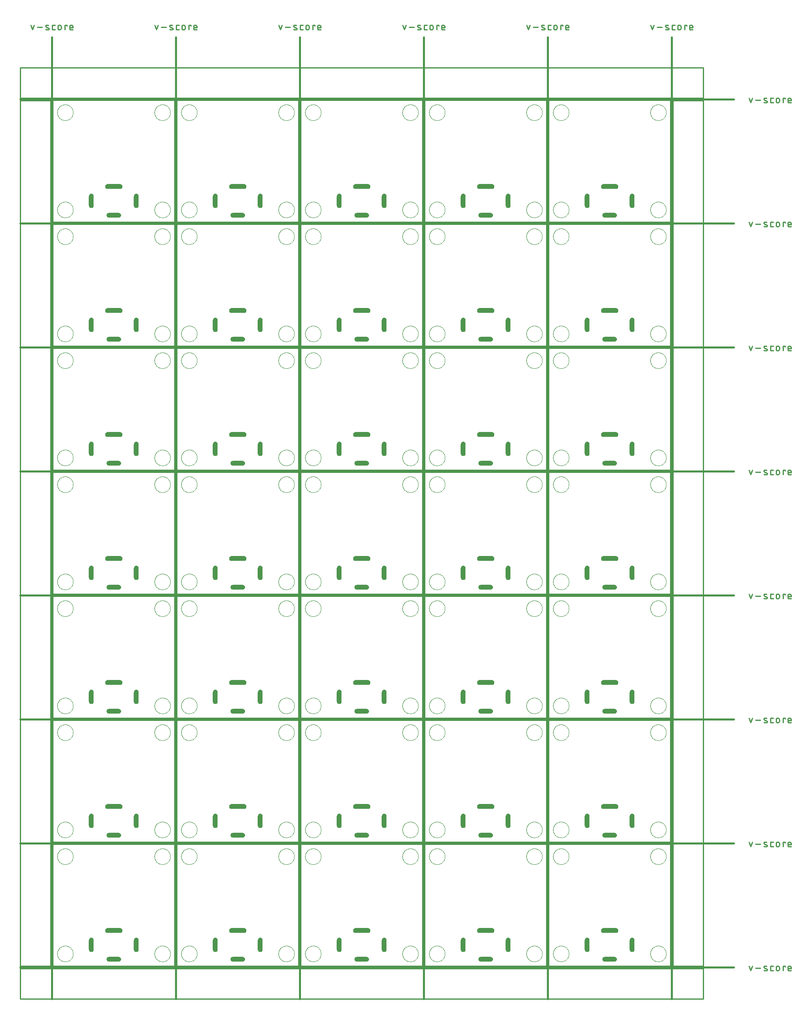
<source format=gko>
G04 EAGLE Gerber RS-274X export*
G75*
%MOMM*%
%FSLAX34Y34*%
%LPD*%
%IN*%
%IPPOS*%
%AMOC8*
5,1,8,0,0,1.08239X$1,22.5*%
G01*
%ADD10C,0.203200*%
%ADD11C,0.381000*%
%ADD12C,0.279400*%
%ADD13C,0.254000*%
%ADD14C,0.000000*%

G36*
X399083Y1623403D02*
X399083Y1623403D01*
X399086Y1623401D01*
X400198Y1623526D01*
X400204Y1623532D01*
X400209Y1623529D01*
X401266Y1623899D01*
X401270Y1623906D01*
X401276Y1623903D01*
X402224Y1624499D01*
X402227Y1624507D01*
X402232Y1624506D01*
X403024Y1625298D01*
X403025Y1625306D01*
X403031Y1625306D01*
X403627Y1626254D01*
X403626Y1626263D01*
X403631Y1626264D01*
X404001Y1627321D01*
X404000Y1627325D01*
X404002Y1627327D01*
X404000Y1627330D01*
X404004Y1627332D01*
X404129Y1628445D01*
X404125Y1628452D01*
X404129Y1628456D01*
X404004Y1629568D01*
X403998Y1629574D01*
X404001Y1629579D01*
X403631Y1630636D01*
X403625Y1630640D01*
X403627Y1630646D01*
X403031Y1631594D01*
X403023Y1631597D01*
X403024Y1631602D01*
X402232Y1632394D01*
X402224Y1632395D01*
X402224Y1632401D01*
X401276Y1632997D01*
X401267Y1632996D01*
X401266Y1633001D01*
X400209Y1633371D01*
X400201Y1633369D01*
X400198Y1633374D01*
X399086Y1633499D01*
X399082Y1633497D01*
X399080Y1633499D01*
X373080Y1633499D01*
X373077Y1633497D01*
X373076Y1633497D01*
X373075Y1633499D01*
X371962Y1633374D01*
X371956Y1633368D01*
X371951Y1633371D01*
X370894Y1633001D01*
X370890Y1632995D01*
X370884Y1632997D01*
X369936Y1632401D01*
X369933Y1632393D01*
X369928Y1632394D01*
X369136Y1631602D01*
X369135Y1631594D01*
X369129Y1631594D01*
X368533Y1630646D01*
X368534Y1630637D01*
X368529Y1630636D01*
X368159Y1629579D01*
X368161Y1629573D01*
X368157Y1629570D01*
X368158Y1629569D01*
X368156Y1629568D01*
X368031Y1628456D01*
X368035Y1628448D01*
X368031Y1628445D01*
X368156Y1627332D01*
X368162Y1627326D01*
X368159Y1627321D01*
X368529Y1626264D01*
X368536Y1626260D01*
X368533Y1626254D01*
X369129Y1625306D01*
X369137Y1625303D01*
X369136Y1625298D01*
X369928Y1624506D01*
X369936Y1624505D01*
X369936Y1624499D01*
X370884Y1623903D01*
X370893Y1623904D01*
X370894Y1623899D01*
X371951Y1623529D01*
X371959Y1623531D01*
X371962Y1623526D01*
X373075Y1623401D01*
X373078Y1623403D01*
X373080Y1623401D01*
X399080Y1623401D01*
X399083Y1623403D01*
G37*
G36*
X917243Y1623403D02*
X917243Y1623403D01*
X917246Y1623401D01*
X918358Y1623526D01*
X918364Y1623532D01*
X918369Y1623529D01*
X919426Y1623899D01*
X919430Y1623906D01*
X919436Y1623903D01*
X920384Y1624499D01*
X920387Y1624507D01*
X920392Y1624506D01*
X921184Y1625298D01*
X921185Y1625306D01*
X921191Y1625306D01*
X921787Y1626254D01*
X921786Y1626263D01*
X921791Y1626264D01*
X922161Y1627321D01*
X922160Y1627325D01*
X922162Y1627327D01*
X922160Y1627330D01*
X922164Y1627332D01*
X922289Y1628445D01*
X922285Y1628452D01*
X922289Y1628456D01*
X922164Y1629568D01*
X922158Y1629574D01*
X922161Y1629579D01*
X921791Y1630636D01*
X921785Y1630640D01*
X921787Y1630646D01*
X921191Y1631594D01*
X921183Y1631597D01*
X921184Y1631602D01*
X920392Y1632394D01*
X920384Y1632395D01*
X920384Y1632401D01*
X919436Y1632997D01*
X919427Y1632996D01*
X919426Y1633001D01*
X918369Y1633371D01*
X918361Y1633369D01*
X918358Y1633374D01*
X917246Y1633499D01*
X917242Y1633497D01*
X917240Y1633499D01*
X891240Y1633499D01*
X891237Y1633497D01*
X891236Y1633497D01*
X891235Y1633499D01*
X890122Y1633374D01*
X890116Y1633368D01*
X890111Y1633371D01*
X889054Y1633001D01*
X889050Y1632995D01*
X889044Y1632997D01*
X888096Y1632401D01*
X888093Y1632393D01*
X888088Y1632394D01*
X887296Y1631602D01*
X887295Y1631594D01*
X887289Y1631594D01*
X886693Y1630646D01*
X886694Y1630637D01*
X886689Y1630636D01*
X886319Y1629579D01*
X886321Y1629573D01*
X886317Y1629570D01*
X886318Y1629569D01*
X886316Y1629568D01*
X886191Y1628456D01*
X886195Y1628448D01*
X886191Y1628445D01*
X886316Y1627332D01*
X886322Y1627326D01*
X886319Y1627321D01*
X886689Y1626264D01*
X886696Y1626260D01*
X886693Y1626254D01*
X887289Y1625306D01*
X887297Y1625303D01*
X887296Y1625298D01*
X888088Y1624506D01*
X888096Y1624505D01*
X888096Y1624499D01*
X889044Y1623903D01*
X889053Y1623904D01*
X889054Y1623899D01*
X890111Y1623529D01*
X890119Y1623531D01*
X890122Y1623526D01*
X891235Y1623401D01*
X891238Y1623403D01*
X891240Y1623401D01*
X917240Y1623401D01*
X917243Y1623403D01*
G37*
G36*
X140003Y1623403D02*
X140003Y1623403D01*
X140006Y1623401D01*
X141118Y1623526D01*
X141124Y1623532D01*
X141129Y1623529D01*
X142186Y1623899D01*
X142190Y1623906D01*
X142196Y1623903D01*
X143144Y1624499D01*
X143147Y1624507D01*
X143152Y1624506D01*
X143944Y1625298D01*
X143945Y1625306D01*
X143951Y1625306D01*
X144547Y1626254D01*
X144546Y1626263D01*
X144551Y1626264D01*
X144921Y1627321D01*
X144920Y1627325D01*
X144922Y1627327D01*
X144920Y1627330D01*
X144924Y1627332D01*
X145049Y1628445D01*
X145045Y1628452D01*
X145049Y1628456D01*
X144924Y1629568D01*
X144918Y1629574D01*
X144921Y1629579D01*
X144551Y1630636D01*
X144545Y1630640D01*
X144547Y1630646D01*
X143951Y1631594D01*
X143943Y1631597D01*
X143944Y1631602D01*
X143152Y1632394D01*
X143144Y1632395D01*
X143144Y1632401D01*
X142196Y1632997D01*
X142187Y1632996D01*
X142186Y1633001D01*
X141129Y1633371D01*
X141121Y1633369D01*
X141118Y1633374D01*
X140006Y1633499D01*
X140002Y1633497D01*
X140000Y1633499D01*
X114000Y1633499D01*
X113997Y1633497D01*
X113996Y1633497D01*
X113995Y1633499D01*
X112882Y1633374D01*
X112876Y1633368D01*
X112871Y1633371D01*
X111814Y1633001D01*
X111810Y1632995D01*
X111804Y1632997D01*
X110856Y1632401D01*
X110853Y1632393D01*
X110848Y1632394D01*
X110056Y1631602D01*
X110055Y1631594D01*
X110049Y1631594D01*
X109453Y1630646D01*
X109454Y1630637D01*
X109449Y1630636D01*
X109079Y1629579D01*
X109081Y1629573D01*
X109077Y1629570D01*
X109078Y1629569D01*
X109076Y1629568D01*
X108951Y1628456D01*
X108955Y1628448D01*
X108951Y1628445D01*
X109076Y1627332D01*
X109082Y1627326D01*
X109079Y1627321D01*
X109449Y1626264D01*
X109456Y1626260D01*
X109453Y1626254D01*
X110049Y1625306D01*
X110057Y1625303D01*
X110056Y1625298D01*
X110848Y1624506D01*
X110856Y1624505D01*
X110856Y1624499D01*
X111804Y1623903D01*
X111813Y1623904D01*
X111814Y1623899D01*
X112871Y1623529D01*
X112879Y1623531D01*
X112882Y1623526D01*
X113995Y1623401D01*
X113998Y1623403D01*
X114000Y1623401D01*
X140000Y1623401D01*
X140003Y1623403D01*
G37*
G36*
X1176323Y1623403D02*
X1176323Y1623403D01*
X1176326Y1623401D01*
X1177438Y1623526D01*
X1177444Y1623532D01*
X1177449Y1623529D01*
X1178506Y1623899D01*
X1178510Y1623906D01*
X1178516Y1623903D01*
X1179464Y1624499D01*
X1179467Y1624507D01*
X1179472Y1624506D01*
X1180264Y1625298D01*
X1180265Y1625306D01*
X1180271Y1625306D01*
X1180867Y1626254D01*
X1180866Y1626263D01*
X1180871Y1626264D01*
X1181241Y1627321D01*
X1181240Y1627325D01*
X1181242Y1627327D01*
X1181240Y1627330D01*
X1181244Y1627332D01*
X1181369Y1628445D01*
X1181365Y1628452D01*
X1181369Y1628456D01*
X1181244Y1629568D01*
X1181238Y1629574D01*
X1181241Y1629579D01*
X1180871Y1630636D01*
X1180865Y1630640D01*
X1180867Y1630646D01*
X1180271Y1631594D01*
X1180263Y1631597D01*
X1180264Y1631602D01*
X1179472Y1632394D01*
X1179464Y1632395D01*
X1179464Y1632401D01*
X1178516Y1632997D01*
X1178507Y1632996D01*
X1178506Y1633001D01*
X1177449Y1633371D01*
X1177441Y1633369D01*
X1177438Y1633374D01*
X1176326Y1633499D01*
X1176322Y1633497D01*
X1176320Y1633499D01*
X1150320Y1633499D01*
X1150317Y1633497D01*
X1150316Y1633497D01*
X1150315Y1633499D01*
X1149202Y1633374D01*
X1149196Y1633368D01*
X1149191Y1633371D01*
X1148134Y1633001D01*
X1148130Y1632995D01*
X1148124Y1632997D01*
X1147176Y1632401D01*
X1147173Y1632393D01*
X1147168Y1632394D01*
X1146376Y1631602D01*
X1146375Y1631594D01*
X1146369Y1631594D01*
X1145773Y1630646D01*
X1145774Y1630637D01*
X1145769Y1630636D01*
X1145399Y1629579D01*
X1145401Y1629573D01*
X1145397Y1629570D01*
X1145398Y1629569D01*
X1145396Y1629568D01*
X1145271Y1628456D01*
X1145275Y1628448D01*
X1145271Y1628445D01*
X1145396Y1627332D01*
X1145402Y1627326D01*
X1145399Y1627321D01*
X1145769Y1626264D01*
X1145776Y1626260D01*
X1145773Y1626254D01*
X1146369Y1625306D01*
X1146377Y1625303D01*
X1146376Y1625298D01*
X1147168Y1624506D01*
X1147176Y1624505D01*
X1147176Y1624499D01*
X1148124Y1623903D01*
X1148133Y1623904D01*
X1148134Y1623899D01*
X1149191Y1623529D01*
X1149199Y1623531D01*
X1149202Y1623526D01*
X1150315Y1623401D01*
X1150318Y1623403D01*
X1150320Y1623401D01*
X1176320Y1623401D01*
X1176323Y1623403D01*
G37*
G36*
X658163Y1623403D02*
X658163Y1623403D01*
X658166Y1623401D01*
X659278Y1623526D01*
X659284Y1623532D01*
X659289Y1623529D01*
X660346Y1623899D01*
X660350Y1623906D01*
X660356Y1623903D01*
X661304Y1624499D01*
X661307Y1624507D01*
X661312Y1624506D01*
X662104Y1625298D01*
X662105Y1625306D01*
X662111Y1625306D01*
X662707Y1626254D01*
X662706Y1626263D01*
X662711Y1626264D01*
X663081Y1627321D01*
X663080Y1627325D01*
X663082Y1627327D01*
X663080Y1627330D01*
X663084Y1627332D01*
X663209Y1628445D01*
X663205Y1628452D01*
X663209Y1628456D01*
X663084Y1629568D01*
X663078Y1629574D01*
X663081Y1629579D01*
X662711Y1630636D01*
X662705Y1630640D01*
X662707Y1630646D01*
X662111Y1631594D01*
X662103Y1631597D01*
X662104Y1631602D01*
X661312Y1632394D01*
X661304Y1632395D01*
X661304Y1632401D01*
X660356Y1632997D01*
X660347Y1632996D01*
X660346Y1633001D01*
X659289Y1633371D01*
X659281Y1633369D01*
X659278Y1633374D01*
X658166Y1633499D01*
X658162Y1633497D01*
X658160Y1633499D01*
X632160Y1633499D01*
X632157Y1633497D01*
X632156Y1633497D01*
X632155Y1633499D01*
X631042Y1633374D01*
X631036Y1633368D01*
X631031Y1633371D01*
X629974Y1633001D01*
X629970Y1632995D01*
X629964Y1632997D01*
X629016Y1632401D01*
X629013Y1632393D01*
X629008Y1632394D01*
X628216Y1631602D01*
X628215Y1631594D01*
X628209Y1631594D01*
X627613Y1630646D01*
X627614Y1630637D01*
X627609Y1630636D01*
X627239Y1629579D01*
X627241Y1629573D01*
X627237Y1629570D01*
X627238Y1629569D01*
X627236Y1629568D01*
X627111Y1628456D01*
X627115Y1628448D01*
X627111Y1628445D01*
X627236Y1627332D01*
X627242Y1627326D01*
X627239Y1627321D01*
X627609Y1626264D01*
X627616Y1626260D01*
X627613Y1626254D01*
X628209Y1625306D01*
X628217Y1625303D01*
X628216Y1625298D01*
X629008Y1624506D01*
X629016Y1624505D01*
X629016Y1624499D01*
X629964Y1623903D01*
X629973Y1623904D01*
X629974Y1623899D01*
X631031Y1623529D01*
X631039Y1623531D01*
X631042Y1623526D01*
X632155Y1623401D01*
X632158Y1623403D01*
X632160Y1623401D01*
X658160Y1623401D01*
X658163Y1623403D01*
G37*
G36*
X917243Y846163D02*
X917243Y846163D01*
X917246Y846161D01*
X918358Y846286D01*
X918364Y846292D01*
X918369Y846289D01*
X919426Y846659D01*
X919430Y846666D01*
X919436Y846663D01*
X920384Y847259D01*
X920387Y847267D01*
X920392Y847266D01*
X921184Y848058D01*
X921185Y848066D01*
X921191Y848066D01*
X921787Y849014D01*
X921786Y849023D01*
X921791Y849024D01*
X922161Y850081D01*
X922160Y850085D01*
X922162Y850087D01*
X922160Y850090D01*
X922164Y850092D01*
X922289Y851205D01*
X922285Y851212D01*
X922289Y851216D01*
X922164Y852328D01*
X922158Y852334D01*
X922161Y852339D01*
X921791Y853396D01*
X921785Y853400D01*
X921787Y853406D01*
X921191Y854354D01*
X921183Y854357D01*
X921184Y854362D01*
X920392Y855154D01*
X920384Y855155D01*
X920384Y855161D01*
X919436Y855757D01*
X919427Y855756D01*
X919426Y855761D01*
X918369Y856131D01*
X918361Y856129D01*
X918358Y856134D01*
X917246Y856259D01*
X917242Y856257D01*
X917240Y856259D01*
X891240Y856259D01*
X891237Y856257D01*
X891236Y856257D01*
X891235Y856259D01*
X890122Y856134D01*
X890116Y856128D01*
X890111Y856131D01*
X889054Y855761D01*
X889050Y855755D01*
X889044Y855757D01*
X888096Y855161D01*
X888093Y855153D01*
X888088Y855154D01*
X887296Y854362D01*
X887295Y854354D01*
X887289Y854354D01*
X886693Y853406D01*
X886694Y853397D01*
X886689Y853396D01*
X886319Y852339D01*
X886321Y852333D01*
X886317Y852330D01*
X886318Y852329D01*
X886316Y852328D01*
X886191Y851216D01*
X886195Y851208D01*
X886191Y851205D01*
X886316Y850092D01*
X886322Y850086D01*
X886319Y850081D01*
X886689Y849024D01*
X886696Y849020D01*
X886693Y849014D01*
X887289Y848066D01*
X887297Y848063D01*
X887296Y848058D01*
X888088Y847266D01*
X888096Y847265D01*
X888096Y847259D01*
X889044Y846663D01*
X889053Y846664D01*
X889054Y846659D01*
X890111Y846289D01*
X890119Y846291D01*
X890122Y846286D01*
X891235Y846161D01*
X891238Y846163D01*
X891240Y846161D01*
X917240Y846161D01*
X917243Y846163D01*
G37*
G36*
X658163Y846163D02*
X658163Y846163D01*
X658166Y846161D01*
X659278Y846286D01*
X659284Y846292D01*
X659289Y846289D01*
X660346Y846659D01*
X660350Y846666D01*
X660356Y846663D01*
X661304Y847259D01*
X661307Y847267D01*
X661312Y847266D01*
X662104Y848058D01*
X662105Y848066D01*
X662111Y848066D01*
X662707Y849014D01*
X662706Y849023D01*
X662711Y849024D01*
X663081Y850081D01*
X663080Y850085D01*
X663082Y850087D01*
X663080Y850090D01*
X663084Y850092D01*
X663209Y851205D01*
X663205Y851212D01*
X663209Y851216D01*
X663084Y852328D01*
X663078Y852334D01*
X663081Y852339D01*
X662711Y853396D01*
X662705Y853400D01*
X662707Y853406D01*
X662111Y854354D01*
X662103Y854357D01*
X662104Y854362D01*
X661312Y855154D01*
X661304Y855155D01*
X661304Y855161D01*
X660356Y855757D01*
X660347Y855756D01*
X660346Y855761D01*
X659289Y856131D01*
X659281Y856129D01*
X659278Y856134D01*
X658166Y856259D01*
X658162Y856257D01*
X658160Y856259D01*
X632160Y856259D01*
X632157Y856257D01*
X632156Y856257D01*
X632155Y856259D01*
X631042Y856134D01*
X631036Y856128D01*
X631031Y856131D01*
X629974Y855761D01*
X629970Y855755D01*
X629964Y855757D01*
X629016Y855161D01*
X629013Y855153D01*
X629008Y855154D01*
X628216Y854362D01*
X628215Y854354D01*
X628209Y854354D01*
X627613Y853406D01*
X627614Y853397D01*
X627609Y853396D01*
X627239Y852339D01*
X627241Y852333D01*
X627237Y852330D01*
X627238Y852329D01*
X627236Y852328D01*
X627111Y851216D01*
X627115Y851208D01*
X627111Y851205D01*
X627236Y850092D01*
X627242Y850086D01*
X627239Y850081D01*
X627609Y849024D01*
X627616Y849020D01*
X627613Y849014D01*
X628209Y848066D01*
X628217Y848063D01*
X628216Y848058D01*
X629008Y847266D01*
X629016Y847265D01*
X629016Y847259D01*
X629964Y846663D01*
X629973Y846664D01*
X629974Y846659D01*
X631031Y846289D01*
X631039Y846291D01*
X631042Y846286D01*
X632155Y846161D01*
X632158Y846163D01*
X632160Y846161D01*
X658160Y846161D01*
X658163Y846163D01*
G37*
G36*
X140003Y846163D02*
X140003Y846163D01*
X140006Y846161D01*
X141118Y846286D01*
X141124Y846292D01*
X141129Y846289D01*
X142186Y846659D01*
X142190Y846666D01*
X142196Y846663D01*
X143144Y847259D01*
X143147Y847267D01*
X143152Y847266D01*
X143944Y848058D01*
X143945Y848066D01*
X143951Y848066D01*
X144547Y849014D01*
X144546Y849023D01*
X144551Y849024D01*
X144921Y850081D01*
X144920Y850085D01*
X144922Y850087D01*
X144920Y850090D01*
X144924Y850092D01*
X145049Y851205D01*
X145045Y851212D01*
X145049Y851216D01*
X144924Y852328D01*
X144918Y852334D01*
X144921Y852339D01*
X144551Y853396D01*
X144545Y853400D01*
X144547Y853406D01*
X143951Y854354D01*
X143943Y854357D01*
X143944Y854362D01*
X143152Y855154D01*
X143144Y855155D01*
X143144Y855161D01*
X142196Y855757D01*
X142187Y855756D01*
X142186Y855761D01*
X141129Y856131D01*
X141121Y856129D01*
X141118Y856134D01*
X140006Y856259D01*
X140002Y856257D01*
X140000Y856259D01*
X114000Y856259D01*
X113997Y856257D01*
X113996Y856257D01*
X113995Y856259D01*
X112882Y856134D01*
X112876Y856128D01*
X112871Y856131D01*
X111814Y855761D01*
X111810Y855755D01*
X111804Y855757D01*
X110856Y855161D01*
X110853Y855153D01*
X110848Y855154D01*
X110056Y854362D01*
X110055Y854354D01*
X110049Y854354D01*
X109453Y853406D01*
X109454Y853397D01*
X109449Y853396D01*
X109079Y852339D01*
X109081Y852333D01*
X109077Y852330D01*
X109078Y852329D01*
X109076Y852328D01*
X108951Y851216D01*
X108955Y851208D01*
X108951Y851205D01*
X109076Y850092D01*
X109082Y850086D01*
X109079Y850081D01*
X109449Y849024D01*
X109456Y849020D01*
X109453Y849014D01*
X110049Y848066D01*
X110057Y848063D01*
X110056Y848058D01*
X110848Y847266D01*
X110856Y847265D01*
X110856Y847259D01*
X111804Y846663D01*
X111813Y846664D01*
X111814Y846659D01*
X112871Y846289D01*
X112879Y846291D01*
X112882Y846286D01*
X113995Y846161D01*
X113998Y846163D01*
X114000Y846161D01*
X140000Y846161D01*
X140003Y846163D01*
G37*
G36*
X1176323Y846163D02*
X1176323Y846163D01*
X1176326Y846161D01*
X1177438Y846286D01*
X1177444Y846292D01*
X1177449Y846289D01*
X1178506Y846659D01*
X1178510Y846666D01*
X1178516Y846663D01*
X1179464Y847259D01*
X1179467Y847267D01*
X1179472Y847266D01*
X1180264Y848058D01*
X1180265Y848066D01*
X1180271Y848066D01*
X1180867Y849014D01*
X1180866Y849023D01*
X1180871Y849024D01*
X1181241Y850081D01*
X1181240Y850085D01*
X1181242Y850087D01*
X1181240Y850090D01*
X1181244Y850092D01*
X1181369Y851205D01*
X1181365Y851212D01*
X1181369Y851216D01*
X1181244Y852328D01*
X1181238Y852334D01*
X1181241Y852339D01*
X1180871Y853396D01*
X1180865Y853400D01*
X1180867Y853406D01*
X1180271Y854354D01*
X1180263Y854357D01*
X1180264Y854362D01*
X1179472Y855154D01*
X1179464Y855155D01*
X1179464Y855161D01*
X1178516Y855757D01*
X1178507Y855756D01*
X1178506Y855761D01*
X1177449Y856131D01*
X1177441Y856129D01*
X1177438Y856134D01*
X1176326Y856259D01*
X1176322Y856257D01*
X1176320Y856259D01*
X1150320Y856259D01*
X1150317Y856257D01*
X1150316Y856257D01*
X1150315Y856259D01*
X1149202Y856134D01*
X1149196Y856128D01*
X1149191Y856131D01*
X1148134Y855761D01*
X1148130Y855755D01*
X1148124Y855757D01*
X1147176Y855161D01*
X1147173Y855153D01*
X1147168Y855154D01*
X1146376Y854362D01*
X1146375Y854354D01*
X1146369Y854354D01*
X1145773Y853406D01*
X1145774Y853397D01*
X1145769Y853396D01*
X1145399Y852339D01*
X1145401Y852333D01*
X1145397Y852330D01*
X1145398Y852329D01*
X1145396Y852328D01*
X1145271Y851216D01*
X1145275Y851208D01*
X1145271Y851205D01*
X1145396Y850092D01*
X1145402Y850086D01*
X1145399Y850081D01*
X1145769Y849024D01*
X1145776Y849020D01*
X1145773Y849014D01*
X1146369Y848066D01*
X1146377Y848063D01*
X1146376Y848058D01*
X1147168Y847266D01*
X1147176Y847265D01*
X1147176Y847259D01*
X1148124Y846663D01*
X1148133Y846664D01*
X1148134Y846659D01*
X1149191Y846289D01*
X1149199Y846291D01*
X1149202Y846286D01*
X1150315Y846161D01*
X1150318Y846163D01*
X1150320Y846161D01*
X1176320Y846161D01*
X1176323Y846163D01*
G37*
G36*
X399083Y846163D02*
X399083Y846163D01*
X399086Y846161D01*
X400198Y846286D01*
X400204Y846292D01*
X400209Y846289D01*
X401266Y846659D01*
X401270Y846666D01*
X401276Y846663D01*
X402224Y847259D01*
X402227Y847267D01*
X402232Y847266D01*
X403024Y848058D01*
X403025Y848066D01*
X403031Y848066D01*
X403627Y849014D01*
X403626Y849023D01*
X403631Y849024D01*
X404001Y850081D01*
X404000Y850085D01*
X404002Y850087D01*
X404000Y850090D01*
X404004Y850092D01*
X404129Y851205D01*
X404125Y851212D01*
X404129Y851216D01*
X404004Y852328D01*
X403998Y852334D01*
X404001Y852339D01*
X403631Y853396D01*
X403625Y853400D01*
X403627Y853406D01*
X403031Y854354D01*
X403023Y854357D01*
X403024Y854362D01*
X402232Y855154D01*
X402224Y855155D01*
X402224Y855161D01*
X401276Y855757D01*
X401267Y855756D01*
X401266Y855761D01*
X400209Y856131D01*
X400201Y856129D01*
X400198Y856134D01*
X399086Y856259D01*
X399082Y856257D01*
X399080Y856259D01*
X373080Y856259D01*
X373077Y856257D01*
X373076Y856257D01*
X373075Y856259D01*
X371962Y856134D01*
X371956Y856128D01*
X371951Y856131D01*
X370894Y855761D01*
X370890Y855755D01*
X370884Y855757D01*
X369936Y855161D01*
X369933Y855153D01*
X369928Y855154D01*
X369136Y854362D01*
X369135Y854354D01*
X369129Y854354D01*
X368533Y853406D01*
X368534Y853397D01*
X368529Y853396D01*
X368159Y852339D01*
X368161Y852333D01*
X368157Y852330D01*
X368158Y852329D01*
X368156Y852328D01*
X368031Y851216D01*
X368035Y851208D01*
X368031Y851205D01*
X368156Y850092D01*
X368162Y850086D01*
X368159Y850081D01*
X368529Y849024D01*
X368536Y849020D01*
X368533Y849014D01*
X369129Y848066D01*
X369137Y848063D01*
X369136Y848058D01*
X369928Y847266D01*
X369936Y847265D01*
X369936Y847259D01*
X370884Y846663D01*
X370893Y846664D01*
X370894Y846659D01*
X371951Y846289D01*
X371959Y846291D01*
X371962Y846286D01*
X373075Y846161D01*
X373078Y846163D01*
X373080Y846161D01*
X399080Y846161D01*
X399083Y846163D01*
G37*
G36*
X658163Y1105243D02*
X658163Y1105243D01*
X658166Y1105241D01*
X659278Y1105366D01*
X659284Y1105372D01*
X659289Y1105369D01*
X660346Y1105739D01*
X660350Y1105746D01*
X660356Y1105743D01*
X661304Y1106339D01*
X661307Y1106347D01*
X661312Y1106346D01*
X662104Y1107138D01*
X662105Y1107146D01*
X662111Y1107146D01*
X662707Y1108094D01*
X662706Y1108103D01*
X662711Y1108104D01*
X663081Y1109161D01*
X663080Y1109165D01*
X663082Y1109167D01*
X663080Y1109170D01*
X663084Y1109172D01*
X663209Y1110285D01*
X663205Y1110292D01*
X663209Y1110296D01*
X663084Y1111408D01*
X663078Y1111414D01*
X663081Y1111419D01*
X662711Y1112476D01*
X662705Y1112480D01*
X662707Y1112486D01*
X662111Y1113434D01*
X662103Y1113437D01*
X662104Y1113442D01*
X661312Y1114234D01*
X661304Y1114235D01*
X661304Y1114241D01*
X660356Y1114837D01*
X660347Y1114836D01*
X660346Y1114841D01*
X659289Y1115211D01*
X659281Y1115209D01*
X659278Y1115214D01*
X658166Y1115339D01*
X658162Y1115337D01*
X658160Y1115339D01*
X632160Y1115339D01*
X632157Y1115337D01*
X632156Y1115337D01*
X632155Y1115339D01*
X631042Y1115214D01*
X631036Y1115208D01*
X631031Y1115211D01*
X629974Y1114841D01*
X629970Y1114835D01*
X629964Y1114837D01*
X629016Y1114241D01*
X629013Y1114233D01*
X629008Y1114234D01*
X628216Y1113442D01*
X628215Y1113434D01*
X628209Y1113434D01*
X627613Y1112486D01*
X627614Y1112477D01*
X627609Y1112476D01*
X627239Y1111419D01*
X627241Y1111413D01*
X627237Y1111410D01*
X627238Y1111409D01*
X627236Y1111408D01*
X627111Y1110296D01*
X627115Y1110288D01*
X627111Y1110285D01*
X627236Y1109172D01*
X627242Y1109166D01*
X627239Y1109161D01*
X627609Y1108104D01*
X627616Y1108100D01*
X627613Y1108094D01*
X628209Y1107146D01*
X628217Y1107143D01*
X628216Y1107138D01*
X629008Y1106346D01*
X629016Y1106345D01*
X629016Y1106339D01*
X629964Y1105743D01*
X629973Y1105744D01*
X629974Y1105739D01*
X631031Y1105369D01*
X631039Y1105371D01*
X631042Y1105366D01*
X632155Y1105241D01*
X632158Y1105243D01*
X632160Y1105241D01*
X658160Y1105241D01*
X658163Y1105243D01*
G37*
G36*
X1176323Y1105243D02*
X1176323Y1105243D01*
X1176326Y1105241D01*
X1177438Y1105366D01*
X1177444Y1105372D01*
X1177449Y1105369D01*
X1178506Y1105739D01*
X1178510Y1105746D01*
X1178516Y1105743D01*
X1179464Y1106339D01*
X1179467Y1106347D01*
X1179472Y1106346D01*
X1180264Y1107138D01*
X1180265Y1107146D01*
X1180271Y1107146D01*
X1180867Y1108094D01*
X1180866Y1108103D01*
X1180871Y1108104D01*
X1181241Y1109161D01*
X1181240Y1109165D01*
X1181242Y1109167D01*
X1181240Y1109170D01*
X1181244Y1109172D01*
X1181369Y1110285D01*
X1181365Y1110292D01*
X1181369Y1110296D01*
X1181244Y1111408D01*
X1181238Y1111414D01*
X1181241Y1111419D01*
X1180871Y1112476D01*
X1180865Y1112480D01*
X1180867Y1112486D01*
X1180271Y1113434D01*
X1180263Y1113437D01*
X1180264Y1113442D01*
X1179472Y1114234D01*
X1179464Y1114235D01*
X1179464Y1114241D01*
X1178516Y1114837D01*
X1178507Y1114836D01*
X1178506Y1114841D01*
X1177449Y1115211D01*
X1177441Y1115209D01*
X1177438Y1115214D01*
X1176326Y1115339D01*
X1176322Y1115337D01*
X1176320Y1115339D01*
X1150320Y1115339D01*
X1150317Y1115337D01*
X1150316Y1115337D01*
X1150315Y1115339D01*
X1149202Y1115214D01*
X1149196Y1115208D01*
X1149191Y1115211D01*
X1148134Y1114841D01*
X1148130Y1114835D01*
X1148124Y1114837D01*
X1147176Y1114241D01*
X1147173Y1114233D01*
X1147168Y1114234D01*
X1146376Y1113442D01*
X1146375Y1113434D01*
X1146369Y1113434D01*
X1145773Y1112486D01*
X1145774Y1112477D01*
X1145769Y1112476D01*
X1145399Y1111419D01*
X1145401Y1111413D01*
X1145397Y1111410D01*
X1145398Y1111409D01*
X1145396Y1111408D01*
X1145271Y1110296D01*
X1145275Y1110288D01*
X1145271Y1110285D01*
X1145396Y1109172D01*
X1145402Y1109166D01*
X1145399Y1109161D01*
X1145769Y1108104D01*
X1145776Y1108100D01*
X1145773Y1108094D01*
X1146369Y1107146D01*
X1146377Y1107143D01*
X1146376Y1107138D01*
X1147168Y1106346D01*
X1147176Y1106345D01*
X1147176Y1106339D01*
X1148124Y1105743D01*
X1148133Y1105744D01*
X1148134Y1105739D01*
X1149191Y1105369D01*
X1149199Y1105371D01*
X1149202Y1105366D01*
X1150315Y1105241D01*
X1150318Y1105243D01*
X1150320Y1105241D01*
X1176320Y1105241D01*
X1176323Y1105243D01*
G37*
G36*
X140003Y1105243D02*
X140003Y1105243D01*
X140006Y1105241D01*
X141118Y1105366D01*
X141124Y1105372D01*
X141129Y1105369D01*
X142186Y1105739D01*
X142190Y1105746D01*
X142196Y1105743D01*
X143144Y1106339D01*
X143147Y1106347D01*
X143152Y1106346D01*
X143944Y1107138D01*
X143945Y1107146D01*
X143951Y1107146D01*
X144547Y1108094D01*
X144546Y1108103D01*
X144551Y1108104D01*
X144921Y1109161D01*
X144920Y1109165D01*
X144922Y1109167D01*
X144920Y1109170D01*
X144924Y1109172D01*
X145049Y1110285D01*
X145045Y1110292D01*
X145049Y1110296D01*
X144924Y1111408D01*
X144918Y1111414D01*
X144921Y1111419D01*
X144551Y1112476D01*
X144545Y1112480D01*
X144547Y1112486D01*
X143951Y1113434D01*
X143943Y1113437D01*
X143944Y1113442D01*
X143152Y1114234D01*
X143144Y1114235D01*
X143144Y1114241D01*
X142196Y1114837D01*
X142187Y1114836D01*
X142186Y1114841D01*
X141129Y1115211D01*
X141121Y1115209D01*
X141118Y1115214D01*
X140006Y1115339D01*
X140002Y1115337D01*
X140000Y1115339D01*
X114000Y1115339D01*
X113997Y1115337D01*
X113996Y1115337D01*
X113995Y1115339D01*
X112882Y1115214D01*
X112876Y1115208D01*
X112871Y1115211D01*
X111814Y1114841D01*
X111810Y1114835D01*
X111804Y1114837D01*
X110856Y1114241D01*
X110853Y1114233D01*
X110848Y1114234D01*
X110056Y1113442D01*
X110055Y1113434D01*
X110049Y1113434D01*
X109453Y1112486D01*
X109454Y1112477D01*
X109449Y1112476D01*
X109079Y1111419D01*
X109081Y1111413D01*
X109077Y1111410D01*
X109078Y1111409D01*
X109076Y1111408D01*
X108951Y1110296D01*
X108955Y1110288D01*
X108951Y1110285D01*
X109076Y1109172D01*
X109082Y1109166D01*
X109079Y1109161D01*
X109449Y1108104D01*
X109456Y1108100D01*
X109453Y1108094D01*
X110049Y1107146D01*
X110057Y1107143D01*
X110056Y1107138D01*
X110848Y1106346D01*
X110856Y1106345D01*
X110856Y1106339D01*
X111804Y1105743D01*
X111813Y1105744D01*
X111814Y1105739D01*
X112871Y1105369D01*
X112879Y1105371D01*
X112882Y1105366D01*
X113995Y1105241D01*
X113998Y1105243D01*
X114000Y1105241D01*
X140000Y1105241D01*
X140003Y1105243D01*
G37*
G36*
X399083Y1105243D02*
X399083Y1105243D01*
X399086Y1105241D01*
X400198Y1105366D01*
X400204Y1105372D01*
X400209Y1105369D01*
X401266Y1105739D01*
X401270Y1105746D01*
X401276Y1105743D01*
X402224Y1106339D01*
X402227Y1106347D01*
X402232Y1106346D01*
X403024Y1107138D01*
X403025Y1107146D01*
X403031Y1107146D01*
X403627Y1108094D01*
X403626Y1108103D01*
X403631Y1108104D01*
X404001Y1109161D01*
X404000Y1109165D01*
X404002Y1109167D01*
X404000Y1109170D01*
X404004Y1109172D01*
X404129Y1110285D01*
X404125Y1110292D01*
X404129Y1110296D01*
X404004Y1111408D01*
X403998Y1111414D01*
X404001Y1111419D01*
X403631Y1112476D01*
X403625Y1112480D01*
X403627Y1112486D01*
X403031Y1113434D01*
X403023Y1113437D01*
X403024Y1113442D01*
X402232Y1114234D01*
X402224Y1114235D01*
X402224Y1114241D01*
X401276Y1114837D01*
X401267Y1114836D01*
X401266Y1114841D01*
X400209Y1115211D01*
X400201Y1115209D01*
X400198Y1115214D01*
X399086Y1115339D01*
X399082Y1115337D01*
X399080Y1115339D01*
X373080Y1115339D01*
X373077Y1115337D01*
X373076Y1115337D01*
X373075Y1115339D01*
X371962Y1115214D01*
X371956Y1115208D01*
X371951Y1115211D01*
X370894Y1114841D01*
X370890Y1114835D01*
X370884Y1114837D01*
X369936Y1114241D01*
X369933Y1114233D01*
X369928Y1114234D01*
X369136Y1113442D01*
X369135Y1113434D01*
X369129Y1113434D01*
X368533Y1112486D01*
X368534Y1112477D01*
X368529Y1112476D01*
X368159Y1111419D01*
X368161Y1111413D01*
X368157Y1111410D01*
X368158Y1111409D01*
X368156Y1111408D01*
X368031Y1110296D01*
X368035Y1110288D01*
X368031Y1110285D01*
X368156Y1109172D01*
X368162Y1109166D01*
X368159Y1109161D01*
X368529Y1108104D01*
X368536Y1108100D01*
X368533Y1108094D01*
X369129Y1107146D01*
X369137Y1107143D01*
X369136Y1107138D01*
X369928Y1106346D01*
X369936Y1106345D01*
X369936Y1106339D01*
X370884Y1105743D01*
X370893Y1105744D01*
X370894Y1105739D01*
X371951Y1105369D01*
X371959Y1105371D01*
X371962Y1105366D01*
X373075Y1105241D01*
X373078Y1105243D01*
X373080Y1105241D01*
X399080Y1105241D01*
X399083Y1105243D01*
G37*
G36*
X917243Y1105243D02*
X917243Y1105243D01*
X917246Y1105241D01*
X918358Y1105366D01*
X918364Y1105372D01*
X918369Y1105369D01*
X919426Y1105739D01*
X919430Y1105746D01*
X919436Y1105743D01*
X920384Y1106339D01*
X920387Y1106347D01*
X920392Y1106346D01*
X921184Y1107138D01*
X921185Y1107146D01*
X921191Y1107146D01*
X921787Y1108094D01*
X921786Y1108103D01*
X921791Y1108104D01*
X922161Y1109161D01*
X922160Y1109165D01*
X922162Y1109167D01*
X922160Y1109170D01*
X922164Y1109172D01*
X922289Y1110285D01*
X922285Y1110292D01*
X922289Y1110296D01*
X922164Y1111408D01*
X922158Y1111414D01*
X922161Y1111419D01*
X921791Y1112476D01*
X921785Y1112480D01*
X921787Y1112486D01*
X921191Y1113434D01*
X921183Y1113437D01*
X921184Y1113442D01*
X920392Y1114234D01*
X920384Y1114235D01*
X920384Y1114241D01*
X919436Y1114837D01*
X919427Y1114836D01*
X919426Y1114841D01*
X918369Y1115211D01*
X918361Y1115209D01*
X918358Y1115214D01*
X917246Y1115339D01*
X917242Y1115337D01*
X917240Y1115339D01*
X891240Y1115339D01*
X891237Y1115337D01*
X891236Y1115337D01*
X891235Y1115339D01*
X890122Y1115214D01*
X890116Y1115208D01*
X890111Y1115211D01*
X889054Y1114841D01*
X889050Y1114835D01*
X889044Y1114837D01*
X888096Y1114241D01*
X888093Y1114233D01*
X888088Y1114234D01*
X887296Y1113442D01*
X887295Y1113434D01*
X887289Y1113434D01*
X886693Y1112486D01*
X886694Y1112477D01*
X886689Y1112476D01*
X886319Y1111419D01*
X886321Y1111413D01*
X886317Y1111410D01*
X886318Y1111409D01*
X886316Y1111408D01*
X886191Y1110296D01*
X886195Y1110288D01*
X886191Y1110285D01*
X886316Y1109172D01*
X886322Y1109166D01*
X886319Y1109161D01*
X886689Y1108104D01*
X886696Y1108100D01*
X886693Y1108094D01*
X887289Y1107146D01*
X887297Y1107143D01*
X887296Y1107138D01*
X888088Y1106346D01*
X888096Y1106345D01*
X888096Y1106339D01*
X889044Y1105743D01*
X889053Y1105744D01*
X889054Y1105739D01*
X890111Y1105369D01*
X890119Y1105371D01*
X890122Y1105366D01*
X891235Y1105241D01*
X891238Y1105243D01*
X891240Y1105241D01*
X917240Y1105241D01*
X917243Y1105243D01*
G37*
G36*
X917243Y68923D02*
X917243Y68923D01*
X917246Y68921D01*
X918358Y69046D01*
X918364Y69052D01*
X918369Y69049D01*
X919426Y69419D01*
X919430Y69426D01*
X919436Y69423D01*
X920384Y70019D01*
X920387Y70027D01*
X920392Y70026D01*
X921184Y70818D01*
X921185Y70826D01*
X921191Y70826D01*
X921787Y71774D01*
X921786Y71783D01*
X921791Y71784D01*
X922161Y72841D01*
X922160Y72845D01*
X922162Y72847D01*
X922160Y72850D01*
X922164Y72852D01*
X922289Y73965D01*
X922285Y73972D01*
X922289Y73976D01*
X922164Y75088D01*
X922158Y75094D01*
X922161Y75099D01*
X921791Y76156D01*
X921785Y76160D01*
X921787Y76166D01*
X921191Y77114D01*
X921183Y77117D01*
X921184Y77122D01*
X920392Y77914D01*
X920384Y77915D01*
X920384Y77921D01*
X919436Y78517D01*
X919427Y78516D01*
X919426Y78521D01*
X918369Y78891D01*
X918361Y78889D01*
X918358Y78894D01*
X917246Y79019D01*
X917242Y79017D01*
X917240Y79019D01*
X891240Y79019D01*
X891237Y79017D01*
X891236Y79017D01*
X891235Y79019D01*
X890122Y78894D01*
X890116Y78888D01*
X890111Y78891D01*
X889054Y78521D01*
X889050Y78515D01*
X889044Y78517D01*
X888096Y77921D01*
X888093Y77913D01*
X888088Y77914D01*
X887296Y77122D01*
X887295Y77114D01*
X887289Y77114D01*
X886693Y76166D01*
X886694Y76157D01*
X886689Y76156D01*
X886319Y75099D01*
X886321Y75093D01*
X886317Y75090D01*
X886318Y75089D01*
X886316Y75088D01*
X886191Y73976D01*
X886195Y73968D01*
X886191Y73965D01*
X886316Y72852D01*
X886322Y72846D01*
X886319Y72841D01*
X886689Y71784D01*
X886696Y71780D01*
X886693Y71774D01*
X887289Y70826D01*
X887297Y70823D01*
X887296Y70818D01*
X888088Y70026D01*
X888096Y70025D01*
X888096Y70019D01*
X889044Y69423D01*
X889053Y69424D01*
X889054Y69419D01*
X890111Y69049D01*
X890119Y69051D01*
X890122Y69046D01*
X891235Y68921D01*
X891238Y68923D01*
X891240Y68921D01*
X917240Y68921D01*
X917243Y68923D01*
G37*
G36*
X399083Y68923D02*
X399083Y68923D01*
X399086Y68921D01*
X400198Y69046D01*
X400204Y69052D01*
X400209Y69049D01*
X401266Y69419D01*
X401270Y69426D01*
X401276Y69423D01*
X402224Y70019D01*
X402227Y70027D01*
X402232Y70026D01*
X403024Y70818D01*
X403025Y70826D01*
X403031Y70826D01*
X403627Y71774D01*
X403626Y71783D01*
X403631Y71784D01*
X404001Y72841D01*
X404000Y72845D01*
X404002Y72847D01*
X404000Y72850D01*
X404004Y72852D01*
X404129Y73965D01*
X404125Y73972D01*
X404129Y73976D01*
X404004Y75088D01*
X403998Y75094D01*
X404001Y75099D01*
X403631Y76156D01*
X403625Y76160D01*
X403627Y76166D01*
X403031Y77114D01*
X403023Y77117D01*
X403024Y77122D01*
X402232Y77914D01*
X402224Y77915D01*
X402224Y77921D01*
X401276Y78517D01*
X401267Y78516D01*
X401266Y78521D01*
X400209Y78891D01*
X400201Y78889D01*
X400198Y78894D01*
X399086Y79019D01*
X399082Y79017D01*
X399080Y79019D01*
X373080Y79019D01*
X373077Y79017D01*
X373076Y79017D01*
X373075Y79019D01*
X371962Y78894D01*
X371956Y78888D01*
X371951Y78891D01*
X370894Y78521D01*
X370890Y78515D01*
X370884Y78517D01*
X369936Y77921D01*
X369933Y77913D01*
X369928Y77914D01*
X369136Y77122D01*
X369135Y77114D01*
X369129Y77114D01*
X368533Y76166D01*
X368534Y76157D01*
X368529Y76156D01*
X368159Y75099D01*
X368161Y75093D01*
X368157Y75090D01*
X368158Y75089D01*
X368156Y75088D01*
X368031Y73976D01*
X368035Y73968D01*
X368031Y73965D01*
X368156Y72852D01*
X368162Y72846D01*
X368159Y72841D01*
X368529Y71784D01*
X368536Y71780D01*
X368533Y71774D01*
X369129Y70826D01*
X369137Y70823D01*
X369136Y70818D01*
X369928Y70026D01*
X369936Y70025D01*
X369936Y70019D01*
X370884Y69423D01*
X370893Y69424D01*
X370894Y69419D01*
X371951Y69049D01*
X371959Y69051D01*
X371962Y69046D01*
X373075Y68921D01*
X373078Y68923D01*
X373080Y68921D01*
X399080Y68921D01*
X399083Y68923D01*
G37*
G36*
X140003Y68923D02*
X140003Y68923D01*
X140006Y68921D01*
X141118Y69046D01*
X141124Y69052D01*
X141129Y69049D01*
X142186Y69419D01*
X142190Y69426D01*
X142196Y69423D01*
X143144Y70019D01*
X143147Y70027D01*
X143152Y70026D01*
X143944Y70818D01*
X143945Y70826D01*
X143951Y70826D01*
X144547Y71774D01*
X144546Y71783D01*
X144551Y71784D01*
X144921Y72841D01*
X144920Y72845D01*
X144922Y72847D01*
X144920Y72850D01*
X144924Y72852D01*
X145049Y73965D01*
X145045Y73972D01*
X145049Y73976D01*
X144924Y75088D01*
X144918Y75094D01*
X144921Y75099D01*
X144551Y76156D01*
X144545Y76160D01*
X144547Y76166D01*
X143951Y77114D01*
X143943Y77117D01*
X143944Y77122D01*
X143152Y77914D01*
X143144Y77915D01*
X143144Y77921D01*
X142196Y78517D01*
X142187Y78516D01*
X142186Y78521D01*
X141129Y78891D01*
X141121Y78889D01*
X141118Y78894D01*
X140006Y79019D01*
X140002Y79017D01*
X140000Y79019D01*
X114000Y79019D01*
X113997Y79017D01*
X113996Y79017D01*
X113995Y79019D01*
X112882Y78894D01*
X112876Y78888D01*
X112871Y78891D01*
X111814Y78521D01*
X111810Y78515D01*
X111804Y78517D01*
X110856Y77921D01*
X110853Y77913D01*
X110848Y77914D01*
X110056Y77122D01*
X110055Y77114D01*
X110049Y77114D01*
X109453Y76166D01*
X109454Y76157D01*
X109449Y76156D01*
X109079Y75099D01*
X109081Y75093D01*
X109077Y75090D01*
X109078Y75089D01*
X109076Y75088D01*
X108951Y73976D01*
X108955Y73968D01*
X108951Y73965D01*
X109076Y72852D01*
X109082Y72846D01*
X109079Y72841D01*
X109449Y71784D01*
X109456Y71780D01*
X109453Y71774D01*
X110049Y70826D01*
X110057Y70823D01*
X110056Y70818D01*
X110848Y70026D01*
X110856Y70025D01*
X110856Y70019D01*
X111804Y69423D01*
X111813Y69424D01*
X111814Y69419D01*
X112871Y69049D01*
X112879Y69051D01*
X112882Y69046D01*
X113995Y68921D01*
X113998Y68923D01*
X114000Y68921D01*
X140000Y68921D01*
X140003Y68923D01*
G37*
G36*
X658163Y68923D02*
X658163Y68923D01*
X658166Y68921D01*
X659278Y69046D01*
X659284Y69052D01*
X659289Y69049D01*
X660346Y69419D01*
X660350Y69426D01*
X660356Y69423D01*
X661304Y70019D01*
X661307Y70027D01*
X661312Y70026D01*
X662104Y70818D01*
X662105Y70826D01*
X662111Y70826D01*
X662707Y71774D01*
X662706Y71783D01*
X662711Y71784D01*
X663081Y72841D01*
X663080Y72845D01*
X663082Y72847D01*
X663080Y72850D01*
X663084Y72852D01*
X663209Y73965D01*
X663205Y73972D01*
X663209Y73976D01*
X663084Y75088D01*
X663078Y75094D01*
X663081Y75099D01*
X662711Y76156D01*
X662705Y76160D01*
X662707Y76166D01*
X662111Y77114D01*
X662103Y77117D01*
X662104Y77122D01*
X661312Y77914D01*
X661304Y77915D01*
X661304Y77921D01*
X660356Y78517D01*
X660347Y78516D01*
X660346Y78521D01*
X659289Y78891D01*
X659281Y78889D01*
X659278Y78894D01*
X658166Y79019D01*
X658162Y79017D01*
X658160Y79019D01*
X632160Y79019D01*
X632157Y79017D01*
X632156Y79017D01*
X632155Y79019D01*
X631042Y78894D01*
X631036Y78888D01*
X631031Y78891D01*
X629974Y78521D01*
X629970Y78515D01*
X629964Y78517D01*
X629016Y77921D01*
X629013Y77913D01*
X629008Y77914D01*
X628216Y77122D01*
X628215Y77114D01*
X628209Y77114D01*
X627613Y76166D01*
X627614Y76157D01*
X627609Y76156D01*
X627239Y75099D01*
X627241Y75093D01*
X627237Y75090D01*
X627238Y75089D01*
X627236Y75088D01*
X627111Y73976D01*
X627115Y73968D01*
X627111Y73965D01*
X627236Y72852D01*
X627242Y72846D01*
X627239Y72841D01*
X627609Y71784D01*
X627616Y71780D01*
X627613Y71774D01*
X628209Y70826D01*
X628217Y70823D01*
X628216Y70818D01*
X629008Y70026D01*
X629016Y70025D01*
X629016Y70019D01*
X629964Y69423D01*
X629973Y69424D01*
X629974Y69419D01*
X631031Y69049D01*
X631039Y69051D01*
X631042Y69046D01*
X632155Y68921D01*
X632158Y68923D01*
X632160Y68921D01*
X658160Y68921D01*
X658163Y68923D01*
G37*
G36*
X1176323Y68923D02*
X1176323Y68923D01*
X1176326Y68921D01*
X1177438Y69046D01*
X1177444Y69052D01*
X1177449Y69049D01*
X1178506Y69419D01*
X1178510Y69426D01*
X1178516Y69423D01*
X1179464Y70019D01*
X1179467Y70027D01*
X1179472Y70026D01*
X1180264Y70818D01*
X1180265Y70826D01*
X1180271Y70826D01*
X1180867Y71774D01*
X1180866Y71783D01*
X1180871Y71784D01*
X1181241Y72841D01*
X1181240Y72845D01*
X1181242Y72847D01*
X1181240Y72850D01*
X1181244Y72852D01*
X1181369Y73965D01*
X1181365Y73972D01*
X1181369Y73976D01*
X1181244Y75088D01*
X1181238Y75094D01*
X1181241Y75099D01*
X1180871Y76156D01*
X1180865Y76160D01*
X1180867Y76166D01*
X1180271Y77114D01*
X1180263Y77117D01*
X1180264Y77122D01*
X1179472Y77914D01*
X1179464Y77915D01*
X1179464Y77921D01*
X1178516Y78517D01*
X1178507Y78516D01*
X1178506Y78521D01*
X1177449Y78891D01*
X1177441Y78889D01*
X1177438Y78894D01*
X1176326Y79019D01*
X1176322Y79017D01*
X1176320Y79019D01*
X1150320Y79019D01*
X1150317Y79017D01*
X1150316Y79017D01*
X1150315Y79019D01*
X1149202Y78894D01*
X1149196Y78888D01*
X1149191Y78891D01*
X1148134Y78521D01*
X1148130Y78515D01*
X1148124Y78517D01*
X1147176Y77921D01*
X1147173Y77913D01*
X1147168Y77914D01*
X1146376Y77122D01*
X1146375Y77114D01*
X1146369Y77114D01*
X1145773Y76166D01*
X1145774Y76157D01*
X1145769Y76156D01*
X1145399Y75099D01*
X1145401Y75093D01*
X1145397Y75090D01*
X1145398Y75089D01*
X1145396Y75088D01*
X1145271Y73976D01*
X1145275Y73968D01*
X1145271Y73965D01*
X1145396Y72852D01*
X1145402Y72846D01*
X1145399Y72841D01*
X1145769Y71784D01*
X1145776Y71780D01*
X1145773Y71774D01*
X1146369Y70826D01*
X1146377Y70823D01*
X1146376Y70818D01*
X1147168Y70026D01*
X1147176Y70025D01*
X1147176Y70019D01*
X1148124Y69423D01*
X1148133Y69424D01*
X1148134Y69419D01*
X1149191Y69049D01*
X1149199Y69051D01*
X1149202Y69046D01*
X1150315Y68921D01*
X1150318Y68923D01*
X1150320Y68921D01*
X1176320Y68921D01*
X1176323Y68923D01*
G37*
G36*
X917243Y1364323D02*
X917243Y1364323D01*
X917246Y1364321D01*
X918358Y1364446D01*
X918364Y1364452D01*
X918369Y1364449D01*
X919426Y1364819D01*
X919430Y1364826D01*
X919436Y1364823D01*
X920384Y1365419D01*
X920387Y1365427D01*
X920392Y1365426D01*
X921184Y1366218D01*
X921185Y1366226D01*
X921191Y1366226D01*
X921787Y1367174D01*
X921786Y1367183D01*
X921791Y1367184D01*
X922161Y1368241D01*
X922160Y1368245D01*
X922162Y1368247D01*
X922160Y1368250D01*
X922164Y1368252D01*
X922289Y1369365D01*
X922285Y1369372D01*
X922289Y1369376D01*
X922164Y1370488D01*
X922158Y1370494D01*
X922161Y1370499D01*
X921791Y1371556D01*
X921785Y1371560D01*
X921787Y1371566D01*
X921191Y1372514D01*
X921183Y1372517D01*
X921184Y1372522D01*
X920392Y1373314D01*
X920384Y1373315D01*
X920384Y1373321D01*
X919436Y1373917D01*
X919427Y1373916D01*
X919426Y1373921D01*
X918369Y1374291D01*
X918361Y1374289D01*
X918358Y1374294D01*
X917246Y1374419D01*
X917242Y1374417D01*
X917240Y1374419D01*
X891240Y1374419D01*
X891237Y1374417D01*
X891236Y1374417D01*
X891235Y1374419D01*
X890122Y1374294D01*
X890116Y1374288D01*
X890111Y1374291D01*
X889054Y1373921D01*
X889050Y1373915D01*
X889044Y1373917D01*
X888096Y1373321D01*
X888093Y1373313D01*
X888088Y1373314D01*
X887296Y1372522D01*
X887295Y1372514D01*
X887289Y1372514D01*
X886693Y1371566D01*
X886694Y1371557D01*
X886689Y1371556D01*
X886319Y1370499D01*
X886321Y1370493D01*
X886317Y1370490D01*
X886318Y1370489D01*
X886316Y1370488D01*
X886191Y1369376D01*
X886195Y1369368D01*
X886191Y1369365D01*
X886316Y1368252D01*
X886322Y1368246D01*
X886319Y1368241D01*
X886689Y1367184D01*
X886696Y1367180D01*
X886693Y1367174D01*
X887289Y1366226D01*
X887297Y1366223D01*
X887296Y1366218D01*
X888088Y1365426D01*
X888096Y1365425D01*
X888096Y1365419D01*
X889044Y1364823D01*
X889053Y1364824D01*
X889054Y1364819D01*
X890111Y1364449D01*
X890119Y1364451D01*
X890122Y1364446D01*
X891235Y1364321D01*
X891238Y1364323D01*
X891240Y1364321D01*
X917240Y1364321D01*
X917243Y1364323D01*
G37*
G36*
X140003Y1364323D02*
X140003Y1364323D01*
X140006Y1364321D01*
X141118Y1364446D01*
X141124Y1364452D01*
X141129Y1364449D01*
X142186Y1364819D01*
X142190Y1364826D01*
X142196Y1364823D01*
X143144Y1365419D01*
X143147Y1365427D01*
X143152Y1365426D01*
X143944Y1366218D01*
X143945Y1366226D01*
X143951Y1366226D01*
X144547Y1367174D01*
X144546Y1367183D01*
X144551Y1367184D01*
X144921Y1368241D01*
X144920Y1368245D01*
X144922Y1368247D01*
X144920Y1368250D01*
X144924Y1368252D01*
X145049Y1369365D01*
X145045Y1369372D01*
X145049Y1369376D01*
X144924Y1370488D01*
X144918Y1370494D01*
X144921Y1370499D01*
X144551Y1371556D01*
X144545Y1371560D01*
X144547Y1371566D01*
X143951Y1372514D01*
X143943Y1372517D01*
X143944Y1372522D01*
X143152Y1373314D01*
X143144Y1373315D01*
X143144Y1373321D01*
X142196Y1373917D01*
X142187Y1373916D01*
X142186Y1373921D01*
X141129Y1374291D01*
X141121Y1374289D01*
X141118Y1374294D01*
X140006Y1374419D01*
X140002Y1374417D01*
X140000Y1374419D01*
X114000Y1374419D01*
X113997Y1374417D01*
X113996Y1374417D01*
X113995Y1374419D01*
X112882Y1374294D01*
X112876Y1374288D01*
X112871Y1374291D01*
X111814Y1373921D01*
X111810Y1373915D01*
X111804Y1373917D01*
X110856Y1373321D01*
X110853Y1373313D01*
X110848Y1373314D01*
X110056Y1372522D01*
X110055Y1372514D01*
X110049Y1372514D01*
X109453Y1371566D01*
X109454Y1371557D01*
X109449Y1371556D01*
X109079Y1370499D01*
X109081Y1370493D01*
X109077Y1370490D01*
X109078Y1370489D01*
X109076Y1370488D01*
X108951Y1369376D01*
X108955Y1369368D01*
X108951Y1369365D01*
X109076Y1368252D01*
X109082Y1368246D01*
X109079Y1368241D01*
X109449Y1367184D01*
X109456Y1367180D01*
X109453Y1367174D01*
X110049Y1366226D01*
X110057Y1366223D01*
X110056Y1366218D01*
X110848Y1365426D01*
X110856Y1365425D01*
X110856Y1365419D01*
X111804Y1364823D01*
X111813Y1364824D01*
X111814Y1364819D01*
X112871Y1364449D01*
X112879Y1364451D01*
X112882Y1364446D01*
X113995Y1364321D01*
X113998Y1364323D01*
X114000Y1364321D01*
X140000Y1364321D01*
X140003Y1364323D01*
G37*
G36*
X399083Y1364323D02*
X399083Y1364323D01*
X399086Y1364321D01*
X400198Y1364446D01*
X400204Y1364452D01*
X400209Y1364449D01*
X401266Y1364819D01*
X401270Y1364826D01*
X401276Y1364823D01*
X402224Y1365419D01*
X402227Y1365427D01*
X402232Y1365426D01*
X403024Y1366218D01*
X403025Y1366226D01*
X403031Y1366226D01*
X403627Y1367174D01*
X403626Y1367183D01*
X403631Y1367184D01*
X404001Y1368241D01*
X404000Y1368245D01*
X404002Y1368247D01*
X404000Y1368250D01*
X404004Y1368252D01*
X404129Y1369365D01*
X404125Y1369372D01*
X404129Y1369376D01*
X404004Y1370488D01*
X403998Y1370494D01*
X404001Y1370499D01*
X403631Y1371556D01*
X403625Y1371560D01*
X403627Y1371566D01*
X403031Y1372514D01*
X403023Y1372517D01*
X403024Y1372522D01*
X402232Y1373314D01*
X402224Y1373315D01*
X402224Y1373321D01*
X401276Y1373917D01*
X401267Y1373916D01*
X401266Y1373921D01*
X400209Y1374291D01*
X400201Y1374289D01*
X400198Y1374294D01*
X399086Y1374419D01*
X399082Y1374417D01*
X399080Y1374419D01*
X373080Y1374419D01*
X373077Y1374417D01*
X373076Y1374417D01*
X373075Y1374419D01*
X371962Y1374294D01*
X371956Y1374288D01*
X371951Y1374291D01*
X370894Y1373921D01*
X370890Y1373915D01*
X370884Y1373917D01*
X369936Y1373321D01*
X369933Y1373313D01*
X369928Y1373314D01*
X369136Y1372522D01*
X369135Y1372514D01*
X369129Y1372514D01*
X368533Y1371566D01*
X368534Y1371557D01*
X368529Y1371556D01*
X368159Y1370499D01*
X368161Y1370493D01*
X368157Y1370490D01*
X368158Y1370489D01*
X368156Y1370488D01*
X368031Y1369376D01*
X368035Y1369368D01*
X368031Y1369365D01*
X368156Y1368252D01*
X368162Y1368246D01*
X368159Y1368241D01*
X368529Y1367184D01*
X368536Y1367180D01*
X368533Y1367174D01*
X369129Y1366226D01*
X369137Y1366223D01*
X369136Y1366218D01*
X369928Y1365426D01*
X369936Y1365425D01*
X369936Y1365419D01*
X370884Y1364823D01*
X370893Y1364824D01*
X370894Y1364819D01*
X371951Y1364449D01*
X371959Y1364451D01*
X371962Y1364446D01*
X373075Y1364321D01*
X373078Y1364323D01*
X373080Y1364321D01*
X399080Y1364321D01*
X399083Y1364323D01*
G37*
G36*
X658163Y1364323D02*
X658163Y1364323D01*
X658166Y1364321D01*
X659278Y1364446D01*
X659284Y1364452D01*
X659289Y1364449D01*
X660346Y1364819D01*
X660350Y1364826D01*
X660356Y1364823D01*
X661304Y1365419D01*
X661307Y1365427D01*
X661312Y1365426D01*
X662104Y1366218D01*
X662105Y1366226D01*
X662111Y1366226D01*
X662707Y1367174D01*
X662706Y1367183D01*
X662711Y1367184D01*
X663081Y1368241D01*
X663080Y1368245D01*
X663082Y1368247D01*
X663080Y1368250D01*
X663084Y1368252D01*
X663209Y1369365D01*
X663205Y1369372D01*
X663209Y1369376D01*
X663084Y1370488D01*
X663078Y1370494D01*
X663081Y1370499D01*
X662711Y1371556D01*
X662705Y1371560D01*
X662707Y1371566D01*
X662111Y1372514D01*
X662103Y1372517D01*
X662104Y1372522D01*
X661312Y1373314D01*
X661304Y1373315D01*
X661304Y1373321D01*
X660356Y1373917D01*
X660347Y1373916D01*
X660346Y1373921D01*
X659289Y1374291D01*
X659281Y1374289D01*
X659278Y1374294D01*
X658166Y1374419D01*
X658162Y1374417D01*
X658160Y1374419D01*
X632160Y1374419D01*
X632157Y1374417D01*
X632156Y1374417D01*
X632155Y1374419D01*
X631042Y1374294D01*
X631036Y1374288D01*
X631031Y1374291D01*
X629974Y1373921D01*
X629970Y1373915D01*
X629964Y1373917D01*
X629016Y1373321D01*
X629013Y1373313D01*
X629008Y1373314D01*
X628216Y1372522D01*
X628215Y1372514D01*
X628209Y1372514D01*
X627613Y1371566D01*
X627614Y1371557D01*
X627609Y1371556D01*
X627239Y1370499D01*
X627241Y1370493D01*
X627237Y1370490D01*
X627238Y1370489D01*
X627236Y1370488D01*
X627111Y1369376D01*
X627115Y1369368D01*
X627111Y1369365D01*
X627236Y1368252D01*
X627242Y1368246D01*
X627239Y1368241D01*
X627609Y1367184D01*
X627616Y1367180D01*
X627613Y1367174D01*
X628209Y1366226D01*
X628217Y1366223D01*
X628216Y1366218D01*
X629008Y1365426D01*
X629016Y1365425D01*
X629016Y1365419D01*
X629964Y1364823D01*
X629973Y1364824D01*
X629974Y1364819D01*
X631031Y1364449D01*
X631039Y1364451D01*
X631042Y1364446D01*
X632155Y1364321D01*
X632158Y1364323D01*
X632160Y1364321D01*
X658160Y1364321D01*
X658163Y1364323D01*
G37*
G36*
X1176323Y1364323D02*
X1176323Y1364323D01*
X1176326Y1364321D01*
X1177438Y1364446D01*
X1177444Y1364452D01*
X1177449Y1364449D01*
X1178506Y1364819D01*
X1178510Y1364826D01*
X1178516Y1364823D01*
X1179464Y1365419D01*
X1179467Y1365427D01*
X1179472Y1365426D01*
X1180264Y1366218D01*
X1180265Y1366226D01*
X1180271Y1366226D01*
X1180867Y1367174D01*
X1180866Y1367183D01*
X1180871Y1367184D01*
X1181241Y1368241D01*
X1181240Y1368245D01*
X1181242Y1368247D01*
X1181240Y1368250D01*
X1181244Y1368252D01*
X1181369Y1369365D01*
X1181365Y1369372D01*
X1181369Y1369376D01*
X1181244Y1370488D01*
X1181238Y1370494D01*
X1181241Y1370499D01*
X1180871Y1371556D01*
X1180865Y1371560D01*
X1180867Y1371566D01*
X1180271Y1372514D01*
X1180263Y1372517D01*
X1180264Y1372522D01*
X1179472Y1373314D01*
X1179464Y1373315D01*
X1179464Y1373321D01*
X1178516Y1373917D01*
X1178507Y1373916D01*
X1178506Y1373921D01*
X1177449Y1374291D01*
X1177441Y1374289D01*
X1177438Y1374294D01*
X1176326Y1374419D01*
X1176322Y1374417D01*
X1176320Y1374419D01*
X1150320Y1374419D01*
X1150317Y1374417D01*
X1150316Y1374417D01*
X1150315Y1374419D01*
X1149202Y1374294D01*
X1149196Y1374288D01*
X1149191Y1374291D01*
X1148134Y1373921D01*
X1148130Y1373915D01*
X1148124Y1373917D01*
X1147176Y1373321D01*
X1147173Y1373313D01*
X1147168Y1373314D01*
X1146376Y1372522D01*
X1146375Y1372514D01*
X1146369Y1372514D01*
X1145773Y1371566D01*
X1145774Y1371557D01*
X1145769Y1371556D01*
X1145399Y1370499D01*
X1145401Y1370493D01*
X1145397Y1370490D01*
X1145398Y1370489D01*
X1145396Y1370488D01*
X1145271Y1369376D01*
X1145275Y1369368D01*
X1145271Y1369365D01*
X1145396Y1368252D01*
X1145402Y1368246D01*
X1145399Y1368241D01*
X1145769Y1367184D01*
X1145776Y1367180D01*
X1145773Y1367174D01*
X1146369Y1366226D01*
X1146377Y1366223D01*
X1146376Y1366218D01*
X1147168Y1365426D01*
X1147176Y1365425D01*
X1147176Y1365419D01*
X1148124Y1364823D01*
X1148133Y1364824D01*
X1148134Y1364819D01*
X1149191Y1364449D01*
X1149199Y1364451D01*
X1149202Y1364446D01*
X1150315Y1364321D01*
X1150318Y1364323D01*
X1150320Y1364321D01*
X1176320Y1364321D01*
X1176323Y1364323D01*
G37*
G36*
X917243Y328003D02*
X917243Y328003D01*
X917246Y328001D01*
X918358Y328126D01*
X918364Y328132D01*
X918369Y328129D01*
X919426Y328499D01*
X919430Y328506D01*
X919436Y328503D01*
X920384Y329099D01*
X920387Y329107D01*
X920392Y329106D01*
X921184Y329898D01*
X921185Y329906D01*
X921191Y329906D01*
X921787Y330854D01*
X921786Y330863D01*
X921791Y330864D01*
X922161Y331921D01*
X922160Y331925D01*
X922162Y331927D01*
X922160Y331930D01*
X922164Y331932D01*
X922289Y333045D01*
X922285Y333052D01*
X922289Y333056D01*
X922164Y334168D01*
X922158Y334174D01*
X922161Y334179D01*
X921791Y335236D01*
X921785Y335240D01*
X921787Y335246D01*
X921191Y336194D01*
X921183Y336197D01*
X921184Y336202D01*
X920392Y336994D01*
X920384Y336995D01*
X920384Y337001D01*
X919436Y337597D01*
X919427Y337596D01*
X919426Y337601D01*
X918369Y337971D01*
X918361Y337969D01*
X918358Y337974D01*
X917246Y338099D01*
X917242Y338097D01*
X917240Y338099D01*
X891240Y338099D01*
X891237Y338097D01*
X891236Y338097D01*
X891235Y338099D01*
X890122Y337974D01*
X890116Y337968D01*
X890111Y337971D01*
X889054Y337601D01*
X889050Y337595D01*
X889044Y337597D01*
X888096Y337001D01*
X888093Y336993D01*
X888088Y336994D01*
X887296Y336202D01*
X887295Y336194D01*
X887289Y336194D01*
X886693Y335246D01*
X886694Y335237D01*
X886689Y335236D01*
X886319Y334179D01*
X886321Y334173D01*
X886317Y334170D01*
X886318Y334169D01*
X886316Y334168D01*
X886191Y333056D01*
X886195Y333048D01*
X886191Y333045D01*
X886316Y331932D01*
X886322Y331926D01*
X886319Y331921D01*
X886689Y330864D01*
X886696Y330860D01*
X886693Y330854D01*
X887289Y329906D01*
X887297Y329903D01*
X887296Y329898D01*
X888088Y329106D01*
X888096Y329105D01*
X888096Y329099D01*
X889044Y328503D01*
X889053Y328504D01*
X889054Y328499D01*
X890111Y328129D01*
X890119Y328131D01*
X890122Y328126D01*
X891235Y328001D01*
X891238Y328003D01*
X891240Y328001D01*
X917240Y328001D01*
X917243Y328003D01*
G37*
G36*
X140003Y328003D02*
X140003Y328003D01*
X140006Y328001D01*
X141118Y328126D01*
X141124Y328132D01*
X141129Y328129D01*
X142186Y328499D01*
X142190Y328506D01*
X142196Y328503D01*
X143144Y329099D01*
X143147Y329107D01*
X143152Y329106D01*
X143944Y329898D01*
X143945Y329906D01*
X143951Y329906D01*
X144547Y330854D01*
X144546Y330863D01*
X144551Y330864D01*
X144921Y331921D01*
X144920Y331925D01*
X144922Y331927D01*
X144920Y331930D01*
X144924Y331932D01*
X145049Y333045D01*
X145045Y333052D01*
X145049Y333056D01*
X144924Y334168D01*
X144918Y334174D01*
X144921Y334179D01*
X144551Y335236D01*
X144545Y335240D01*
X144547Y335246D01*
X143951Y336194D01*
X143943Y336197D01*
X143944Y336202D01*
X143152Y336994D01*
X143144Y336995D01*
X143144Y337001D01*
X142196Y337597D01*
X142187Y337596D01*
X142186Y337601D01*
X141129Y337971D01*
X141121Y337969D01*
X141118Y337974D01*
X140006Y338099D01*
X140002Y338097D01*
X140000Y338099D01*
X114000Y338099D01*
X113997Y338097D01*
X113996Y338097D01*
X113995Y338099D01*
X112882Y337974D01*
X112876Y337968D01*
X112871Y337971D01*
X111814Y337601D01*
X111810Y337595D01*
X111804Y337597D01*
X110856Y337001D01*
X110853Y336993D01*
X110848Y336994D01*
X110056Y336202D01*
X110055Y336194D01*
X110049Y336194D01*
X109453Y335246D01*
X109454Y335237D01*
X109449Y335236D01*
X109079Y334179D01*
X109081Y334173D01*
X109077Y334170D01*
X109078Y334169D01*
X109076Y334168D01*
X108951Y333056D01*
X108955Y333048D01*
X108951Y333045D01*
X109076Y331932D01*
X109082Y331926D01*
X109079Y331921D01*
X109449Y330864D01*
X109456Y330860D01*
X109453Y330854D01*
X110049Y329906D01*
X110057Y329903D01*
X110056Y329898D01*
X110848Y329106D01*
X110856Y329105D01*
X110856Y329099D01*
X111804Y328503D01*
X111813Y328504D01*
X111814Y328499D01*
X112871Y328129D01*
X112879Y328131D01*
X112882Y328126D01*
X113995Y328001D01*
X113998Y328003D01*
X114000Y328001D01*
X140000Y328001D01*
X140003Y328003D01*
G37*
G36*
X399083Y328003D02*
X399083Y328003D01*
X399086Y328001D01*
X400198Y328126D01*
X400204Y328132D01*
X400209Y328129D01*
X401266Y328499D01*
X401270Y328506D01*
X401276Y328503D01*
X402224Y329099D01*
X402227Y329107D01*
X402232Y329106D01*
X403024Y329898D01*
X403025Y329906D01*
X403031Y329906D01*
X403627Y330854D01*
X403626Y330863D01*
X403631Y330864D01*
X404001Y331921D01*
X404000Y331925D01*
X404002Y331927D01*
X404000Y331930D01*
X404004Y331932D01*
X404129Y333045D01*
X404125Y333052D01*
X404129Y333056D01*
X404004Y334168D01*
X403998Y334174D01*
X404001Y334179D01*
X403631Y335236D01*
X403625Y335240D01*
X403627Y335246D01*
X403031Y336194D01*
X403023Y336197D01*
X403024Y336202D01*
X402232Y336994D01*
X402224Y336995D01*
X402224Y337001D01*
X401276Y337597D01*
X401267Y337596D01*
X401266Y337601D01*
X400209Y337971D01*
X400201Y337969D01*
X400198Y337974D01*
X399086Y338099D01*
X399082Y338097D01*
X399080Y338099D01*
X373080Y338099D01*
X373077Y338097D01*
X373076Y338097D01*
X373075Y338099D01*
X371962Y337974D01*
X371956Y337968D01*
X371951Y337971D01*
X370894Y337601D01*
X370890Y337595D01*
X370884Y337597D01*
X369936Y337001D01*
X369933Y336993D01*
X369928Y336994D01*
X369136Y336202D01*
X369135Y336194D01*
X369129Y336194D01*
X368533Y335246D01*
X368534Y335237D01*
X368529Y335236D01*
X368159Y334179D01*
X368161Y334173D01*
X368157Y334170D01*
X368158Y334169D01*
X368156Y334168D01*
X368031Y333056D01*
X368035Y333048D01*
X368031Y333045D01*
X368156Y331932D01*
X368162Y331926D01*
X368159Y331921D01*
X368529Y330864D01*
X368536Y330860D01*
X368533Y330854D01*
X369129Y329906D01*
X369137Y329903D01*
X369136Y329898D01*
X369928Y329106D01*
X369936Y329105D01*
X369936Y329099D01*
X370884Y328503D01*
X370893Y328504D01*
X370894Y328499D01*
X371951Y328129D01*
X371959Y328131D01*
X371962Y328126D01*
X373075Y328001D01*
X373078Y328003D01*
X373080Y328001D01*
X399080Y328001D01*
X399083Y328003D01*
G37*
G36*
X658163Y328003D02*
X658163Y328003D01*
X658166Y328001D01*
X659278Y328126D01*
X659284Y328132D01*
X659289Y328129D01*
X660346Y328499D01*
X660350Y328506D01*
X660356Y328503D01*
X661304Y329099D01*
X661307Y329107D01*
X661312Y329106D01*
X662104Y329898D01*
X662105Y329906D01*
X662111Y329906D01*
X662707Y330854D01*
X662706Y330863D01*
X662711Y330864D01*
X663081Y331921D01*
X663080Y331925D01*
X663082Y331927D01*
X663080Y331930D01*
X663084Y331932D01*
X663209Y333045D01*
X663205Y333052D01*
X663209Y333056D01*
X663084Y334168D01*
X663078Y334174D01*
X663081Y334179D01*
X662711Y335236D01*
X662705Y335240D01*
X662707Y335246D01*
X662111Y336194D01*
X662103Y336197D01*
X662104Y336202D01*
X661312Y336994D01*
X661304Y336995D01*
X661304Y337001D01*
X660356Y337597D01*
X660347Y337596D01*
X660346Y337601D01*
X659289Y337971D01*
X659281Y337969D01*
X659278Y337974D01*
X658166Y338099D01*
X658162Y338097D01*
X658160Y338099D01*
X632160Y338099D01*
X632157Y338097D01*
X632156Y338097D01*
X632155Y338099D01*
X631042Y337974D01*
X631036Y337968D01*
X631031Y337971D01*
X629974Y337601D01*
X629970Y337595D01*
X629964Y337597D01*
X629016Y337001D01*
X629013Y336993D01*
X629008Y336994D01*
X628216Y336202D01*
X628215Y336194D01*
X628209Y336194D01*
X627613Y335246D01*
X627614Y335237D01*
X627609Y335236D01*
X627239Y334179D01*
X627241Y334173D01*
X627237Y334170D01*
X627238Y334169D01*
X627236Y334168D01*
X627111Y333056D01*
X627115Y333048D01*
X627111Y333045D01*
X627236Y331932D01*
X627242Y331926D01*
X627239Y331921D01*
X627609Y330864D01*
X627616Y330860D01*
X627613Y330854D01*
X628209Y329906D01*
X628217Y329903D01*
X628216Y329898D01*
X629008Y329106D01*
X629016Y329105D01*
X629016Y329099D01*
X629964Y328503D01*
X629973Y328504D01*
X629974Y328499D01*
X631031Y328129D01*
X631039Y328131D01*
X631042Y328126D01*
X632155Y328001D01*
X632158Y328003D01*
X632160Y328001D01*
X658160Y328001D01*
X658163Y328003D01*
G37*
G36*
X1176323Y328003D02*
X1176323Y328003D01*
X1176326Y328001D01*
X1177438Y328126D01*
X1177444Y328132D01*
X1177449Y328129D01*
X1178506Y328499D01*
X1178510Y328506D01*
X1178516Y328503D01*
X1179464Y329099D01*
X1179467Y329107D01*
X1179472Y329106D01*
X1180264Y329898D01*
X1180265Y329906D01*
X1180271Y329906D01*
X1180867Y330854D01*
X1180866Y330863D01*
X1180871Y330864D01*
X1181241Y331921D01*
X1181240Y331925D01*
X1181242Y331927D01*
X1181240Y331930D01*
X1181244Y331932D01*
X1181369Y333045D01*
X1181365Y333052D01*
X1181369Y333056D01*
X1181244Y334168D01*
X1181238Y334174D01*
X1181241Y334179D01*
X1180871Y335236D01*
X1180865Y335240D01*
X1180867Y335246D01*
X1180271Y336194D01*
X1180263Y336197D01*
X1180264Y336202D01*
X1179472Y336994D01*
X1179464Y336995D01*
X1179464Y337001D01*
X1178516Y337597D01*
X1178507Y337596D01*
X1178506Y337601D01*
X1177449Y337971D01*
X1177441Y337969D01*
X1177438Y337974D01*
X1176326Y338099D01*
X1176322Y338097D01*
X1176320Y338099D01*
X1150320Y338099D01*
X1150317Y338097D01*
X1150316Y338097D01*
X1150315Y338099D01*
X1149202Y337974D01*
X1149196Y337968D01*
X1149191Y337971D01*
X1148134Y337601D01*
X1148130Y337595D01*
X1148124Y337597D01*
X1147176Y337001D01*
X1147173Y336993D01*
X1147168Y336994D01*
X1146376Y336202D01*
X1146375Y336194D01*
X1146369Y336194D01*
X1145773Y335246D01*
X1145774Y335237D01*
X1145769Y335236D01*
X1145399Y334179D01*
X1145401Y334173D01*
X1145397Y334170D01*
X1145398Y334169D01*
X1145396Y334168D01*
X1145271Y333056D01*
X1145275Y333048D01*
X1145271Y333045D01*
X1145396Y331932D01*
X1145402Y331926D01*
X1145399Y331921D01*
X1145769Y330864D01*
X1145776Y330860D01*
X1145773Y330854D01*
X1146369Y329906D01*
X1146377Y329903D01*
X1146376Y329898D01*
X1147168Y329106D01*
X1147176Y329105D01*
X1147176Y329099D01*
X1148124Y328503D01*
X1148133Y328504D01*
X1148134Y328499D01*
X1149191Y328129D01*
X1149199Y328131D01*
X1149202Y328126D01*
X1150315Y328001D01*
X1150318Y328003D01*
X1150320Y328001D01*
X1176320Y328001D01*
X1176323Y328003D01*
G37*
G36*
X140003Y587083D02*
X140003Y587083D01*
X140006Y587081D01*
X141118Y587206D01*
X141124Y587212D01*
X141129Y587209D01*
X142186Y587579D01*
X142190Y587586D01*
X142196Y587583D01*
X143144Y588179D01*
X143147Y588187D01*
X143152Y588186D01*
X143944Y588978D01*
X143945Y588986D01*
X143951Y588986D01*
X144547Y589934D01*
X144546Y589943D01*
X144551Y589944D01*
X144921Y591001D01*
X144920Y591005D01*
X144922Y591007D01*
X144920Y591010D01*
X144924Y591012D01*
X145049Y592125D01*
X145045Y592132D01*
X145049Y592136D01*
X144924Y593248D01*
X144918Y593254D01*
X144921Y593259D01*
X144551Y594316D01*
X144545Y594320D01*
X144547Y594326D01*
X143951Y595274D01*
X143943Y595277D01*
X143944Y595282D01*
X143152Y596074D01*
X143144Y596075D01*
X143144Y596081D01*
X142196Y596677D01*
X142187Y596676D01*
X142186Y596681D01*
X141129Y597051D01*
X141121Y597049D01*
X141118Y597054D01*
X140006Y597179D01*
X140002Y597177D01*
X140000Y597179D01*
X114000Y597179D01*
X113997Y597177D01*
X113996Y597177D01*
X113995Y597179D01*
X112882Y597054D01*
X112876Y597048D01*
X112871Y597051D01*
X111814Y596681D01*
X111810Y596675D01*
X111804Y596677D01*
X110856Y596081D01*
X110853Y596073D01*
X110848Y596074D01*
X110056Y595282D01*
X110055Y595274D01*
X110049Y595274D01*
X109453Y594326D01*
X109454Y594317D01*
X109449Y594316D01*
X109079Y593259D01*
X109081Y593253D01*
X109077Y593250D01*
X109078Y593249D01*
X109076Y593248D01*
X108951Y592136D01*
X108955Y592128D01*
X108951Y592125D01*
X109076Y591012D01*
X109082Y591006D01*
X109079Y591001D01*
X109449Y589944D01*
X109456Y589940D01*
X109453Y589934D01*
X110049Y588986D01*
X110057Y588983D01*
X110056Y588978D01*
X110848Y588186D01*
X110856Y588185D01*
X110856Y588179D01*
X111804Y587583D01*
X111813Y587584D01*
X111814Y587579D01*
X112871Y587209D01*
X112879Y587211D01*
X112882Y587206D01*
X113995Y587081D01*
X113998Y587083D01*
X114000Y587081D01*
X140000Y587081D01*
X140003Y587083D01*
G37*
G36*
X1176323Y587083D02*
X1176323Y587083D01*
X1176326Y587081D01*
X1177438Y587206D01*
X1177444Y587212D01*
X1177449Y587209D01*
X1178506Y587579D01*
X1178510Y587586D01*
X1178516Y587583D01*
X1179464Y588179D01*
X1179467Y588187D01*
X1179472Y588186D01*
X1180264Y588978D01*
X1180265Y588986D01*
X1180271Y588986D01*
X1180867Y589934D01*
X1180866Y589943D01*
X1180871Y589944D01*
X1181241Y591001D01*
X1181240Y591005D01*
X1181242Y591007D01*
X1181240Y591010D01*
X1181244Y591012D01*
X1181369Y592125D01*
X1181365Y592132D01*
X1181369Y592136D01*
X1181244Y593248D01*
X1181238Y593254D01*
X1181241Y593259D01*
X1180871Y594316D01*
X1180865Y594320D01*
X1180867Y594326D01*
X1180271Y595274D01*
X1180263Y595277D01*
X1180264Y595282D01*
X1179472Y596074D01*
X1179464Y596075D01*
X1179464Y596081D01*
X1178516Y596677D01*
X1178507Y596676D01*
X1178506Y596681D01*
X1177449Y597051D01*
X1177441Y597049D01*
X1177438Y597054D01*
X1176326Y597179D01*
X1176322Y597177D01*
X1176320Y597179D01*
X1150320Y597179D01*
X1150317Y597177D01*
X1150316Y597177D01*
X1150315Y597179D01*
X1149202Y597054D01*
X1149196Y597048D01*
X1149191Y597051D01*
X1148134Y596681D01*
X1148130Y596675D01*
X1148124Y596677D01*
X1147176Y596081D01*
X1147173Y596073D01*
X1147168Y596074D01*
X1146376Y595282D01*
X1146375Y595274D01*
X1146369Y595274D01*
X1145773Y594326D01*
X1145774Y594317D01*
X1145769Y594316D01*
X1145399Y593259D01*
X1145401Y593253D01*
X1145397Y593250D01*
X1145398Y593249D01*
X1145396Y593248D01*
X1145271Y592136D01*
X1145275Y592128D01*
X1145271Y592125D01*
X1145396Y591012D01*
X1145402Y591006D01*
X1145399Y591001D01*
X1145769Y589944D01*
X1145776Y589940D01*
X1145773Y589934D01*
X1146369Y588986D01*
X1146377Y588983D01*
X1146376Y588978D01*
X1147168Y588186D01*
X1147176Y588185D01*
X1147176Y588179D01*
X1148124Y587583D01*
X1148133Y587584D01*
X1148134Y587579D01*
X1149191Y587209D01*
X1149199Y587211D01*
X1149202Y587206D01*
X1150315Y587081D01*
X1150318Y587083D01*
X1150320Y587081D01*
X1176320Y587081D01*
X1176323Y587083D01*
G37*
G36*
X399083Y587083D02*
X399083Y587083D01*
X399086Y587081D01*
X400198Y587206D01*
X400204Y587212D01*
X400209Y587209D01*
X401266Y587579D01*
X401270Y587586D01*
X401276Y587583D01*
X402224Y588179D01*
X402227Y588187D01*
X402232Y588186D01*
X403024Y588978D01*
X403025Y588986D01*
X403031Y588986D01*
X403627Y589934D01*
X403626Y589943D01*
X403631Y589944D01*
X404001Y591001D01*
X404000Y591005D01*
X404002Y591007D01*
X404000Y591010D01*
X404004Y591012D01*
X404129Y592125D01*
X404125Y592132D01*
X404129Y592136D01*
X404004Y593248D01*
X403998Y593254D01*
X404001Y593259D01*
X403631Y594316D01*
X403625Y594320D01*
X403627Y594326D01*
X403031Y595274D01*
X403023Y595277D01*
X403024Y595282D01*
X402232Y596074D01*
X402224Y596075D01*
X402224Y596081D01*
X401276Y596677D01*
X401267Y596676D01*
X401266Y596681D01*
X400209Y597051D01*
X400201Y597049D01*
X400198Y597054D01*
X399086Y597179D01*
X399082Y597177D01*
X399080Y597179D01*
X373080Y597179D01*
X373077Y597177D01*
X373076Y597177D01*
X373075Y597179D01*
X371962Y597054D01*
X371956Y597048D01*
X371951Y597051D01*
X370894Y596681D01*
X370890Y596675D01*
X370884Y596677D01*
X369936Y596081D01*
X369933Y596073D01*
X369928Y596074D01*
X369136Y595282D01*
X369135Y595274D01*
X369129Y595274D01*
X368533Y594326D01*
X368534Y594317D01*
X368529Y594316D01*
X368159Y593259D01*
X368161Y593253D01*
X368157Y593250D01*
X368158Y593249D01*
X368156Y593248D01*
X368031Y592136D01*
X368035Y592128D01*
X368031Y592125D01*
X368156Y591012D01*
X368162Y591006D01*
X368159Y591001D01*
X368529Y589944D01*
X368536Y589940D01*
X368533Y589934D01*
X369129Y588986D01*
X369137Y588983D01*
X369136Y588978D01*
X369928Y588186D01*
X369936Y588185D01*
X369936Y588179D01*
X370884Y587583D01*
X370893Y587584D01*
X370894Y587579D01*
X371951Y587209D01*
X371959Y587211D01*
X371962Y587206D01*
X373075Y587081D01*
X373078Y587083D01*
X373080Y587081D01*
X399080Y587081D01*
X399083Y587083D01*
G37*
G36*
X917243Y587083D02*
X917243Y587083D01*
X917246Y587081D01*
X918358Y587206D01*
X918364Y587212D01*
X918369Y587209D01*
X919426Y587579D01*
X919430Y587586D01*
X919436Y587583D01*
X920384Y588179D01*
X920387Y588187D01*
X920392Y588186D01*
X921184Y588978D01*
X921185Y588986D01*
X921191Y588986D01*
X921787Y589934D01*
X921786Y589943D01*
X921791Y589944D01*
X922161Y591001D01*
X922160Y591005D01*
X922162Y591007D01*
X922160Y591010D01*
X922164Y591012D01*
X922289Y592125D01*
X922285Y592132D01*
X922289Y592136D01*
X922164Y593248D01*
X922158Y593254D01*
X922161Y593259D01*
X921791Y594316D01*
X921785Y594320D01*
X921787Y594326D01*
X921191Y595274D01*
X921183Y595277D01*
X921184Y595282D01*
X920392Y596074D01*
X920384Y596075D01*
X920384Y596081D01*
X919436Y596677D01*
X919427Y596676D01*
X919426Y596681D01*
X918369Y597051D01*
X918361Y597049D01*
X918358Y597054D01*
X917246Y597179D01*
X917242Y597177D01*
X917240Y597179D01*
X891240Y597179D01*
X891237Y597177D01*
X891236Y597177D01*
X891235Y597179D01*
X890122Y597054D01*
X890116Y597048D01*
X890111Y597051D01*
X889054Y596681D01*
X889050Y596675D01*
X889044Y596677D01*
X888096Y596081D01*
X888093Y596073D01*
X888088Y596074D01*
X887296Y595282D01*
X887295Y595274D01*
X887289Y595274D01*
X886693Y594326D01*
X886694Y594317D01*
X886689Y594316D01*
X886319Y593259D01*
X886321Y593253D01*
X886317Y593250D01*
X886318Y593249D01*
X886316Y593248D01*
X886191Y592136D01*
X886195Y592128D01*
X886191Y592125D01*
X886316Y591012D01*
X886322Y591006D01*
X886319Y591001D01*
X886689Y589944D01*
X886696Y589940D01*
X886693Y589934D01*
X887289Y588986D01*
X887297Y588983D01*
X887296Y588978D01*
X888088Y588186D01*
X888096Y588185D01*
X888096Y588179D01*
X889044Y587583D01*
X889053Y587584D01*
X889054Y587579D01*
X890111Y587209D01*
X890119Y587211D01*
X890122Y587206D01*
X891235Y587081D01*
X891238Y587083D01*
X891240Y587081D01*
X917240Y587081D01*
X917243Y587083D01*
G37*
G36*
X658163Y587083D02*
X658163Y587083D01*
X658166Y587081D01*
X659278Y587206D01*
X659284Y587212D01*
X659289Y587209D01*
X660346Y587579D01*
X660350Y587586D01*
X660356Y587583D01*
X661304Y588179D01*
X661307Y588187D01*
X661312Y588186D01*
X662104Y588978D01*
X662105Y588986D01*
X662111Y588986D01*
X662707Y589934D01*
X662706Y589943D01*
X662711Y589944D01*
X663081Y591001D01*
X663080Y591005D01*
X663082Y591007D01*
X663080Y591010D01*
X663084Y591012D01*
X663209Y592125D01*
X663205Y592132D01*
X663209Y592136D01*
X663084Y593248D01*
X663078Y593254D01*
X663081Y593259D01*
X662711Y594316D01*
X662705Y594320D01*
X662707Y594326D01*
X662111Y595274D01*
X662103Y595277D01*
X662104Y595282D01*
X661312Y596074D01*
X661304Y596075D01*
X661304Y596081D01*
X660356Y596677D01*
X660347Y596676D01*
X660346Y596681D01*
X659289Y597051D01*
X659281Y597049D01*
X659278Y597054D01*
X658166Y597179D01*
X658162Y597177D01*
X658160Y597179D01*
X632160Y597179D01*
X632157Y597177D01*
X632156Y597177D01*
X632155Y597179D01*
X631042Y597054D01*
X631036Y597048D01*
X631031Y597051D01*
X629974Y596681D01*
X629970Y596675D01*
X629964Y596677D01*
X629016Y596081D01*
X629013Y596073D01*
X629008Y596074D01*
X628216Y595282D01*
X628215Y595274D01*
X628209Y595274D01*
X627613Y594326D01*
X627614Y594317D01*
X627609Y594316D01*
X627239Y593259D01*
X627241Y593253D01*
X627237Y593250D01*
X627238Y593249D01*
X627236Y593248D01*
X627111Y592136D01*
X627115Y592128D01*
X627111Y592125D01*
X627236Y591012D01*
X627242Y591006D01*
X627239Y591001D01*
X627609Y589944D01*
X627616Y589940D01*
X627613Y589934D01*
X628209Y588986D01*
X628217Y588983D01*
X628216Y588978D01*
X629008Y588186D01*
X629016Y588185D01*
X629016Y588179D01*
X629964Y587583D01*
X629973Y587584D01*
X629974Y587579D01*
X631031Y587209D01*
X631039Y587211D01*
X631042Y587206D01*
X632155Y587081D01*
X632158Y587083D01*
X632160Y587081D01*
X658160Y587081D01*
X658163Y587083D01*
G37*
G36*
X396083Y8923D02*
X396083Y8923D01*
X396086Y8921D01*
X397198Y9046D01*
X397204Y9052D01*
X397209Y9049D01*
X398266Y9419D01*
X398270Y9426D01*
X398276Y9423D01*
X399224Y10019D01*
X399227Y10027D01*
X399232Y10026D01*
X400024Y10818D01*
X400025Y10826D01*
X400031Y10826D01*
X400627Y11774D01*
X400626Y11783D01*
X400631Y11784D01*
X401001Y12841D01*
X401000Y12845D01*
X401002Y12847D01*
X401000Y12850D01*
X401004Y12852D01*
X401129Y13965D01*
X401125Y13972D01*
X401129Y13976D01*
X401004Y15088D01*
X400998Y15094D01*
X401001Y15099D01*
X400631Y16156D01*
X400625Y16160D01*
X400627Y16166D01*
X400031Y17114D01*
X400023Y17117D01*
X400024Y17122D01*
X399232Y17914D01*
X399224Y17915D01*
X399224Y17921D01*
X398276Y18517D01*
X398267Y18516D01*
X398266Y18521D01*
X397209Y18891D01*
X397201Y18889D01*
X397198Y18894D01*
X396086Y19019D01*
X396082Y19017D01*
X396080Y19019D01*
X376080Y19019D01*
X376077Y19017D01*
X376076Y19017D01*
X376075Y19019D01*
X374962Y18894D01*
X374956Y18888D01*
X374951Y18891D01*
X373894Y18521D01*
X373890Y18515D01*
X373884Y18517D01*
X372936Y17921D01*
X372933Y17913D01*
X372928Y17914D01*
X372136Y17122D01*
X372135Y17114D01*
X372129Y17114D01*
X371533Y16166D01*
X371534Y16157D01*
X371529Y16156D01*
X371159Y15099D01*
X371161Y15093D01*
X371157Y15090D01*
X371158Y15089D01*
X371156Y15088D01*
X371031Y13976D01*
X371035Y13968D01*
X371031Y13965D01*
X371156Y12852D01*
X371162Y12846D01*
X371159Y12841D01*
X371529Y11784D01*
X371536Y11780D01*
X371533Y11774D01*
X372129Y10826D01*
X372137Y10823D01*
X372136Y10818D01*
X372928Y10026D01*
X372936Y10025D01*
X372936Y10019D01*
X373884Y9423D01*
X373893Y9424D01*
X373894Y9419D01*
X374951Y9049D01*
X374959Y9051D01*
X374962Y9046D01*
X376075Y8921D01*
X376078Y8923D01*
X376080Y8921D01*
X396080Y8921D01*
X396083Y8923D01*
G37*
G36*
X914243Y786163D02*
X914243Y786163D01*
X914246Y786161D01*
X915358Y786286D01*
X915364Y786292D01*
X915369Y786289D01*
X916426Y786659D01*
X916430Y786666D01*
X916436Y786663D01*
X917384Y787259D01*
X917387Y787267D01*
X917392Y787266D01*
X918184Y788058D01*
X918185Y788066D01*
X918191Y788066D01*
X918787Y789014D01*
X918786Y789023D01*
X918791Y789024D01*
X919161Y790081D01*
X919160Y790085D01*
X919162Y790087D01*
X919160Y790090D01*
X919164Y790092D01*
X919289Y791205D01*
X919285Y791212D01*
X919289Y791216D01*
X919164Y792328D01*
X919158Y792334D01*
X919161Y792339D01*
X918791Y793396D01*
X918785Y793400D01*
X918787Y793406D01*
X918191Y794354D01*
X918183Y794357D01*
X918184Y794362D01*
X917392Y795154D01*
X917384Y795155D01*
X917384Y795161D01*
X916436Y795757D01*
X916427Y795756D01*
X916426Y795761D01*
X915369Y796131D01*
X915361Y796129D01*
X915358Y796134D01*
X914246Y796259D01*
X914242Y796257D01*
X914240Y796259D01*
X894240Y796259D01*
X894237Y796257D01*
X894236Y796257D01*
X894235Y796259D01*
X893122Y796134D01*
X893116Y796128D01*
X893111Y796131D01*
X892054Y795761D01*
X892050Y795755D01*
X892044Y795757D01*
X891096Y795161D01*
X891093Y795153D01*
X891088Y795154D01*
X890296Y794362D01*
X890295Y794354D01*
X890289Y794354D01*
X889693Y793406D01*
X889694Y793397D01*
X889689Y793396D01*
X889319Y792339D01*
X889321Y792333D01*
X889317Y792330D01*
X889318Y792329D01*
X889316Y792328D01*
X889191Y791216D01*
X889195Y791208D01*
X889191Y791205D01*
X889316Y790092D01*
X889322Y790086D01*
X889319Y790081D01*
X889689Y789024D01*
X889696Y789020D01*
X889693Y789014D01*
X890289Y788066D01*
X890297Y788063D01*
X890296Y788058D01*
X891088Y787266D01*
X891096Y787265D01*
X891096Y787259D01*
X892044Y786663D01*
X892053Y786664D01*
X892054Y786659D01*
X893111Y786289D01*
X893119Y786291D01*
X893122Y786286D01*
X894235Y786161D01*
X894238Y786163D01*
X894240Y786161D01*
X914240Y786161D01*
X914243Y786163D01*
G37*
G36*
X137003Y786163D02*
X137003Y786163D01*
X137006Y786161D01*
X138118Y786286D01*
X138124Y786292D01*
X138129Y786289D01*
X139186Y786659D01*
X139190Y786666D01*
X139196Y786663D01*
X140144Y787259D01*
X140147Y787267D01*
X140152Y787266D01*
X140944Y788058D01*
X140945Y788066D01*
X140951Y788066D01*
X141547Y789014D01*
X141546Y789023D01*
X141551Y789024D01*
X141921Y790081D01*
X141920Y790085D01*
X141922Y790087D01*
X141920Y790090D01*
X141924Y790092D01*
X142049Y791205D01*
X142045Y791212D01*
X142049Y791216D01*
X141924Y792328D01*
X141918Y792334D01*
X141921Y792339D01*
X141551Y793396D01*
X141545Y793400D01*
X141547Y793406D01*
X140951Y794354D01*
X140943Y794357D01*
X140944Y794362D01*
X140152Y795154D01*
X140144Y795155D01*
X140144Y795161D01*
X139196Y795757D01*
X139187Y795756D01*
X139186Y795761D01*
X138129Y796131D01*
X138121Y796129D01*
X138118Y796134D01*
X137006Y796259D01*
X137002Y796257D01*
X137000Y796259D01*
X117000Y796259D01*
X116997Y796257D01*
X116996Y796257D01*
X116995Y796259D01*
X115882Y796134D01*
X115876Y796128D01*
X115871Y796131D01*
X114814Y795761D01*
X114810Y795755D01*
X114804Y795757D01*
X113856Y795161D01*
X113853Y795153D01*
X113848Y795154D01*
X113056Y794362D01*
X113055Y794354D01*
X113049Y794354D01*
X112453Y793406D01*
X112454Y793397D01*
X112449Y793396D01*
X112079Y792339D01*
X112081Y792333D01*
X112077Y792330D01*
X112078Y792329D01*
X112076Y792328D01*
X111951Y791216D01*
X111955Y791208D01*
X111951Y791205D01*
X112076Y790092D01*
X112082Y790086D01*
X112079Y790081D01*
X112449Y789024D01*
X112456Y789020D01*
X112453Y789014D01*
X113049Y788066D01*
X113057Y788063D01*
X113056Y788058D01*
X113848Y787266D01*
X113856Y787265D01*
X113856Y787259D01*
X114804Y786663D01*
X114813Y786664D01*
X114814Y786659D01*
X115871Y786289D01*
X115879Y786291D01*
X115882Y786286D01*
X116995Y786161D01*
X116998Y786163D01*
X117000Y786161D01*
X137000Y786161D01*
X137003Y786163D01*
G37*
G36*
X655163Y786163D02*
X655163Y786163D01*
X655166Y786161D01*
X656278Y786286D01*
X656284Y786292D01*
X656289Y786289D01*
X657346Y786659D01*
X657350Y786666D01*
X657356Y786663D01*
X658304Y787259D01*
X658307Y787267D01*
X658312Y787266D01*
X659104Y788058D01*
X659105Y788066D01*
X659111Y788066D01*
X659707Y789014D01*
X659706Y789023D01*
X659711Y789024D01*
X660081Y790081D01*
X660080Y790085D01*
X660082Y790087D01*
X660080Y790090D01*
X660084Y790092D01*
X660209Y791205D01*
X660205Y791212D01*
X660209Y791216D01*
X660084Y792328D01*
X660078Y792334D01*
X660081Y792339D01*
X659711Y793396D01*
X659705Y793400D01*
X659707Y793406D01*
X659111Y794354D01*
X659103Y794357D01*
X659104Y794362D01*
X658312Y795154D01*
X658304Y795155D01*
X658304Y795161D01*
X657356Y795757D01*
X657347Y795756D01*
X657346Y795761D01*
X656289Y796131D01*
X656281Y796129D01*
X656278Y796134D01*
X655166Y796259D01*
X655162Y796257D01*
X655160Y796259D01*
X635160Y796259D01*
X635157Y796257D01*
X635156Y796257D01*
X635155Y796259D01*
X634042Y796134D01*
X634036Y796128D01*
X634031Y796131D01*
X632974Y795761D01*
X632970Y795755D01*
X632964Y795757D01*
X632016Y795161D01*
X632013Y795153D01*
X632008Y795154D01*
X631216Y794362D01*
X631215Y794354D01*
X631209Y794354D01*
X630613Y793406D01*
X630614Y793397D01*
X630609Y793396D01*
X630239Y792339D01*
X630241Y792333D01*
X630237Y792330D01*
X630238Y792329D01*
X630236Y792328D01*
X630111Y791216D01*
X630115Y791208D01*
X630111Y791205D01*
X630236Y790092D01*
X630242Y790086D01*
X630239Y790081D01*
X630609Y789024D01*
X630616Y789020D01*
X630613Y789014D01*
X631209Y788066D01*
X631217Y788063D01*
X631216Y788058D01*
X632008Y787266D01*
X632016Y787265D01*
X632016Y787259D01*
X632964Y786663D01*
X632973Y786664D01*
X632974Y786659D01*
X634031Y786289D01*
X634039Y786291D01*
X634042Y786286D01*
X635155Y786161D01*
X635158Y786163D01*
X635160Y786161D01*
X655160Y786161D01*
X655163Y786163D01*
G37*
G36*
X396083Y786163D02*
X396083Y786163D01*
X396086Y786161D01*
X397198Y786286D01*
X397204Y786292D01*
X397209Y786289D01*
X398266Y786659D01*
X398270Y786666D01*
X398276Y786663D01*
X399224Y787259D01*
X399227Y787267D01*
X399232Y787266D01*
X400024Y788058D01*
X400025Y788066D01*
X400031Y788066D01*
X400627Y789014D01*
X400626Y789023D01*
X400631Y789024D01*
X401001Y790081D01*
X401000Y790085D01*
X401002Y790087D01*
X401000Y790090D01*
X401004Y790092D01*
X401129Y791205D01*
X401125Y791212D01*
X401129Y791216D01*
X401004Y792328D01*
X400998Y792334D01*
X401001Y792339D01*
X400631Y793396D01*
X400625Y793400D01*
X400627Y793406D01*
X400031Y794354D01*
X400023Y794357D01*
X400024Y794362D01*
X399232Y795154D01*
X399224Y795155D01*
X399224Y795161D01*
X398276Y795757D01*
X398267Y795756D01*
X398266Y795761D01*
X397209Y796131D01*
X397201Y796129D01*
X397198Y796134D01*
X396086Y796259D01*
X396082Y796257D01*
X396080Y796259D01*
X376080Y796259D01*
X376077Y796257D01*
X376076Y796257D01*
X376075Y796259D01*
X374962Y796134D01*
X374956Y796128D01*
X374951Y796131D01*
X373894Y795761D01*
X373890Y795755D01*
X373884Y795757D01*
X372936Y795161D01*
X372933Y795153D01*
X372928Y795154D01*
X372136Y794362D01*
X372135Y794354D01*
X372129Y794354D01*
X371533Y793406D01*
X371534Y793397D01*
X371529Y793396D01*
X371159Y792339D01*
X371161Y792333D01*
X371157Y792330D01*
X371158Y792329D01*
X371156Y792328D01*
X371031Y791216D01*
X371035Y791208D01*
X371031Y791205D01*
X371156Y790092D01*
X371162Y790086D01*
X371159Y790081D01*
X371529Y789024D01*
X371536Y789020D01*
X371533Y789014D01*
X372129Y788066D01*
X372137Y788063D01*
X372136Y788058D01*
X372928Y787266D01*
X372936Y787265D01*
X372936Y787259D01*
X373884Y786663D01*
X373893Y786664D01*
X373894Y786659D01*
X374951Y786289D01*
X374959Y786291D01*
X374962Y786286D01*
X376075Y786161D01*
X376078Y786163D01*
X376080Y786161D01*
X396080Y786161D01*
X396083Y786163D01*
G37*
G36*
X1173323Y786163D02*
X1173323Y786163D01*
X1173326Y786161D01*
X1174438Y786286D01*
X1174444Y786292D01*
X1174449Y786289D01*
X1175506Y786659D01*
X1175510Y786666D01*
X1175516Y786663D01*
X1176464Y787259D01*
X1176467Y787267D01*
X1176472Y787266D01*
X1177264Y788058D01*
X1177265Y788066D01*
X1177271Y788066D01*
X1177867Y789014D01*
X1177866Y789023D01*
X1177871Y789024D01*
X1178241Y790081D01*
X1178240Y790085D01*
X1178242Y790087D01*
X1178240Y790090D01*
X1178244Y790092D01*
X1178369Y791205D01*
X1178365Y791212D01*
X1178369Y791216D01*
X1178244Y792328D01*
X1178238Y792334D01*
X1178241Y792339D01*
X1177871Y793396D01*
X1177865Y793400D01*
X1177867Y793406D01*
X1177271Y794354D01*
X1177263Y794357D01*
X1177264Y794362D01*
X1176472Y795154D01*
X1176464Y795155D01*
X1176464Y795161D01*
X1175516Y795757D01*
X1175507Y795756D01*
X1175506Y795761D01*
X1174449Y796131D01*
X1174441Y796129D01*
X1174438Y796134D01*
X1173326Y796259D01*
X1173322Y796257D01*
X1173320Y796259D01*
X1153320Y796259D01*
X1153317Y796257D01*
X1153316Y796257D01*
X1153315Y796259D01*
X1152202Y796134D01*
X1152196Y796128D01*
X1152191Y796131D01*
X1151134Y795761D01*
X1151130Y795755D01*
X1151124Y795757D01*
X1150176Y795161D01*
X1150173Y795153D01*
X1150168Y795154D01*
X1149376Y794362D01*
X1149375Y794354D01*
X1149369Y794354D01*
X1148773Y793406D01*
X1148774Y793397D01*
X1148769Y793396D01*
X1148399Y792339D01*
X1148401Y792333D01*
X1148397Y792330D01*
X1148398Y792329D01*
X1148396Y792328D01*
X1148271Y791216D01*
X1148275Y791208D01*
X1148271Y791205D01*
X1148396Y790092D01*
X1148402Y790086D01*
X1148399Y790081D01*
X1148769Y789024D01*
X1148776Y789020D01*
X1148773Y789014D01*
X1149369Y788066D01*
X1149377Y788063D01*
X1149376Y788058D01*
X1150168Y787266D01*
X1150176Y787265D01*
X1150176Y787259D01*
X1151124Y786663D01*
X1151133Y786664D01*
X1151134Y786659D01*
X1152191Y786289D01*
X1152199Y786291D01*
X1152202Y786286D01*
X1153315Y786161D01*
X1153318Y786163D01*
X1153320Y786161D01*
X1173320Y786161D01*
X1173323Y786163D01*
G37*
G36*
X655163Y527083D02*
X655163Y527083D01*
X655166Y527081D01*
X656278Y527206D01*
X656284Y527212D01*
X656289Y527209D01*
X657346Y527579D01*
X657350Y527586D01*
X657356Y527583D01*
X658304Y528179D01*
X658307Y528187D01*
X658312Y528186D01*
X659104Y528978D01*
X659105Y528986D01*
X659111Y528986D01*
X659707Y529934D01*
X659706Y529943D01*
X659711Y529944D01*
X660081Y531001D01*
X660080Y531005D01*
X660082Y531007D01*
X660080Y531010D01*
X660084Y531012D01*
X660209Y532125D01*
X660205Y532132D01*
X660209Y532136D01*
X660084Y533248D01*
X660078Y533254D01*
X660081Y533259D01*
X659711Y534316D01*
X659705Y534320D01*
X659707Y534326D01*
X659111Y535274D01*
X659103Y535277D01*
X659104Y535282D01*
X658312Y536074D01*
X658304Y536075D01*
X658304Y536081D01*
X657356Y536677D01*
X657347Y536676D01*
X657346Y536681D01*
X656289Y537051D01*
X656281Y537049D01*
X656278Y537054D01*
X655166Y537179D01*
X655162Y537177D01*
X655160Y537179D01*
X635160Y537179D01*
X635157Y537177D01*
X635156Y537177D01*
X635155Y537179D01*
X634042Y537054D01*
X634036Y537048D01*
X634031Y537051D01*
X632974Y536681D01*
X632970Y536675D01*
X632964Y536677D01*
X632016Y536081D01*
X632013Y536073D01*
X632008Y536074D01*
X631216Y535282D01*
X631215Y535274D01*
X631209Y535274D01*
X630613Y534326D01*
X630614Y534317D01*
X630609Y534316D01*
X630239Y533259D01*
X630241Y533253D01*
X630237Y533250D01*
X630238Y533249D01*
X630236Y533248D01*
X630111Y532136D01*
X630115Y532128D01*
X630111Y532125D01*
X630236Y531012D01*
X630242Y531006D01*
X630239Y531001D01*
X630609Y529944D01*
X630616Y529940D01*
X630613Y529934D01*
X631209Y528986D01*
X631217Y528983D01*
X631216Y528978D01*
X632008Y528186D01*
X632016Y528185D01*
X632016Y528179D01*
X632964Y527583D01*
X632973Y527584D01*
X632974Y527579D01*
X634031Y527209D01*
X634039Y527211D01*
X634042Y527206D01*
X635155Y527081D01*
X635158Y527083D01*
X635160Y527081D01*
X655160Y527081D01*
X655163Y527083D01*
G37*
G36*
X137003Y527083D02*
X137003Y527083D01*
X137006Y527081D01*
X138118Y527206D01*
X138124Y527212D01*
X138129Y527209D01*
X139186Y527579D01*
X139190Y527586D01*
X139196Y527583D01*
X140144Y528179D01*
X140147Y528187D01*
X140152Y528186D01*
X140944Y528978D01*
X140945Y528986D01*
X140951Y528986D01*
X141547Y529934D01*
X141546Y529943D01*
X141551Y529944D01*
X141921Y531001D01*
X141920Y531005D01*
X141922Y531007D01*
X141920Y531010D01*
X141924Y531012D01*
X142049Y532125D01*
X142045Y532132D01*
X142049Y532136D01*
X141924Y533248D01*
X141918Y533254D01*
X141921Y533259D01*
X141551Y534316D01*
X141545Y534320D01*
X141547Y534326D01*
X140951Y535274D01*
X140943Y535277D01*
X140944Y535282D01*
X140152Y536074D01*
X140144Y536075D01*
X140144Y536081D01*
X139196Y536677D01*
X139187Y536676D01*
X139186Y536681D01*
X138129Y537051D01*
X138121Y537049D01*
X138118Y537054D01*
X137006Y537179D01*
X137002Y537177D01*
X137000Y537179D01*
X117000Y537179D01*
X116997Y537177D01*
X116996Y537177D01*
X116995Y537179D01*
X115882Y537054D01*
X115876Y537048D01*
X115871Y537051D01*
X114814Y536681D01*
X114810Y536675D01*
X114804Y536677D01*
X113856Y536081D01*
X113853Y536073D01*
X113848Y536074D01*
X113056Y535282D01*
X113055Y535274D01*
X113049Y535274D01*
X112453Y534326D01*
X112454Y534317D01*
X112449Y534316D01*
X112079Y533259D01*
X112081Y533253D01*
X112077Y533250D01*
X112078Y533249D01*
X112076Y533248D01*
X111951Y532136D01*
X111955Y532128D01*
X111951Y532125D01*
X112076Y531012D01*
X112082Y531006D01*
X112079Y531001D01*
X112449Y529944D01*
X112456Y529940D01*
X112453Y529934D01*
X113049Y528986D01*
X113057Y528983D01*
X113056Y528978D01*
X113848Y528186D01*
X113856Y528185D01*
X113856Y528179D01*
X114804Y527583D01*
X114813Y527584D01*
X114814Y527579D01*
X115871Y527209D01*
X115879Y527211D01*
X115882Y527206D01*
X116995Y527081D01*
X116998Y527083D01*
X117000Y527081D01*
X137000Y527081D01*
X137003Y527083D01*
G37*
G36*
X396083Y527083D02*
X396083Y527083D01*
X396086Y527081D01*
X397198Y527206D01*
X397204Y527212D01*
X397209Y527209D01*
X398266Y527579D01*
X398270Y527586D01*
X398276Y527583D01*
X399224Y528179D01*
X399227Y528187D01*
X399232Y528186D01*
X400024Y528978D01*
X400025Y528986D01*
X400031Y528986D01*
X400627Y529934D01*
X400626Y529943D01*
X400631Y529944D01*
X401001Y531001D01*
X401000Y531005D01*
X401002Y531007D01*
X401000Y531010D01*
X401004Y531012D01*
X401129Y532125D01*
X401125Y532132D01*
X401129Y532136D01*
X401004Y533248D01*
X400998Y533254D01*
X401001Y533259D01*
X400631Y534316D01*
X400625Y534320D01*
X400627Y534326D01*
X400031Y535274D01*
X400023Y535277D01*
X400024Y535282D01*
X399232Y536074D01*
X399224Y536075D01*
X399224Y536081D01*
X398276Y536677D01*
X398267Y536676D01*
X398266Y536681D01*
X397209Y537051D01*
X397201Y537049D01*
X397198Y537054D01*
X396086Y537179D01*
X396082Y537177D01*
X396080Y537179D01*
X376080Y537179D01*
X376077Y537177D01*
X376076Y537177D01*
X376075Y537179D01*
X374962Y537054D01*
X374956Y537048D01*
X374951Y537051D01*
X373894Y536681D01*
X373890Y536675D01*
X373884Y536677D01*
X372936Y536081D01*
X372933Y536073D01*
X372928Y536074D01*
X372136Y535282D01*
X372135Y535274D01*
X372129Y535274D01*
X371533Y534326D01*
X371534Y534317D01*
X371529Y534316D01*
X371159Y533259D01*
X371161Y533253D01*
X371157Y533250D01*
X371158Y533249D01*
X371156Y533248D01*
X371031Y532136D01*
X371035Y532128D01*
X371031Y532125D01*
X371156Y531012D01*
X371162Y531006D01*
X371159Y531001D01*
X371529Y529944D01*
X371536Y529940D01*
X371533Y529934D01*
X372129Y528986D01*
X372137Y528983D01*
X372136Y528978D01*
X372928Y528186D01*
X372936Y528185D01*
X372936Y528179D01*
X373884Y527583D01*
X373893Y527584D01*
X373894Y527579D01*
X374951Y527209D01*
X374959Y527211D01*
X374962Y527206D01*
X376075Y527081D01*
X376078Y527083D01*
X376080Y527081D01*
X396080Y527081D01*
X396083Y527083D01*
G37*
G36*
X1173323Y527083D02*
X1173323Y527083D01*
X1173326Y527081D01*
X1174438Y527206D01*
X1174444Y527212D01*
X1174449Y527209D01*
X1175506Y527579D01*
X1175510Y527586D01*
X1175516Y527583D01*
X1176464Y528179D01*
X1176467Y528187D01*
X1176472Y528186D01*
X1177264Y528978D01*
X1177265Y528986D01*
X1177271Y528986D01*
X1177867Y529934D01*
X1177866Y529943D01*
X1177871Y529944D01*
X1178241Y531001D01*
X1178240Y531005D01*
X1178242Y531007D01*
X1178240Y531010D01*
X1178244Y531012D01*
X1178369Y532125D01*
X1178365Y532132D01*
X1178369Y532136D01*
X1178244Y533248D01*
X1178238Y533254D01*
X1178241Y533259D01*
X1177871Y534316D01*
X1177865Y534320D01*
X1177867Y534326D01*
X1177271Y535274D01*
X1177263Y535277D01*
X1177264Y535282D01*
X1176472Y536074D01*
X1176464Y536075D01*
X1176464Y536081D01*
X1175516Y536677D01*
X1175507Y536676D01*
X1175506Y536681D01*
X1174449Y537051D01*
X1174441Y537049D01*
X1174438Y537054D01*
X1173326Y537179D01*
X1173322Y537177D01*
X1173320Y537179D01*
X1153320Y537179D01*
X1153317Y537177D01*
X1153316Y537177D01*
X1153315Y537179D01*
X1152202Y537054D01*
X1152196Y537048D01*
X1152191Y537051D01*
X1151134Y536681D01*
X1151130Y536675D01*
X1151124Y536677D01*
X1150176Y536081D01*
X1150173Y536073D01*
X1150168Y536074D01*
X1149376Y535282D01*
X1149375Y535274D01*
X1149369Y535274D01*
X1148773Y534326D01*
X1148774Y534317D01*
X1148769Y534316D01*
X1148399Y533259D01*
X1148401Y533253D01*
X1148397Y533250D01*
X1148398Y533249D01*
X1148396Y533248D01*
X1148271Y532136D01*
X1148275Y532128D01*
X1148271Y532125D01*
X1148396Y531012D01*
X1148402Y531006D01*
X1148399Y531001D01*
X1148769Y529944D01*
X1148776Y529940D01*
X1148773Y529934D01*
X1149369Y528986D01*
X1149377Y528983D01*
X1149376Y528978D01*
X1150168Y528186D01*
X1150176Y528185D01*
X1150176Y528179D01*
X1151124Y527583D01*
X1151133Y527584D01*
X1151134Y527579D01*
X1152191Y527209D01*
X1152199Y527211D01*
X1152202Y527206D01*
X1153315Y527081D01*
X1153318Y527083D01*
X1153320Y527081D01*
X1173320Y527081D01*
X1173323Y527083D01*
G37*
G36*
X396083Y1563403D02*
X396083Y1563403D01*
X396086Y1563401D01*
X397198Y1563526D01*
X397204Y1563532D01*
X397209Y1563529D01*
X398266Y1563899D01*
X398270Y1563906D01*
X398276Y1563903D01*
X399224Y1564499D01*
X399227Y1564507D01*
X399232Y1564506D01*
X400024Y1565298D01*
X400025Y1565306D01*
X400031Y1565306D01*
X400627Y1566254D01*
X400626Y1566263D01*
X400631Y1566264D01*
X401001Y1567321D01*
X401000Y1567325D01*
X401002Y1567327D01*
X401000Y1567330D01*
X401004Y1567332D01*
X401129Y1568445D01*
X401125Y1568452D01*
X401129Y1568456D01*
X401004Y1569568D01*
X400998Y1569574D01*
X401001Y1569579D01*
X400631Y1570636D01*
X400625Y1570640D01*
X400627Y1570646D01*
X400031Y1571594D01*
X400023Y1571597D01*
X400024Y1571602D01*
X399232Y1572394D01*
X399224Y1572395D01*
X399224Y1572401D01*
X398276Y1572997D01*
X398267Y1572996D01*
X398266Y1573001D01*
X397209Y1573371D01*
X397201Y1573369D01*
X397198Y1573374D01*
X396086Y1573499D01*
X396082Y1573497D01*
X396080Y1573499D01*
X376080Y1573499D01*
X376077Y1573497D01*
X376076Y1573497D01*
X376075Y1573499D01*
X374962Y1573374D01*
X374956Y1573368D01*
X374951Y1573371D01*
X373894Y1573001D01*
X373890Y1572995D01*
X373884Y1572997D01*
X372936Y1572401D01*
X372933Y1572393D01*
X372928Y1572394D01*
X372136Y1571602D01*
X372135Y1571594D01*
X372129Y1571594D01*
X371533Y1570646D01*
X371534Y1570637D01*
X371529Y1570636D01*
X371159Y1569579D01*
X371161Y1569573D01*
X371157Y1569570D01*
X371158Y1569569D01*
X371156Y1569568D01*
X371031Y1568456D01*
X371035Y1568448D01*
X371031Y1568445D01*
X371156Y1567332D01*
X371162Y1567326D01*
X371159Y1567321D01*
X371529Y1566264D01*
X371536Y1566260D01*
X371533Y1566254D01*
X372129Y1565306D01*
X372137Y1565303D01*
X372136Y1565298D01*
X372928Y1564506D01*
X372936Y1564505D01*
X372936Y1564499D01*
X373884Y1563903D01*
X373893Y1563904D01*
X373894Y1563899D01*
X374951Y1563529D01*
X374959Y1563531D01*
X374962Y1563526D01*
X376075Y1563401D01*
X376078Y1563403D01*
X376080Y1563401D01*
X396080Y1563401D01*
X396083Y1563403D01*
G37*
G36*
X914243Y1563403D02*
X914243Y1563403D01*
X914246Y1563401D01*
X915358Y1563526D01*
X915364Y1563532D01*
X915369Y1563529D01*
X916426Y1563899D01*
X916430Y1563906D01*
X916436Y1563903D01*
X917384Y1564499D01*
X917387Y1564507D01*
X917392Y1564506D01*
X918184Y1565298D01*
X918185Y1565306D01*
X918191Y1565306D01*
X918787Y1566254D01*
X918786Y1566263D01*
X918791Y1566264D01*
X919161Y1567321D01*
X919160Y1567325D01*
X919162Y1567327D01*
X919160Y1567330D01*
X919164Y1567332D01*
X919289Y1568445D01*
X919285Y1568452D01*
X919289Y1568456D01*
X919164Y1569568D01*
X919158Y1569574D01*
X919161Y1569579D01*
X918791Y1570636D01*
X918785Y1570640D01*
X918787Y1570646D01*
X918191Y1571594D01*
X918183Y1571597D01*
X918184Y1571602D01*
X917392Y1572394D01*
X917384Y1572395D01*
X917384Y1572401D01*
X916436Y1572997D01*
X916427Y1572996D01*
X916426Y1573001D01*
X915369Y1573371D01*
X915361Y1573369D01*
X915358Y1573374D01*
X914246Y1573499D01*
X914242Y1573497D01*
X914240Y1573499D01*
X894240Y1573499D01*
X894237Y1573497D01*
X894236Y1573497D01*
X894235Y1573499D01*
X893122Y1573374D01*
X893116Y1573368D01*
X893111Y1573371D01*
X892054Y1573001D01*
X892050Y1572995D01*
X892044Y1572997D01*
X891096Y1572401D01*
X891093Y1572393D01*
X891088Y1572394D01*
X890296Y1571602D01*
X890295Y1571594D01*
X890289Y1571594D01*
X889693Y1570646D01*
X889694Y1570637D01*
X889689Y1570636D01*
X889319Y1569579D01*
X889321Y1569573D01*
X889317Y1569570D01*
X889318Y1569569D01*
X889316Y1569568D01*
X889191Y1568456D01*
X889195Y1568448D01*
X889191Y1568445D01*
X889316Y1567332D01*
X889322Y1567326D01*
X889319Y1567321D01*
X889689Y1566264D01*
X889696Y1566260D01*
X889693Y1566254D01*
X890289Y1565306D01*
X890297Y1565303D01*
X890296Y1565298D01*
X891088Y1564506D01*
X891096Y1564505D01*
X891096Y1564499D01*
X892044Y1563903D01*
X892053Y1563904D01*
X892054Y1563899D01*
X893111Y1563529D01*
X893119Y1563531D01*
X893122Y1563526D01*
X894235Y1563401D01*
X894238Y1563403D01*
X894240Y1563401D01*
X914240Y1563401D01*
X914243Y1563403D01*
G37*
G36*
X1173323Y1563403D02*
X1173323Y1563403D01*
X1173326Y1563401D01*
X1174438Y1563526D01*
X1174444Y1563532D01*
X1174449Y1563529D01*
X1175506Y1563899D01*
X1175510Y1563906D01*
X1175516Y1563903D01*
X1176464Y1564499D01*
X1176467Y1564507D01*
X1176472Y1564506D01*
X1177264Y1565298D01*
X1177265Y1565306D01*
X1177271Y1565306D01*
X1177867Y1566254D01*
X1177866Y1566263D01*
X1177871Y1566264D01*
X1178241Y1567321D01*
X1178240Y1567325D01*
X1178242Y1567327D01*
X1178240Y1567330D01*
X1178244Y1567332D01*
X1178369Y1568445D01*
X1178365Y1568452D01*
X1178369Y1568456D01*
X1178244Y1569568D01*
X1178238Y1569574D01*
X1178241Y1569579D01*
X1177871Y1570636D01*
X1177865Y1570640D01*
X1177867Y1570646D01*
X1177271Y1571594D01*
X1177263Y1571597D01*
X1177264Y1571602D01*
X1176472Y1572394D01*
X1176464Y1572395D01*
X1176464Y1572401D01*
X1175516Y1572997D01*
X1175507Y1572996D01*
X1175506Y1573001D01*
X1174449Y1573371D01*
X1174441Y1573369D01*
X1174438Y1573374D01*
X1173326Y1573499D01*
X1173322Y1573497D01*
X1173320Y1573499D01*
X1153320Y1573499D01*
X1153317Y1573497D01*
X1153316Y1573497D01*
X1153315Y1573499D01*
X1152202Y1573374D01*
X1152196Y1573368D01*
X1152191Y1573371D01*
X1151134Y1573001D01*
X1151130Y1572995D01*
X1151124Y1572997D01*
X1150176Y1572401D01*
X1150173Y1572393D01*
X1150168Y1572394D01*
X1149376Y1571602D01*
X1149375Y1571594D01*
X1149369Y1571594D01*
X1148773Y1570646D01*
X1148774Y1570637D01*
X1148769Y1570636D01*
X1148399Y1569579D01*
X1148401Y1569573D01*
X1148397Y1569570D01*
X1148398Y1569569D01*
X1148396Y1569568D01*
X1148271Y1568456D01*
X1148275Y1568448D01*
X1148271Y1568445D01*
X1148396Y1567332D01*
X1148402Y1567326D01*
X1148399Y1567321D01*
X1148769Y1566264D01*
X1148776Y1566260D01*
X1148773Y1566254D01*
X1149369Y1565306D01*
X1149377Y1565303D01*
X1149376Y1565298D01*
X1150168Y1564506D01*
X1150176Y1564505D01*
X1150176Y1564499D01*
X1151124Y1563903D01*
X1151133Y1563904D01*
X1151134Y1563899D01*
X1152191Y1563529D01*
X1152199Y1563531D01*
X1152202Y1563526D01*
X1153315Y1563401D01*
X1153318Y1563403D01*
X1153320Y1563401D01*
X1173320Y1563401D01*
X1173323Y1563403D01*
G37*
G36*
X137003Y1563403D02*
X137003Y1563403D01*
X137006Y1563401D01*
X138118Y1563526D01*
X138124Y1563532D01*
X138129Y1563529D01*
X139186Y1563899D01*
X139190Y1563906D01*
X139196Y1563903D01*
X140144Y1564499D01*
X140147Y1564507D01*
X140152Y1564506D01*
X140944Y1565298D01*
X140945Y1565306D01*
X140951Y1565306D01*
X141547Y1566254D01*
X141546Y1566263D01*
X141551Y1566264D01*
X141921Y1567321D01*
X141920Y1567325D01*
X141922Y1567327D01*
X141920Y1567330D01*
X141924Y1567332D01*
X142049Y1568445D01*
X142045Y1568452D01*
X142049Y1568456D01*
X141924Y1569568D01*
X141918Y1569574D01*
X141921Y1569579D01*
X141551Y1570636D01*
X141545Y1570640D01*
X141547Y1570646D01*
X140951Y1571594D01*
X140943Y1571597D01*
X140944Y1571602D01*
X140152Y1572394D01*
X140144Y1572395D01*
X140144Y1572401D01*
X139196Y1572997D01*
X139187Y1572996D01*
X139186Y1573001D01*
X138129Y1573371D01*
X138121Y1573369D01*
X138118Y1573374D01*
X137006Y1573499D01*
X137002Y1573497D01*
X137000Y1573499D01*
X117000Y1573499D01*
X116997Y1573497D01*
X116996Y1573497D01*
X116995Y1573499D01*
X115882Y1573374D01*
X115876Y1573368D01*
X115871Y1573371D01*
X114814Y1573001D01*
X114810Y1572995D01*
X114804Y1572997D01*
X113856Y1572401D01*
X113853Y1572393D01*
X113848Y1572394D01*
X113056Y1571602D01*
X113055Y1571594D01*
X113049Y1571594D01*
X112453Y1570646D01*
X112454Y1570637D01*
X112449Y1570636D01*
X112079Y1569579D01*
X112081Y1569573D01*
X112077Y1569570D01*
X112078Y1569569D01*
X112076Y1569568D01*
X111951Y1568456D01*
X111955Y1568448D01*
X111951Y1568445D01*
X112076Y1567332D01*
X112082Y1567326D01*
X112079Y1567321D01*
X112449Y1566264D01*
X112456Y1566260D01*
X112453Y1566254D01*
X113049Y1565306D01*
X113057Y1565303D01*
X113056Y1565298D01*
X113848Y1564506D01*
X113856Y1564505D01*
X113856Y1564499D01*
X114804Y1563903D01*
X114813Y1563904D01*
X114814Y1563899D01*
X115871Y1563529D01*
X115879Y1563531D01*
X115882Y1563526D01*
X116995Y1563401D01*
X116998Y1563403D01*
X117000Y1563401D01*
X137000Y1563401D01*
X137003Y1563403D01*
G37*
G36*
X655163Y1563403D02*
X655163Y1563403D01*
X655166Y1563401D01*
X656278Y1563526D01*
X656284Y1563532D01*
X656289Y1563529D01*
X657346Y1563899D01*
X657350Y1563906D01*
X657356Y1563903D01*
X658304Y1564499D01*
X658307Y1564507D01*
X658312Y1564506D01*
X659104Y1565298D01*
X659105Y1565306D01*
X659111Y1565306D01*
X659707Y1566254D01*
X659706Y1566263D01*
X659711Y1566264D01*
X660081Y1567321D01*
X660080Y1567325D01*
X660082Y1567327D01*
X660080Y1567330D01*
X660084Y1567332D01*
X660209Y1568445D01*
X660205Y1568452D01*
X660209Y1568456D01*
X660084Y1569568D01*
X660078Y1569574D01*
X660081Y1569579D01*
X659711Y1570636D01*
X659705Y1570640D01*
X659707Y1570646D01*
X659111Y1571594D01*
X659103Y1571597D01*
X659104Y1571602D01*
X658312Y1572394D01*
X658304Y1572395D01*
X658304Y1572401D01*
X657356Y1572997D01*
X657347Y1572996D01*
X657346Y1573001D01*
X656289Y1573371D01*
X656281Y1573369D01*
X656278Y1573374D01*
X655166Y1573499D01*
X655162Y1573497D01*
X655160Y1573499D01*
X635160Y1573499D01*
X635157Y1573497D01*
X635156Y1573497D01*
X635155Y1573499D01*
X634042Y1573374D01*
X634036Y1573368D01*
X634031Y1573371D01*
X632974Y1573001D01*
X632970Y1572995D01*
X632964Y1572997D01*
X632016Y1572401D01*
X632013Y1572393D01*
X632008Y1572394D01*
X631216Y1571602D01*
X631215Y1571594D01*
X631209Y1571594D01*
X630613Y1570646D01*
X630614Y1570637D01*
X630609Y1570636D01*
X630239Y1569579D01*
X630241Y1569573D01*
X630237Y1569570D01*
X630238Y1569569D01*
X630236Y1569568D01*
X630111Y1568456D01*
X630115Y1568448D01*
X630111Y1568445D01*
X630236Y1567332D01*
X630242Y1567326D01*
X630239Y1567321D01*
X630609Y1566264D01*
X630616Y1566260D01*
X630613Y1566254D01*
X631209Y1565306D01*
X631217Y1565303D01*
X631216Y1565298D01*
X632008Y1564506D01*
X632016Y1564505D01*
X632016Y1564499D01*
X632964Y1563903D01*
X632973Y1563904D01*
X632974Y1563899D01*
X634031Y1563529D01*
X634039Y1563531D01*
X634042Y1563526D01*
X635155Y1563401D01*
X635158Y1563403D01*
X635160Y1563401D01*
X655160Y1563401D01*
X655163Y1563403D01*
G37*
G36*
X914243Y527083D02*
X914243Y527083D01*
X914246Y527081D01*
X915358Y527206D01*
X915364Y527212D01*
X915369Y527209D01*
X916426Y527579D01*
X916430Y527586D01*
X916436Y527583D01*
X917384Y528179D01*
X917387Y528187D01*
X917392Y528186D01*
X918184Y528978D01*
X918185Y528986D01*
X918191Y528986D01*
X918787Y529934D01*
X918786Y529943D01*
X918791Y529944D01*
X919161Y531001D01*
X919160Y531005D01*
X919162Y531007D01*
X919160Y531010D01*
X919164Y531012D01*
X919289Y532125D01*
X919285Y532132D01*
X919289Y532136D01*
X919164Y533248D01*
X919158Y533254D01*
X919161Y533259D01*
X918791Y534316D01*
X918785Y534320D01*
X918787Y534326D01*
X918191Y535274D01*
X918183Y535277D01*
X918184Y535282D01*
X917392Y536074D01*
X917384Y536075D01*
X917384Y536081D01*
X916436Y536677D01*
X916427Y536676D01*
X916426Y536681D01*
X915369Y537051D01*
X915361Y537049D01*
X915358Y537054D01*
X914246Y537179D01*
X914242Y537177D01*
X914240Y537179D01*
X894240Y537179D01*
X894237Y537177D01*
X894236Y537177D01*
X894235Y537179D01*
X893122Y537054D01*
X893116Y537048D01*
X893111Y537051D01*
X892054Y536681D01*
X892050Y536675D01*
X892044Y536677D01*
X891096Y536081D01*
X891093Y536073D01*
X891088Y536074D01*
X890296Y535282D01*
X890295Y535274D01*
X890289Y535274D01*
X889693Y534326D01*
X889694Y534317D01*
X889689Y534316D01*
X889319Y533259D01*
X889321Y533253D01*
X889317Y533250D01*
X889318Y533249D01*
X889316Y533248D01*
X889191Y532136D01*
X889195Y532128D01*
X889191Y532125D01*
X889316Y531012D01*
X889322Y531006D01*
X889319Y531001D01*
X889689Y529944D01*
X889696Y529940D01*
X889693Y529934D01*
X890289Y528986D01*
X890297Y528983D01*
X890296Y528978D01*
X891088Y528186D01*
X891096Y528185D01*
X891096Y528179D01*
X892044Y527583D01*
X892053Y527584D01*
X892054Y527579D01*
X893111Y527209D01*
X893119Y527211D01*
X893122Y527206D01*
X894235Y527081D01*
X894238Y527083D01*
X894240Y527081D01*
X914240Y527081D01*
X914243Y527083D01*
G37*
G36*
X137003Y268003D02*
X137003Y268003D01*
X137006Y268001D01*
X138118Y268126D01*
X138124Y268132D01*
X138129Y268129D01*
X139186Y268499D01*
X139190Y268506D01*
X139196Y268503D01*
X140144Y269099D01*
X140147Y269107D01*
X140152Y269106D01*
X140944Y269898D01*
X140945Y269906D01*
X140951Y269906D01*
X141547Y270854D01*
X141546Y270863D01*
X141551Y270864D01*
X141921Y271921D01*
X141920Y271925D01*
X141922Y271927D01*
X141920Y271930D01*
X141924Y271932D01*
X142049Y273045D01*
X142045Y273052D01*
X142049Y273056D01*
X141924Y274168D01*
X141918Y274174D01*
X141921Y274179D01*
X141551Y275236D01*
X141545Y275240D01*
X141547Y275246D01*
X140951Y276194D01*
X140943Y276197D01*
X140944Y276202D01*
X140152Y276994D01*
X140144Y276995D01*
X140144Y277001D01*
X139196Y277597D01*
X139187Y277596D01*
X139186Y277601D01*
X138129Y277971D01*
X138121Y277969D01*
X138118Y277974D01*
X137006Y278099D01*
X137002Y278097D01*
X137000Y278099D01*
X117000Y278099D01*
X116997Y278097D01*
X116996Y278097D01*
X116995Y278099D01*
X115882Y277974D01*
X115876Y277968D01*
X115871Y277971D01*
X114814Y277601D01*
X114810Y277595D01*
X114804Y277597D01*
X113856Y277001D01*
X113853Y276993D01*
X113848Y276994D01*
X113056Y276202D01*
X113055Y276194D01*
X113049Y276194D01*
X112453Y275246D01*
X112454Y275237D01*
X112449Y275236D01*
X112079Y274179D01*
X112081Y274173D01*
X112077Y274170D01*
X112078Y274169D01*
X112076Y274168D01*
X111951Y273056D01*
X111955Y273048D01*
X111951Y273045D01*
X112076Y271932D01*
X112082Y271926D01*
X112079Y271921D01*
X112449Y270864D01*
X112456Y270860D01*
X112453Y270854D01*
X113049Y269906D01*
X113057Y269903D01*
X113056Y269898D01*
X113848Y269106D01*
X113856Y269105D01*
X113856Y269099D01*
X114804Y268503D01*
X114813Y268504D01*
X114814Y268499D01*
X115871Y268129D01*
X115879Y268131D01*
X115882Y268126D01*
X116995Y268001D01*
X116998Y268003D01*
X117000Y268001D01*
X137000Y268001D01*
X137003Y268003D01*
G37*
G36*
X655163Y268003D02*
X655163Y268003D01*
X655166Y268001D01*
X656278Y268126D01*
X656284Y268132D01*
X656289Y268129D01*
X657346Y268499D01*
X657350Y268506D01*
X657356Y268503D01*
X658304Y269099D01*
X658307Y269107D01*
X658312Y269106D01*
X659104Y269898D01*
X659105Y269906D01*
X659111Y269906D01*
X659707Y270854D01*
X659706Y270863D01*
X659711Y270864D01*
X660081Y271921D01*
X660080Y271925D01*
X660082Y271927D01*
X660080Y271930D01*
X660084Y271932D01*
X660209Y273045D01*
X660205Y273052D01*
X660209Y273056D01*
X660084Y274168D01*
X660078Y274174D01*
X660081Y274179D01*
X659711Y275236D01*
X659705Y275240D01*
X659707Y275246D01*
X659111Y276194D01*
X659103Y276197D01*
X659104Y276202D01*
X658312Y276994D01*
X658304Y276995D01*
X658304Y277001D01*
X657356Y277597D01*
X657347Y277596D01*
X657346Y277601D01*
X656289Y277971D01*
X656281Y277969D01*
X656278Y277974D01*
X655166Y278099D01*
X655162Y278097D01*
X655160Y278099D01*
X635160Y278099D01*
X635157Y278097D01*
X635156Y278097D01*
X635155Y278099D01*
X634042Y277974D01*
X634036Y277968D01*
X634031Y277971D01*
X632974Y277601D01*
X632970Y277595D01*
X632964Y277597D01*
X632016Y277001D01*
X632013Y276993D01*
X632008Y276994D01*
X631216Y276202D01*
X631215Y276194D01*
X631209Y276194D01*
X630613Y275246D01*
X630614Y275237D01*
X630609Y275236D01*
X630239Y274179D01*
X630241Y274173D01*
X630237Y274170D01*
X630238Y274169D01*
X630236Y274168D01*
X630111Y273056D01*
X630115Y273048D01*
X630111Y273045D01*
X630236Y271932D01*
X630242Y271926D01*
X630239Y271921D01*
X630609Y270864D01*
X630616Y270860D01*
X630613Y270854D01*
X631209Y269906D01*
X631217Y269903D01*
X631216Y269898D01*
X632008Y269106D01*
X632016Y269105D01*
X632016Y269099D01*
X632964Y268503D01*
X632973Y268504D01*
X632974Y268499D01*
X634031Y268129D01*
X634039Y268131D01*
X634042Y268126D01*
X635155Y268001D01*
X635158Y268003D01*
X635160Y268001D01*
X655160Y268001D01*
X655163Y268003D01*
G37*
G36*
X914243Y268003D02*
X914243Y268003D01*
X914246Y268001D01*
X915358Y268126D01*
X915364Y268132D01*
X915369Y268129D01*
X916426Y268499D01*
X916430Y268506D01*
X916436Y268503D01*
X917384Y269099D01*
X917387Y269107D01*
X917392Y269106D01*
X918184Y269898D01*
X918185Y269906D01*
X918191Y269906D01*
X918787Y270854D01*
X918786Y270863D01*
X918791Y270864D01*
X919161Y271921D01*
X919160Y271925D01*
X919162Y271927D01*
X919160Y271930D01*
X919164Y271932D01*
X919289Y273045D01*
X919285Y273052D01*
X919289Y273056D01*
X919164Y274168D01*
X919158Y274174D01*
X919161Y274179D01*
X918791Y275236D01*
X918785Y275240D01*
X918787Y275246D01*
X918191Y276194D01*
X918183Y276197D01*
X918184Y276202D01*
X917392Y276994D01*
X917384Y276995D01*
X917384Y277001D01*
X916436Y277597D01*
X916427Y277596D01*
X916426Y277601D01*
X915369Y277971D01*
X915361Y277969D01*
X915358Y277974D01*
X914246Y278099D01*
X914242Y278097D01*
X914240Y278099D01*
X894240Y278099D01*
X894237Y278097D01*
X894236Y278097D01*
X894235Y278099D01*
X893122Y277974D01*
X893116Y277968D01*
X893111Y277971D01*
X892054Y277601D01*
X892050Y277595D01*
X892044Y277597D01*
X891096Y277001D01*
X891093Y276993D01*
X891088Y276994D01*
X890296Y276202D01*
X890295Y276194D01*
X890289Y276194D01*
X889693Y275246D01*
X889694Y275237D01*
X889689Y275236D01*
X889319Y274179D01*
X889321Y274173D01*
X889317Y274170D01*
X889318Y274169D01*
X889316Y274168D01*
X889191Y273056D01*
X889195Y273048D01*
X889191Y273045D01*
X889316Y271932D01*
X889322Y271926D01*
X889319Y271921D01*
X889689Y270864D01*
X889696Y270860D01*
X889693Y270854D01*
X890289Y269906D01*
X890297Y269903D01*
X890296Y269898D01*
X891088Y269106D01*
X891096Y269105D01*
X891096Y269099D01*
X892044Y268503D01*
X892053Y268504D01*
X892054Y268499D01*
X893111Y268129D01*
X893119Y268131D01*
X893122Y268126D01*
X894235Y268001D01*
X894238Y268003D01*
X894240Y268001D01*
X914240Y268001D01*
X914243Y268003D01*
G37*
G36*
X396083Y268003D02*
X396083Y268003D01*
X396086Y268001D01*
X397198Y268126D01*
X397204Y268132D01*
X397209Y268129D01*
X398266Y268499D01*
X398270Y268506D01*
X398276Y268503D01*
X399224Y269099D01*
X399227Y269107D01*
X399232Y269106D01*
X400024Y269898D01*
X400025Y269906D01*
X400031Y269906D01*
X400627Y270854D01*
X400626Y270863D01*
X400631Y270864D01*
X401001Y271921D01*
X401000Y271925D01*
X401002Y271927D01*
X401000Y271930D01*
X401004Y271932D01*
X401129Y273045D01*
X401125Y273052D01*
X401129Y273056D01*
X401004Y274168D01*
X400998Y274174D01*
X401001Y274179D01*
X400631Y275236D01*
X400625Y275240D01*
X400627Y275246D01*
X400031Y276194D01*
X400023Y276197D01*
X400024Y276202D01*
X399232Y276994D01*
X399224Y276995D01*
X399224Y277001D01*
X398276Y277597D01*
X398267Y277596D01*
X398266Y277601D01*
X397209Y277971D01*
X397201Y277969D01*
X397198Y277974D01*
X396086Y278099D01*
X396082Y278097D01*
X396080Y278099D01*
X376080Y278099D01*
X376077Y278097D01*
X376076Y278097D01*
X376075Y278099D01*
X374962Y277974D01*
X374956Y277968D01*
X374951Y277971D01*
X373894Y277601D01*
X373890Y277595D01*
X373884Y277597D01*
X372936Y277001D01*
X372933Y276993D01*
X372928Y276994D01*
X372136Y276202D01*
X372135Y276194D01*
X372129Y276194D01*
X371533Y275246D01*
X371534Y275237D01*
X371529Y275236D01*
X371159Y274179D01*
X371161Y274173D01*
X371157Y274170D01*
X371158Y274169D01*
X371156Y274168D01*
X371031Y273056D01*
X371035Y273048D01*
X371031Y273045D01*
X371156Y271932D01*
X371162Y271926D01*
X371159Y271921D01*
X371529Y270864D01*
X371536Y270860D01*
X371533Y270854D01*
X372129Y269906D01*
X372137Y269903D01*
X372136Y269898D01*
X372928Y269106D01*
X372936Y269105D01*
X372936Y269099D01*
X373884Y268503D01*
X373893Y268504D01*
X373894Y268499D01*
X374951Y268129D01*
X374959Y268131D01*
X374962Y268126D01*
X376075Y268001D01*
X376078Y268003D01*
X376080Y268001D01*
X396080Y268001D01*
X396083Y268003D01*
G37*
G36*
X1173323Y268003D02*
X1173323Y268003D01*
X1173326Y268001D01*
X1174438Y268126D01*
X1174444Y268132D01*
X1174449Y268129D01*
X1175506Y268499D01*
X1175510Y268506D01*
X1175516Y268503D01*
X1176464Y269099D01*
X1176467Y269107D01*
X1176472Y269106D01*
X1177264Y269898D01*
X1177265Y269906D01*
X1177271Y269906D01*
X1177867Y270854D01*
X1177866Y270863D01*
X1177871Y270864D01*
X1178241Y271921D01*
X1178240Y271925D01*
X1178242Y271927D01*
X1178240Y271930D01*
X1178244Y271932D01*
X1178369Y273045D01*
X1178365Y273052D01*
X1178369Y273056D01*
X1178244Y274168D01*
X1178238Y274174D01*
X1178241Y274179D01*
X1177871Y275236D01*
X1177865Y275240D01*
X1177867Y275246D01*
X1177271Y276194D01*
X1177263Y276197D01*
X1177264Y276202D01*
X1176472Y276994D01*
X1176464Y276995D01*
X1176464Y277001D01*
X1175516Y277597D01*
X1175507Y277596D01*
X1175506Y277601D01*
X1174449Y277971D01*
X1174441Y277969D01*
X1174438Y277974D01*
X1173326Y278099D01*
X1173322Y278097D01*
X1173320Y278099D01*
X1153320Y278099D01*
X1153317Y278097D01*
X1153316Y278097D01*
X1153315Y278099D01*
X1152202Y277974D01*
X1152196Y277968D01*
X1152191Y277971D01*
X1151134Y277601D01*
X1151130Y277595D01*
X1151124Y277597D01*
X1150176Y277001D01*
X1150173Y276993D01*
X1150168Y276994D01*
X1149376Y276202D01*
X1149375Y276194D01*
X1149369Y276194D01*
X1148773Y275246D01*
X1148774Y275237D01*
X1148769Y275236D01*
X1148399Y274179D01*
X1148401Y274173D01*
X1148397Y274170D01*
X1148398Y274169D01*
X1148396Y274168D01*
X1148271Y273056D01*
X1148275Y273048D01*
X1148271Y273045D01*
X1148396Y271932D01*
X1148402Y271926D01*
X1148399Y271921D01*
X1148769Y270864D01*
X1148776Y270860D01*
X1148773Y270854D01*
X1149369Y269906D01*
X1149377Y269903D01*
X1149376Y269898D01*
X1150168Y269106D01*
X1150176Y269105D01*
X1150176Y269099D01*
X1151124Y268503D01*
X1151133Y268504D01*
X1151134Y268499D01*
X1152191Y268129D01*
X1152199Y268131D01*
X1152202Y268126D01*
X1153315Y268001D01*
X1153318Y268003D01*
X1153320Y268001D01*
X1173320Y268001D01*
X1173323Y268003D01*
G37*
G36*
X1173323Y8923D02*
X1173323Y8923D01*
X1173326Y8921D01*
X1174438Y9046D01*
X1174444Y9052D01*
X1174449Y9049D01*
X1175506Y9419D01*
X1175510Y9426D01*
X1175516Y9423D01*
X1176464Y10019D01*
X1176467Y10027D01*
X1176472Y10026D01*
X1177264Y10818D01*
X1177265Y10826D01*
X1177271Y10826D01*
X1177867Y11774D01*
X1177866Y11783D01*
X1177871Y11784D01*
X1178241Y12841D01*
X1178240Y12845D01*
X1178242Y12847D01*
X1178240Y12850D01*
X1178244Y12852D01*
X1178369Y13965D01*
X1178365Y13972D01*
X1178369Y13976D01*
X1178244Y15088D01*
X1178238Y15094D01*
X1178241Y15099D01*
X1177871Y16156D01*
X1177865Y16160D01*
X1177867Y16166D01*
X1177271Y17114D01*
X1177263Y17117D01*
X1177264Y17122D01*
X1176472Y17914D01*
X1176464Y17915D01*
X1176464Y17921D01*
X1175516Y18517D01*
X1175507Y18516D01*
X1175506Y18521D01*
X1174449Y18891D01*
X1174441Y18889D01*
X1174438Y18894D01*
X1173326Y19019D01*
X1173322Y19017D01*
X1173320Y19019D01*
X1153320Y19019D01*
X1153317Y19017D01*
X1153316Y19017D01*
X1153315Y19019D01*
X1152202Y18894D01*
X1152196Y18888D01*
X1152191Y18891D01*
X1151134Y18521D01*
X1151130Y18515D01*
X1151124Y18517D01*
X1150176Y17921D01*
X1150173Y17913D01*
X1150168Y17914D01*
X1149376Y17122D01*
X1149375Y17114D01*
X1149369Y17114D01*
X1148773Y16166D01*
X1148774Y16157D01*
X1148769Y16156D01*
X1148399Y15099D01*
X1148401Y15093D01*
X1148397Y15090D01*
X1148398Y15089D01*
X1148396Y15088D01*
X1148271Y13976D01*
X1148275Y13968D01*
X1148271Y13965D01*
X1148396Y12852D01*
X1148402Y12846D01*
X1148399Y12841D01*
X1148769Y11784D01*
X1148776Y11780D01*
X1148773Y11774D01*
X1149369Y10826D01*
X1149377Y10823D01*
X1149376Y10818D01*
X1150168Y10026D01*
X1150176Y10025D01*
X1150176Y10019D01*
X1151124Y9423D01*
X1151133Y9424D01*
X1151134Y9419D01*
X1152191Y9049D01*
X1152199Y9051D01*
X1152202Y9046D01*
X1153315Y8921D01*
X1153318Y8923D01*
X1153320Y8921D01*
X1173320Y8921D01*
X1173323Y8923D01*
G37*
G36*
X914243Y8923D02*
X914243Y8923D01*
X914246Y8921D01*
X915358Y9046D01*
X915364Y9052D01*
X915369Y9049D01*
X916426Y9419D01*
X916430Y9426D01*
X916436Y9423D01*
X917384Y10019D01*
X917387Y10027D01*
X917392Y10026D01*
X918184Y10818D01*
X918185Y10826D01*
X918191Y10826D01*
X918787Y11774D01*
X918786Y11783D01*
X918791Y11784D01*
X919161Y12841D01*
X919160Y12845D01*
X919162Y12847D01*
X919160Y12850D01*
X919164Y12852D01*
X919289Y13965D01*
X919285Y13972D01*
X919289Y13976D01*
X919164Y15088D01*
X919158Y15094D01*
X919161Y15099D01*
X918791Y16156D01*
X918785Y16160D01*
X918787Y16166D01*
X918191Y17114D01*
X918183Y17117D01*
X918184Y17122D01*
X917392Y17914D01*
X917384Y17915D01*
X917384Y17921D01*
X916436Y18517D01*
X916427Y18516D01*
X916426Y18521D01*
X915369Y18891D01*
X915361Y18889D01*
X915358Y18894D01*
X914246Y19019D01*
X914242Y19017D01*
X914240Y19019D01*
X894240Y19019D01*
X894237Y19017D01*
X894236Y19017D01*
X894235Y19019D01*
X893122Y18894D01*
X893116Y18888D01*
X893111Y18891D01*
X892054Y18521D01*
X892050Y18515D01*
X892044Y18517D01*
X891096Y17921D01*
X891093Y17913D01*
X891088Y17914D01*
X890296Y17122D01*
X890295Y17114D01*
X890289Y17114D01*
X889693Y16166D01*
X889694Y16157D01*
X889689Y16156D01*
X889319Y15099D01*
X889321Y15093D01*
X889317Y15090D01*
X889318Y15089D01*
X889316Y15088D01*
X889191Y13976D01*
X889195Y13968D01*
X889191Y13965D01*
X889316Y12852D01*
X889322Y12846D01*
X889319Y12841D01*
X889689Y11784D01*
X889696Y11780D01*
X889693Y11774D01*
X890289Y10826D01*
X890297Y10823D01*
X890296Y10818D01*
X891088Y10026D01*
X891096Y10025D01*
X891096Y10019D01*
X892044Y9423D01*
X892053Y9424D01*
X892054Y9419D01*
X893111Y9049D01*
X893119Y9051D01*
X893122Y9046D01*
X894235Y8921D01*
X894238Y8923D01*
X894240Y8921D01*
X914240Y8921D01*
X914243Y8923D01*
G37*
G36*
X655163Y8923D02*
X655163Y8923D01*
X655166Y8921D01*
X656278Y9046D01*
X656284Y9052D01*
X656289Y9049D01*
X657346Y9419D01*
X657350Y9426D01*
X657356Y9423D01*
X658304Y10019D01*
X658307Y10027D01*
X658312Y10026D01*
X659104Y10818D01*
X659105Y10826D01*
X659111Y10826D01*
X659707Y11774D01*
X659706Y11783D01*
X659711Y11784D01*
X660081Y12841D01*
X660080Y12845D01*
X660082Y12847D01*
X660080Y12850D01*
X660084Y12852D01*
X660209Y13965D01*
X660205Y13972D01*
X660209Y13976D01*
X660084Y15088D01*
X660078Y15094D01*
X660081Y15099D01*
X659711Y16156D01*
X659705Y16160D01*
X659707Y16166D01*
X659111Y17114D01*
X659103Y17117D01*
X659104Y17122D01*
X658312Y17914D01*
X658304Y17915D01*
X658304Y17921D01*
X657356Y18517D01*
X657347Y18516D01*
X657346Y18521D01*
X656289Y18891D01*
X656281Y18889D01*
X656278Y18894D01*
X655166Y19019D01*
X655162Y19017D01*
X655160Y19019D01*
X635160Y19019D01*
X635157Y19017D01*
X635156Y19017D01*
X635155Y19019D01*
X634042Y18894D01*
X634036Y18888D01*
X634031Y18891D01*
X632974Y18521D01*
X632970Y18515D01*
X632964Y18517D01*
X632016Y17921D01*
X632013Y17913D01*
X632008Y17914D01*
X631216Y17122D01*
X631215Y17114D01*
X631209Y17114D01*
X630613Y16166D01*
X630614Y16157D01*
X630609Y16156D01*
X630239Y15099D01*
X630241Y15093D01*
X630237Y15090D01*
X630238Y15089D01*
X630236Y15088D01*
X630111Y13976D01*
X630115Y13968D01*
X630111Y13965D01*
X630236Y12852D01*
X630242Y12846D01*
X630239Y12841D01*
X630609Y11784D01*
X630616Y11780D01*
X630613Y11774D01*
X631209Y10826D01*
X631217Y10823D01*
X631216Y10818D01*
X632008Y10026D01*
X632016Y10025D01*
X632016Y10019D01*
X632964Y9423D01*
X632973Y9424D01*
X632974Y9419D01*
X634031Y9049D01*
X634039Y9051D01*
X634042Y9046D01*
X635155Y8921D01*
X635158Y8923D01*
X635160Y8921D01*
X655160Y8921D01*
X655163Y8923D01*
G37*
G36*
X137003Y8923D02*
X137003Y8923D01*
X137006Y8921D01*
X138118Y9046D01*
X138124Y9052D01*
X138129Y9049D01*
X139186Y9419D01*
X139190Y9426D01*
X139196Y9423D01*
X140144Y10019D01*
X140147Y10027D01*
X140152Y10026D01*
X140944Y10818D01*
X140945Y10826D01*
X140951Y10826D01*
X141547Y11774D01*
X141546Y11783D01*
X141551Y11784D01*
X141921Y12841D01*
X141920Y12845D01*
X141922Y12847D01*
X141920Y12850D01*
X141924Y12852D01*
X142049Y13965D01*
X142045Y13972D01*
X142049Y13976D01*
X141924Y15088D01*
X141918Y15094D01*
X141921Y15099D01*
X141551Y16156D01*
X141545Y16160D01*
X141547Y16166D01*
X140951Y17114D01*
X140943Y17117D01*
X140944Y17122D01*
X140152Y17914D01*
X140144Y17915D01*
X140144Y17921D01*
X139196Y18517D01*
X139187Y18516D01*
X139186Y18521D01*
X138129Y18891D01*
X138121Y18889D01*
X138118Y18894D01*
X137006Y19019D01*
X137002Y19017D01*
X137000Y19019D01*
X117000Y19019D01*
X116997Y19017D01*
X116996Y19017D01*
X116995Y19019D01*
X115882Y18894D01*
X115876Y18888D01*
X115871Y18891D01*
X114814Y18521D01*
X114810Y18515D01*
X114804Y18517D01*
X113856Y17921D01*
X113853Y17913D01*
X113848Y17914D01*
X113056Y17122D01*
X113055Y17114D01*
X113049Y17114D01*
X112453Y16166D01*
X112454Y16157D01*
X112449Y16156D01*
X112079Y15099D01*
X112081Y15093D01*
X112077Y15090D01*
X112078Y15089D01*
X112076Y15088D01*
X111951Y13976D01*
X111955Y13968D01*
X111951Y13965D01*
X112076Y12852D01*
X112082Y12846D01*
X112079Y12841D01*
X112449Y11784D01*
X112456Y11780D01*
X112453Y11774D01*
X113049Y10826D01*
X113057Y10823D01*
X113056Y10818D01*
X113848Y10026D01*
X113856Y10025D01*
X113856Y10019D01*
X114804Y9423D01*
X114813Y9424D01*
X114814Y9419D01*
X115871Y9049D01*
X115879Y9051D01*
X115882Y9046D01*
X116995Y8921D01*
X116998Y8923D01*
X117000Y8921D01*
X137000Y8921D01*
X137003Y8923D01*
G37*
G36*
X1173323Y1304323D02*
X1173323Y1304323D01*
X1173326Y1304321D01*
X1174438Y1304446D01*
X1174444Y1304452D01*
X1174449Y1304449D01*
X1175506Y1304819D01*
X1175510Y1304826D01*
X1175516Y1304823D01*
X1176464Y1305419D01*
X1176467Y1305427D01*
X1176472Y1305426D01*
X1177264Y1306218D01*
X1177265Y1306226D01*
X1177271Y1306226D01*
X1177867Y1307174D01*
X1177866Y1307183D01*
X1177871Y1307184D01*
X1178241Y1308241D01*
X1178240Y1308245D01*
X1178242Y1308247D01*
X1178240Y1308250D01*
X1178244Y1308252D01*
X1178369Y1309365D01*
X1178365Y1309372D01*
X1178369Y1309376D01*
X1178244Y1310488D01*
X1178238Y1310494D01*
X1178241Y1310499D01*
X1177871Y1311556D01*
X1177865Y1311560D01*
X1177867Y1311566D01*
X1177271Y1312514D01*
X1177263Y1312517D01*
X1177264Y1312522D01*
X1176472Y1313314D01*
X1176464Y1313315D01*
X1176464Y1313321D01*
X1175516Y1313917D01*
X1175507Y1313916D01*
X1175506Y1313921D01*
X1174449Y1314291D01*
X1174441Y1314289D01*
X1174438Y1314294D01*
X1173326Y1314419D01*
X1173322Y1314417D01*
X1173320Y1314419D01*
X1153320Y1314419D01*
X1153317Y1314417D01*
X1153316Y1314417D01*
X1153315Y1314419D01*
X1152202Y1314294D01*
X1152196Y1314288D01*
X1152191Y1314291D01*
X1151134Y1313921D01*
X1151130Y1313915D01*
X1151124Y1313917D01*
X1150176Y1313321D01*
X1150173Y1313313D01*
X1150168Y1313314D01*
X1149376Y1312522D01*
X1149375Y1312514D01*
X1149369Y1312514D01*
X1148773Y1311566D01*
X1148774Y1311557D01*
X1148769Y1311556D01*
X1148399Y1310499D01*
X1148401Y1310493D01*
X1148397Y1310490D01*
X1148398Y1310489D01*
X1148396Y1310488D01*
X1148271Y1309376D01*
X1148275Y1309368D01*
X1148271Y1309365D01*
X1148396Y1308252D01*
X1148402Y1308246D01*
X1148399Y1308241D01*
X1148769Y1307184D01*
X1148776Y1307180D01*
X1148773Y1307174D01*
X1149369Y1306226D01*
X1149377Y1306223D01*
X1149376Y1306218D01*
X1150168Y1305426D01*
X1150176Y1305425D01*
X1150176Y1305419D01*
X1151124Y1304823D01*
X1151133Y1304824D01*
X1151134Y1304819D01*
X1152191Y1304449D01*
X1152199Y1304451D01*
X1152202Y1304446D01*
X1153315Y1304321D01*
X1153318Y1304323D01*
X1153320Y1304321D01*
X1173320Y1304321D01*
X1173323Y1304323D01*
G37*
G36*
X137003Y1304323D02*
X137003Y1304323D01*
X137006Y1304321D01*
X138118Y1304446D01*
X138124Y1304452D01*
X138129Y1304449D01*
X139186Y1304819D01*
X139190Y1304826D01*
X139196Y1304823D01*
X140144Y1305419D01*
X140147Y1305427D01*
X140152Y1305426D01*
X140944Y1306218D01*
X140945Y1306226D01*
X140951Y1306226D01*
X141547Y1307174D01*
X141546Y1307183D01*
X141551Y1307184D01*
X141921Y1308241D01*
X141920Y1308245D01*
X141922Y1308247D01*
X141920Y1308250D01*
X141924Y1308252D01*
X142049Y1309365D01*
X142045Y1309372D01*
X142049Y1309376D01*
X141924Y1310488D01*
X141918Y1310494D01*
X141921Y1310499D01*
X141551Y1311556D01*
X141545Y1311560D01*
X141547Y1311566D01*
X140951Y1312514D01*
X140943Y1312517D01*
X140944Y1312522D01*
X140152Y1313314D01*
X140144Y1313315D01*
X140144Y1313321D01*
X139196Y1313917D01*
X139187Y1313916D01*
X139186Y1313921D01*
X138129Y1314291D01*
X138121Y1314289D01*
X138118Y1314294D01*
X137006Y1314419D01*
X137002Y1314417D01*
X137000Y1314419D01*
X117000Y1314419D01*
X116997Y1314417D01*
X116996Y1314417D01*
X116995Y1314419D01*
X115882Y1314294D01*
X115876Y1314288D01*
X115871Y1314291D01*
X114814Y1313921D01*
X114810Y1313915D01*
X114804Y1313917D01*
X113856Y1313321D01*
X113853Y1313313D01*
X113848Y1313314D01*
X113056Y1312522D01*
X113055Y1312514D01*
X113049Y1312514D01*
X112453Y1311566D01*
X112454Y1311557D01*
X112449Y1311556D01*
X112079Y1310499D01*
X112081Y1310493D01*
X112077Y1310490D01*
X112078Y1310489D01*
X112076Y1310488D01*
X111951Y1309376D01*
X111955Y1309368D01*
X111951Y1309365D01*
X112076Y1308252D01*
X112082Y1308246D01*
X112079Y1308241D01*
X112449Y1307184D01*
X112456Y1307180D01*
X112453Y1307174D01*
X113049Y1306226D01*
X113057Y1306223D01*
X113056Y1306218D01*
X113848Y1305426D01*
X113856Y1305425D01*
X113856Y1305419D01*
X114804Y1304823D01*
X114813Y1304824D01*
X114814Y1304819D01*
X115871Y1304449D01*
X115879Y1304451D01*
X115882Y1304446D01*
X116995Y1304321D01*
X116998Y1304323D01*
X117000Y1304321D01*
X137000Y1304321D01*
X137003Y1304323D01*
G37*
G36*
X655163Y1304323D02*
X655163Y1304323D01*
X655166Y1304321D01*
X656278Y1304446D01*
X656284Y1304452D01*
X656289Y1304449D01*
X657346Y1304819D01*
X657350Y1304826D01*
X657356Y1304823D01*
X658304Y1305419D01*
X658307Y1305427D01*
X658312Y1305426D01*
X659104Y1306218D01*
X659105Y1306226D01*
X659111Y1306226D01*
X659707Y1307174D01*
X659706Y1307183D01*
X659711Y1307184D01*
X660081Y1308241D01*
X660080Y1308245D01*
X660082Y1308247D01*
X660080Y1308250D01*
X660084Y1308252D01*
X660209Y1309365D01*
X660205Y1309372D01*
X660209Y1309376D01*
X660084Y1310488D01*
X660078Y1310494D01*
X660081Y1310499D01*
X659711Y1311556D01*
X659705Y1311560D01*
X659707Y1311566D01*
X659111Y1312514D01*
X659103Y1312517D01*
X659104Y1312522D01*
X658312Y1313314D01*
X658304Y1313315D01*
X658304Y1313321D01*
X657356Y1313917D01*
X657347Y1313916D01*
X657346Y1313921D01*
X656289Y1314291D01*
X656281Y1314289D01*
X656278Y1314294D01*
X655166Y1314419D01*
X655162Y1314417D01*
X655160Y1314419D01*
X635160Y1314419D01*
X635157Y1314417D01*
X635156Y1314417D01*
X635155Y1314419D01*
X634042Y1314294D01*
X634036Y1314288D01*
X634031Y1314291D01*
X632974Y1313921D01*
X632970Y1313915D01*
X632964Y1313917D01*
X632016Y1313321D01*
X632013Y1313313D01*
X632008Y1313314D01*
X631216Y1312522D01*
X631215Y1312514D01*
X631209Y1312514D01*
X630613Y1311566D01*
X630614Y1311557D01*
X630609Y1311556D01*
X630239Y1310499D01*
X630241Y1310493D01*
X630237Y1310490D01*
X630238Y1310489D01*
X630236Y1310488D01*
X630111Y1309376D01*
X630115Y1309368D01*
X630111Y1309365D01*
X630236Y1308252D01*
X630242Y1308246D01*
X630239Y1308241D01*
X630609Y1307184D01*
X630616Y1307180D01*
X630613Y1307174D01*
X631209Y1306226D01*
X631217Y1306223D01*
X631216Y1306218D01*
X632008Y1305426D01*
X632016Y1305425D01*
X632016Y1305419D01*
X632964Y1304823D01*
X632973Y1304824D01*
X632974Y1304819D01*
X634031Y1304449D01*
X634039Y1304451D01*
X634042Y1304446D01*
X635155Y1304321D01*
X635158Y1304323D01*
X635160Y1304321D01*
X655160Y1304321D01*
X655163Y1304323D01*
G37*
G36*
X396083Y1304323D02*
X396083Y1304323D01*
X396086Y1304321D01*
X397198Y1304446D01*
X397204Y1304452D01*
X397209Y1304449D01*
X398266Y1304819D01*
X398270Y1304826D01*
X398276Y1304823D01*
X399224Y1305419D01*
X399227Y1305427D01*
X399232Y1305426D01*
X400024Y1306218D01*
X400025Y1306226D01*
X400031Y1306226D01*
X400627Y1307174D01*
X400626Y1307183D01*
X400631Y1307184D01*
X401001Y1308241D01*
X401000Y1308245D01*
X401002Y1308247D01*
X401000Y1308250D01*
X401004Y1308252D01*
X401129Y1309365D01*
X401125Y1309372D01*
X401129Y1309376D01*
X401004Y1310488D01*
X400998Y1310494D01*
X401001Y1310499D01*
X400631Y1311556D01*
X400625Y1311560D01*
X400627Y1311566D01*
X400031Y1312514D01*
X400023Y1312517D01*
X400024Y1312522D01*
X399232Y1313314D01*
X399224Y1313315D01*
X399224Y1313321D01*
X398276Y1313917D01*
X398267Y1313916D01*
X398266Y1313921D01*
X397209Y1314291D01*
X397201Y1314289D01*
X397198Y1314294D01*
X396086Y1314419D01*
X396082Y1314417D01*
X396080Y1314419D01*
X376080Y1314419D01*
X376077Y1314417D01*
X376076Y1314417D01*
X376075Y1314419D01*
X374962Y1314294D01*
X374956Y1314288D01*
X374951Y1314291D01*
X373894Y1313921D01*
X373890Y1313915D01*
X373884Y1313917D01*
X372936Y1313321D01*
X372933Y1313313D01*
X372928Y1313314D01*
X372136Y1312522D01*
X372135Y1312514D01*
X372129Y1312514D01*
X371533Y1311566D01*
X371534Y1311557D01*
X371529Y1311556D01*
X371159Y1310499D01*
X371161Y1310493D01*
X371157Y1310490D01*
X371158Y1310489D01*
X371156Y1310488D01*
X371031Y1309376D01*
X371035Y1309368D01*
X371031Y1309365D01*
X371156Y1308252D01*
X371162Y1308246D01*
X371159Y1308241D01*
X371529Y1307184D01*
X371536Y1307180D01*
X371533Y1307174D01*
X372129Y1306226D01*
X372137Y1306223D01*
X372136Y1306218D01*
X372928Y1305426D01*
X372936Y1305425D01*
X372936Y1305419D01*
X373884Y1304823D01*
X373893Y1304824D01*
X373894Y1304819D01*
X374951Y1304449D01*
X374959Y1304451D01*
X374962Y1304446D01*
X376075Y1304321D01*
X376078Y1304323D01*
X376080Y1304321D01*
X396080Y1304321D01*
X396083Y1304323D01*
G37*
G36*
X914243Y1304323D02*
X914243Y1304323D01*
X914246Y1304321D01*
X915358Y1304446D01*
X915364Y1304452D01*
X915369Y1304449D01*
X916426Y1304819D01*
X916430Y1304826D01*
X916436Y1304823D01*
X917384Y1305419D01*
X917387Y1305427D01*
X917392Y1305426D01*
X918184Y1306218D01*
X918185Y1306226D01*
X918191Y1306226D01*
X918787Y1307174D01*
X918786Y1307183D01*
X918791Y1307184D01*
X919161Y1308241D01*
X919160Y1308245D01*
X919162Y1308247D01*
X919160Y1308250D01*
X919164Y1308252D01*
X919289Y1309365D01*
X919285Y1309372D01*
X919289Y1309376D01*
X919164Y1310488D01*
X919158Y1310494D01*
X919161Y1310499D01*
X918791Y1311556D01*
X918785Y1311560D01*
X918787Y1311566D01*
X918191Y1312514D01*
X918183Y1312517D01*
X918184Y1312522D01*
X917392Y1313314D01*
X917384Y1313315D01*
X917384Y1313321D01*
X916436Y1313917D01*
X916427Y1313916D01*
X916426Y1313921D01*
X915369Y1314291D01*
X915361Y1314289D01*
X915358Y1314294D01*
X914246Y1314419D01*
X914242Y1314417D01*
X914240Y1314419D01*
X894240Y1314419D01*
X894237Y1314417D01*
X894236Y1314417D01*
X894235Y1314419D01*
X893122Y1314294D01*
X893116Y1314288D01*
X893111Y1314291D01*
X892054Y1313921D01*
X892050Y1313915D01*
X892044Y1313917D01*
X891096Y1313321D01*
X891093Y1313313D01*
X891088Y1313314D01*
X890296Y1312522D01*
X890295Y1312514D01*
X890289Y1312514D01*
X889693Y1311566D01*
X889694Y1311557D01*
X889689Y1311556D01*
X889319Y1310499D01*
X889321Y1310493D01*
X889317Y1310490D01*
X889318Y1310489D01*
X889316Y1310488D01*
X889191Y1309376D01*
X889195Y1309368D01*
X889191Y1309365D01*
X889316Y1308252D01*
X889322Y1308246D01*
X889319Y1308241D01*
X889689Y1307184D01*
X889696Y1307180D01*
X889693Y1307174D01*
X890289Y1306226D01*
X890297Y1306223D01*
X890296Y1306218D01*
X891088Y1305426D01*
X891096Y1305425D01*
X891096Y1305419D01*
X892044Y1304823D01*
X892053Y1304824D01*
X892054Y1304819D01*
X893111Y1304449D01*
X893119Y1304451D01*
X893122Y1304446D01*
X894235Y1304321D01*
X894238Y1304323D01*
X894240Y1304321D01*
X914240Y1304321D01*
X914243Y1304323D01*
G37*
G36*
X1173323Y1045243D02*
X1173323Y1045243D01*
X1173326Y1045241D01*
X1174438Y1045366D01*
X1174444Y1045372D01*
X1174449Y1045369D01*
X1175506Y1045739D01*
X1175510Y1045746D01*
X1175516Y1045743D01*
X1176464Y1046339D01*
X1176467Y1046347D01*
X1176472Y1046346D01*
X1177264Y1047138D01*
X1177265Y1047146D01*
X1177271Y1047146D01*
X1177867Y1048094D01*
X1177866Y1048103D01*
X1177871Y1048104D01*
X1178241Y1049161D01*
X1178240Y1049165D01*
X1178242Y1049167D01*
X1178240Y1049170D01*
X1178244Y1049172D01*
X1178369Y1050285D01*
X1178365Y1050292D01*
X1178369Y1050296D01*
X1178244Y1051408D01*
X1178238Y1051414D01*
X1178241Y1051419D01*
X1177871Y1052476D01*
X1177865Y1052480D01*
X1177867Y1052486D01*
X1177271Y1053434D01*
X1177263Y1053437D01*
X1177264Y1053442D01*
X1176472Y1054234D01*
X1176464Y1054235D01*
X1176464Y1054241D01*
X1175516Y1054837D01*
X1175507Y1054836D01*
X1175506Y1054841D01*
X1174449Y1055211D01*
X1174441Y1055209D01*
X1174438Y1055214D01*
X1173326Y1055339D01*
X1173322Y1055337D01*
X1173320Y1055339D01*
X1153320Y1055339D01*
X1153317Y1055337D01*
X1153316Y1055337D01*
X1153315Y1055339D01*
X1152202Y1055214D01*
X1152196Y1055208D01*
X1152191Y1055211D01*
X1151134Y1054841D01*
X1151130Y1054835D01*
X1151124Y1054837D01*
X1150176Y1054241D01*
X1150173Y1054233D01*
X1150168Y1054234D01*
X1149376Y1053442D01*
X1149375Y1053434D01*
X1149369Y1053434D01*
X1148773Y1052486D01*
X1148774Y1052477D01*
X1148769Y1052476D01*
X1148399Y1051419D01*
X1148401Y1051413D01*
X1148397Y1051410D01*
X1148398Y1051409D01*
X1148396Y1051408D01*
X1148271Y1050296D01*
X1148275Y1050288D01*
X1148271Y1050285D01*
X1148396Y1049172D01*
X1148402Y1049166D01*
X1148399Y1049161D01*
X1148769Y1048104D01*
X1148776Y1048100D01*
X1148773Y1048094D01*
X1149369Y1047146D01*
X1149377Y1047143D01*
X1149376Y1047138D01*
X1150168Y1046346D01*
X1150176Y1046345D01*
X1150176Y1046339D01*
X1151124Y1045743D01*
X1151133Y1045744D01*
X1151134Y1045739D01*
X1152191Y1045369D01*
X1152199Y1045371D01*
X1152202Y1045366D01*
X1153315Y1045241D01*
X1153318Y1045243D01*
X1153320Y1045241D01*
X1173320Y1045241D01*
X1173323Y1045243D01*
G37*
G36*
X655163Y1045243D02*
X655163Y1045243D01*
X655166Y1045241D01*
X656278Y1045366D01*
X656284Y1045372D01*
X656289Y1045369D01*
X657346Y1045739D01*
X657350Y1045746D01*
X657356Y1045743D01*
X658304Y1046339D01*
X658307Y1046347D01*
X658312Y1046346D01*
X659104Y1047138D01*
X659105Y1047146D01*
X659111Y1047146D01*
X659707Y1048094D01*
X659706Y1048103D01*
X659711Y1048104D01*
X660081Y1049161D01*
X660080Y1049165D01*
X660082Y1049167D01*
X660080Y1049170D01*
X660084Y1049172D01*
X660209Y1050285D01*
X660205Y1050292D01*
X660209Y1050296D01*
X660084Y1051408D01*
X660078Y1051414D01*
X660081Y1051419D01*
X659711Y1052476D01*
X659705Y1052480D01*
X659707Y1052486D01*
X659111Y1053434D01*
X659103Y1053437D01*
X659104Y1053442D01*
X658312Y1054234D01*
X658304Y1054235D01*
X658304Y1054241D01*
X657356Y1054837D01*
X657347Y1054836D01*
X657346Y1054841D01*
X656289Y1055211D01*
X656281Y1055209D01*
X656278Y1055214D01*
X655166Y1055339D01*
X655162Y1055337D01*
X655160Y1055339D01*
X635160Y1055339D01*
X635157Y1055337D01*
X635156Y1055337D01*
X635155Y1055339D01*
X634042Y1055214D01*
X634036Y1055208D01*
X634031Y1055211D01*
X632974Y1054841D01*
X632970Y1054835D01*
X632964Y1054837D01*
X632016Y1054241D01*
X632013Y1054233D01*
X632008Y1054234D01*
X631216Y1053442D01*
X631215Y1053434D01*
X631209Y1053434D01*
X630613Y1052486D01*
X630614Y1052477D01*
X630609Y1052476D01*
X630239Y1051419D01*
X630241Y1051413D01*
X630237Y1051410D01*
X630238Y1051409D01*
X630236Y1051408D01*
X630111Y1050296D01*
X630115Y1050288D01*
X630111Y1050285D01*
X630236Y1049172D01*
X630242Y1049166D01*
X630239Y1049161D01*
X630609Y1048104D01*
X630616Y1048100D01*
X630613Y1048094D01*
X631209Y1047146D01*
X631217Y1047143D01*
X631216Y1047138D01*
X632008Y1046346D01*
X632016Y1046345D01*
X632016Y1046339D01*
X632964Y1045743D01*
X632973Y1045744D01*
X632974Y1045739D01*
X634031Y1045369D01*
X634039Y1045371D01*
X634042Y1045366D01*
X635155Y1045241D01*
X635158Y1045243D01*
X635160Y1045241D01*
X655160Y1045241D01*
X655163Y1045243D01*
G37*
G36*
X137003Y1045243D02*
X137003Y1045243D01*
X137006Y1045241D01*
X138118Y1045366D01*
X138124Y1045372D01*
X138129Y1045369D01*
X139186Y1045739D01*
X139190Y1045746D01*
X139196Y1045743D01*
X140144Y1046339D01*
X140147Y1046347D01*
X140152Y1046346D01*
X140944Y1047138D01*
X140945Y1047146D01*
X140951Y1047146D01*
X141547Y1048094D01*
X141546Y1048103D01*
X141551Y1048104D01*
X141921Y1049161D01*
X141920Y1049165D01*
X141922Y1049167D01*
X141920Y1049170D01*
X141924Y1049172D01*
X142049Y1050285D01*
X142045Y1050292D01*
X142049Y1050296D01*
X141924Y1051408D01*
X141918Y1051414D01*
X141921Y1051419D01*
X141551Y1052476D01*
X141545Y1052480D01*
X141547Y1052486D01*
X140951Y1053434D01*
X140943Y1053437D01*
X140944Y1053442D01*
X140152Y1054234D01*
X140144Y1054235D01*
X140144Y1054241D01*
X139196Y1054837D01*
X139187Y1054836D01*
X139186Y1054841D01*
X138129Y1055211D01*
X138121Y1055209D01*
X138118Y1055214D01*
X137006Y1055339D01*
X137002Y1055337D01*
X137000Y1055339D01*
X117000Y1055339D01*
X116997Y1055337D01*
X116996Y1055337D01*
X116995Y1055339D01*
X115882Y1055214D01*
X115876Y1055208D01*
X115871Y1055211D01*
X114814Y1054841D01*
X114810Y1054835D01*
X114804Y1054837D01*
X113856Y1054241D01*
X113853Y1054233D01*
X113848Y1054234D01*
X113056Y1053442D01*
X113055Y1053434D01*
X113049Y1053434D01*
X112453Y1052486D01*
X112454Y1052477D01*
X112449Y1052476D01*
X112079Y1051419D01*
X112081Y1051413D01*
X112077Y1051410D01*
X112078Y1051409D01*
X112076Y1051408D01*
X111951Y1050296D01*
X111955Y1050288D01*
X111951Y1050285D01*
X112076Y1049172D01*
X112082Y1049166D01*
X112079Y1049161D01*
X112449Y1048104D01*
X112456Y1048100D01*
X112453Y1048094D01*
X113049Y1047146D01*
X113057Y1047143D01*
X113056Y1047138D01*
X113848Y1046346D01*
X113856Y1046345D01*
X113856Y1046339D01*
X114804Y1045743D01*
X114813Y1045744D01*
X114814Y1045739D01*
X115871Y1045369D01*
X115879Y1045371D01*
X115882Y1045366D01*
X116995Y1045241D01*
X116998Y1045243D01*
X117000Y1045241D01*
X137000Y1045241D01*
X137003Y1045243D01*
G37*
G36*
X396083Y1045243D02*
X396083Y1045243D01*
X396086Y1045241D01*
X397198Y1045366D01*
X397204Y1045372D01*
X397209Y1045369D01*
X398266Y1045739D01*
X398270Y1045746D01*
X398276Y1045743D01*
X399224Y1046339D01*
X399227Y1046347D01*
X399232Y1046346D01*
X400024Y1047138D01*
X400025Y1047146D01*
X400031Y1047146D01*
X400627Y1048094D01*
X400626Y1048103D01*
X400631Y1048104D01*
X401001Y1049161D01*
X401000Y1049165D01*
X401002Y1049167D01*
X401000Y1049170D01*
X401004Y1049172D01*
X401129Y1050285D01*
X401125Y1050292D01*
X401129Y1050296D01*
X401004Y1051408D01*
X400998Y1051414D01*
X401001Y1051419D01*
X400631Y1052476D01*
X400625Y1052480D01*
X400627Y1052486D01*
X400031Y1053434D01*
X400023Y1053437D01*
X400024Y1053442D01*
X399232Y1054234D01*
X399224Y1054235D01*
X399224Y1054241D01*
X398276Y1054837D01*
X398267Y1054836D01*
X398266Y1054841D01*
X397209Y1055211D01*
X397201Y1055209D01*
X397198Y1055214D01*
X396086Y1055339D01*
X396082Y1055337D01*
X396080Y1055339D01*
X376080Y1055339D01*
X376077Y1055337D01*
X376076Y1055337D01*
X376075Y1055339D01*
X374962Y1055214D01*
X374956Y1055208D01*
X374951Y1055211D01*
X373894Y1054841D01*
X373890Y1054835D01*
X373884Y1054837D01*
X372936Y1054241D01*
X372933Y1054233D01*
X372928Y1054234D01*
X372136Y1053442D01*
X372135Y1053434D01*
X372129Y1053434D01*
X371533Y1052486D01*
X371534Y1052477D01*
X371529Y1052476D01*
X371159Y1051419D01*
X371161Y1051413D01*
X371157Y1051410D01*
X371158Y1051409D01*
X371156Y1051408D01*
X371031Y1050296D01*
X371035Y1050288D01*
X371031Y1050285D01*
X371156Y1049172D01*
X371162Y1049166D01*
X371159Y1049161D01*
X371529Y1048104D01*
X371536Y1048100D01*
X371533Y1048094D01*
X372129Y1047146D01*
X372137Y1047143D01*
X372136Y1047138D01*
X372928Y1046346D01*
X372936Y1046345D01*
X372936Y1046339D01*
X373884Y1045743D01*
X373893Y1045744D01*
X373894Y1045739D01*
X374951Y1045369D01*
X374959Y1045371D01*
X374962Y1045366D01*
X376075Y1045241D01*
X376078Y1045243D01*
X376080Y1045241D01*
X396080Y1045241D01*
X396083Y1045243D01*
G37*
G36*
X914243Y1045243D02*
X914243Y1045243D01*
X914246Y1045241D01*
X915358Y1045366D01*
X915364Y1045372D01*
X915369Y1045369D01*
X916426Y1045739D01*
X916430Y1045746D01*
X916436Y1045743D01*
X917384Y1046339D01*
X917387Y1046347D01*
X917392Y1046346D01*
X918184Y1047138D01*
X918185Y1047146D01*
X918191Y1047146D01*
X918787Y1048094D01*
X918786Y1048103D01*
X918791Y1048104D01*
X919161Y1049161D01*
X919160Y1049165D01*
X919162Y1049167D01*
X919160Y1049170D01*
X919164Y1049172D01*
X919289Y1050285D01*
X919285Y1050292D01*
X919289Y1050296D01*
X919164Y1051408D01*
X919158Y1051414D01*
X919161Y1051419D01*
X918791Y1052476D01*
X918785Y1052480D01*
X918787Y1052486D01*
X918191Y1053434D01*
X918183Y1053437D01*
X918184Y1053442D01*
X917392Y1054234D01*
X917384Y1054235D01*
X917384Y1054241D01*
X916436Y1054837D01*
X916427Y1054836D01*
X916426Y1054841D01*
X915369Y1055211D01*
X915361Y1055209D01*
X915358Y1055214D01*
X914246Y1055339D01*
X914242Y1055337D01*
X914240Y1055339D01*
X894240Y1055339D01*
X894237Y1055337D01*
X894236Y1055337D01*
X894235Y1055339D01*
X893122Y1055214D01*
X893116Y1055208D01*
X893111Y1055211D01*
X892054Y1054841D01*
X892050Y1054835D01*
X892044Y1054837D01*
X891096Y1054241D01*
X891093Y1054233D01*
X891088Y1054234D01*
X890296Y1053442D01*
X890295Y1053434D01*
X890289Y1053434D01*
X889693Y1052486D01*
X889694Y1052477D01*
X889689Y1052476D01*
X889319Y1051419D01*
X889321Y1051413D01*
X889317Y1051410D01*
X889318Y1051409D01*
X889316Y1051408D01*
X889191Y1050296D01*
X889195Y1050288D01*
X889191Y1050285D01*
X889316Y1049172D01*
X889322Y1049166D01*
X889319Y1049161D01*
X889689Y1048104D01*
X889696Y1048100D01*
X889693Y1048094D01*
X890289Y1047146D01*
X890297Y1047143D01*
X890296Y1047138D01*
X891088Y1046346D01*
X891096Y1046345D01*
X891096Y1046339D01*
X892044Y1045743D01*
X892053Y1045744D01*
X892054Y1045739D01*
X893111Y1045369D01*
X893119Y1045371D01*
X893122Y1045366D01*
X894235Y1045241D01*
X894238Y1045243D01*
X894240Y1045241D01*
X914240Y1045241D01*
X914243Y1045243D01*
G37*
G36*
X952358Y1583526D02*
X952358Y1583526D01*
X952364Y1583532D01*
X952369Y1583529D01*
X953426Y1583899D01*
X953430Y1583906D01*
X953436Y1583903D01*
X954384Y1584499D01*
X954387Y1584507D01*
X954392Y1584506D01*
X955184Y1585298D01*
X955185Y1585306D01*
X955191Y1585306D01*
X955787Y1586254D01*
X955786Y1586263D01*
X955791Y1586264D01*
X956161Y1587321D01*
X956160Y1587325D01*
X956162Y1587327D01*
X956160Y1587330D01*
X956164Y1587332D01*
X956289Y1588445D01*
X956287Y1588448D01*
X956289Y1588450D01*
X956289Y1608450D01*
X956287Y1608453D01*
X956289Y1608456D01*
X956164Y1609568D01*
X956158Y1609574D01*
X956161Y1609579D01*
X955791Y1610636D01*
X955785Y1610640D01*
X955787Y1610646D01*
X955191Y1611594D01*
X955183Y1611597D01*
X955184Y1611602D01*
X954392Y1612394D01*
X954384Y1612395D01*
X954384Y1612401D01*
X953436Y1612997D01*
X953427Y1612996D01*
X953426Y1613001D01*
X952369Y1613371D01*
X952361Y1613369D01*
X952358Y1613374D01*
X951246Y1613499D01*
X951238Y1613495D01*
X951235Y1613499D01*
X950122Y1613374D01*
X950116Y1613368D01*
X950111Y1613371D01*
X949054Y1613001D01*
X949050Y1612995D01*
X949044Y1612997D01*
X948096Y1612401D01*
X948093Y1612393D01*
X948088Y1612394D01*
X947296Y1611602D01*
X947295Y1611594D01*
X947289Y1611594D01*
X946693Y1610646D01*
X946694Y1610637D01*
X946689Y1610636D01*
X946319Y1609579D01*
X946321Y1609571D01*
X946316Y1609568D01*
X946191Y1608456D01*
X946193Y1608452D01*
X946191Y1608450D01*
X946191Y1588450D01*
X946193Y1588447D01*
X946191Y1588445D01*
X946316Y1587332D01*
X946322Y1587326D01*
X946319Y1587321D01*
X946689Y1586264D01*
X946696Y1586260D01*
X946693Y1586254D01*
X947289Y1585306D01*
X947297Y1585303D01*
X947296Y1585298D01*
X948088Y1584506D01*
X948096Y1584505D01*
X948096Y1584499D01*
X949044Y1583903D01*
X949053Y1583904D01*
X949054Y1583899D01*
X950111Y1583529D01*
X950119Y1583531D01*
X950122Y1583526D01*
X951235Y1583401D01*
X951242Y1583405D01*
X951246Y1583401D01*
X952358Y1583526D01*
G37*
G36*
X81138Y1583526D02*
X81138Y1583526D01*
X81144Y1583532D01*
X81149Y1583529D01*
X82206Y1583899D01*
X82210Y1583906D01*
X82216Y1583903D01*
X83164Y1584499D01*
X83167Y1584507D01*
X83172Y1584506D01*
X83964Y1585298D01*
X83965Y1585306D01*
X83971Y1585306D01*
X84567Y1586254D01*
X84566Y1586263D01*
X84571Y1586264D01*
X84941Y1587321D01*
X84940Y1587325D01*
X84942Y1587327D01*
X84940Y1587330D01*
X84944Y1587332D01*
X85069Y1588445D01*
X85067Y1588448D01*
X85069Y1588450D01*
X85069Y1608450D01*
X85067Y1608453D01*
X85069Y1608456D01*
X84944Y1609568D01*
X84938Y1609574D01*
X84941Y1609579D01*
X84571Y1610636D01*
X84565Y1610640D01*
X84567Y1610646D01*
X83971Y1611594D01*
X83963Y1611597D01*
X83964Y1611602D01*
X83172Y1612394D01*
X83164Y1612395D01*
X83164Y1612401D01*
X82216Y1612997D01*
X82207Y1612996D01*
X82206Y1613001D01*
X81149Y1613371D01*
X81141Y1613369D01*
X81138Y1613374D01*
X80026Y1613499D01*
X80018Y1613495D01*
X80015Y1613499D01*
X78902Y1613374D01*
X78896Y1613368D01*
X78891Y1613371D01*
X77834Y1613001D01*
X77830Y1612995D01*
X77824Y1612997D01*
X76876Y1612401D01*
X76873Y1612393D01*
X76868Y1612394D01*
X76076Y1611602D01*
X76075Y1611594D01*
X76069Y1611594D01*
X75473Y1610646D01*
X75474Y1610637D01*
X75469Y1610636D01*
X75099Y1609579D01*
X75101Y1609571D01*
X75096Y1609568D01*
X74971Y1608456D01*
X74973Y1608452D01*
X74971Y1608450D01*
X74971Y1588450D01*
X74973Y1588447D01*
X74971Y1588445D01*
X75096Y1587332D01*
X75102Y1587326D01*
X75099Y1587321D01*
X75469Y1586264D01*
X75476Y1586260D01*
X75473Y1586254D01*
X76069Y1585306D01*
X76077Y1585303D01*
X76076Y1585298D01*
X76868Y1584506D01*
X76876Y1584505D01*
X76876Y1584499D01*
X77824Y1583903D01*
X77833Y1583904D01*
X77834Y1583899D01*
X78891Y1583529D01*
X78899Y1583531D01*
X78902Y1583526D01*
X80015Y1583401D01*
X80022Y1583405D01*
X80026Y1583401D01*
X81138Y1583526D01*
G37*
G36*
X340218Y1583526D02*
X340218Y1583526D01*
X340224Y1583532D01*
X340229Y1583529D01*
X341286Y1583899D01*
X341290Y1583906D01*
X341296Y1583903D01*
X342244Y1584499D01*
X342247Y1584507D01*
X342252Y1584506D01*
X343044Y1585298D01*
X343045Y1585306D01*
X343051Y1585306D01*
X343647Y1586254D01*
X343646Y1586263D01*
X343651Y1586264D01*
X344021Y1587321D01*
X344020Y1587325D01*
X344022Y1587327D01*
X344020Y1587330D01*
X344024Y1587332D01*
X344149Y1588445D01*
X344147Y1588448D01*
X344149Y1588450D01*
X344149Y1608450D01*
X344147Y1608453D01*
X344149Y1608456D01*
X344024Y1609568D01*
X344018Y1609574D01*
X344021Y1609579D01*
X343651Y1610636D01*
X343645Y1610640D01*
X343647Y1610646D01*
X343051Y1611594D01*
X343043Y1611597D01*
X343044Y1611602D01*
X342252Y1612394D01*
X342244Y1612395D01*
X342244Y1612401D01*
X341296Y1612997D01*
X341287Y1612996D01*
X341286Y1613001D01*
X340229Y1613371D01*
X340221Y1613369D01*
X340218Y1613374D01*
X339106Y1613499D01*
X339098Y1613495D01*
X339095Y1613499D01*
X337982Y1613374D01*
X337976Y1613368D01*
X337971Y1613371D01*
X336914Y1613001D01*
X336910Y1612995D01*
X336904Y1612997D01*
X335956Y1612401D01*
X335953Y1612393D01*
X335948Y1612394D01*
X335156Y1611602D01*
X335155Y1611594D01*
X335149Y1611594D01*
X334553Y1610646D01*
X334554Y1610637D01*
X334549Y1610636D01*
X334179Y1609579D01*
X334181Y1609571D01*
X334176Y1609568D01*
X334051Y1608456D01*
X334053Y1608452D01*
X334051Y1608450D01*
X334051Y1588450D01*
X334053Y1588447D01*
X334051Y1588445D01*
X334176Y1587332D01*
X334182Y1587326D01*
X334179Y1587321D01*
X334549Y1586264D01*
X334556Y1586260D01*
X334553Y1586254D01*
X335149Y1585306D01*
X335157Y1585303D01*
X335156Y1585298D01*
X335948Y1584506D01*
X335956Y1584505D01*
X335956Y1584499D01*
X336904Y1583903D01*
X336913Y1583904D01*
X336914Y1583899D01*
X337971Y1583529D01*
X337979Y1583531D01*
X337982Y1583526D01*
X339095Y1583401D01*
X339102Y1583405D01*
X339106Y1583401D01*
X340218Y1583526D01*
G37*
G36*
X599298Y1583526D02*
X599298Y1583526D01*
X599304Y1583532D01*
X599309Y1583529D01*
X600366Y1583899D01*
X600370Y1583906D01*
X600376Y1583903D01*
X601324Y1584499D01*
X601327Y1584507D01*
X601332Y1584506D01*
X602124Y1585298D01*
X602125Y1585306D01*
X602131Y1585306D01*
X602727Y1586254D01*
X602726Y1586263D01*
X602731Y1586264D01*
X603101Y1587321D01*
X603100Y1587325D01*
X603102Y1587327D01*
X603100Y1587330D01*
X603104Y1587332D01*
X603229Y1588445D01*
X603227Y1588448D01*
X603229Y1588450D01*
X603229Y1608450D01*
X603227Y1608453D01*
X603229Y1608456D01*
X603104Y1609568D01*
X603098Y1609574D01*
X603101Y1609579D01*
X602731Y1610636D01*
X602725Y1610640D01*
X602727Y1610646D01*
X602131Y1611594D01*
X602123Y1611597D01*
X602124Y1611602D01*
X601332Y1612394D01*
X601324Y1612395D01*
X601324Y1612401D01*
X600376Y1612997D01*
X600367Y1612996D01*
X600366Y1613001D01*
X599309Y1613371D01*
X599301Y1613369D01*
X599298Y1613374D01*
X598186Y1613499D01*
X598178Y1613495D01*
X598175Y1613499D01*
X597062Y1613374D01*
X597056Y1613368D01*
X597051Y1613371D01*
X595994Y1613001D01*
X595990Y1612995D01*
X595984Y1612997D01*
X595036Y1612401D01*
X595033Y1612393D01*
X595028Y1612394D01*
X594236Y1611602D01*
X594235Y1611594D01*
X594229Y1611594D01*
X593633Y1610646D01*
X593634Y1610637D01*
X593629Y1610636D01*
X593259Y1609579D01*
X593261Y1609571D01*
X593256Y1609568D01*
X593131Y1608456D01*
X593133Y1608452D01*
X593131Y1608450D01*
X593131Y1588450D01*
X593133Y1588447D01*
X593131Y1588445D01*
X593256Y1587332D01*
X593262Y1587326D01*
X593259Y1587321D01*
X593629Y1586264D01*
X593636Y1586260D01*
X593633Y1586254D01*
X594229Y1585306D01*
X594237Y1585303D01*
X594236Y1585298D01*
X595028Y1584506D01*
X595036Y1584505D01*
X595036Y1584499D01*
X595984Y1583903D01*
X595993Y1583904D01*
X595994Y1583899D01*
X597051Y1583529D01*
X597059Y1583531D01*
X597062Y1583526D01*
X598175Y1583401D01*
X598182Y1583405D01*
X598186Y1583401D01*
X599298Y1583526D01*
G37*
G36*
X1211438Y1583526D02*
X1211438Y1583526D01*
X1211444Y1583532D01*
X1211449Y1583529D01*
X1212506Y1583899D01*
X1212510Y1583906D01*
X1212516Y1583903D01*
X1213464Y1584499D01*
X1213467Y1584507D01*
X1213472Y1584506D01*
X1214264Y1585298D01*
X1214265Y1585306D01*
X1214271Y1585306D01*
X1214867Y1586254D01*
X1214866Y1586263D01*
X1214871Y1586264D01*
X1215241Y1587321D01*
X1215240Y1587325D01*
X1215242Y1587327D01*
X1215240Y1587330D01*
X1215244Y1587332D01*
X1215369Y1588445D01*
X1215367Y1588448D01*
X1215369Y1588450D01*
X1215369Y1608450D01*
X1215367Y1608453D01*
X1215369Y1608456D01*
X1215244Y1609568D01*
X1215238Y1609574D01*
X1215241Y1609579D01*
X1214871Y1610636D01*
X1214865Y1610640D01*
X1214867Y1610646D01*
X1214271Y1611594D01*
X1214263Y1611597D01*
X1214264Y1611602D01*
X1213472Y1612394D01*
X1213464Y1612395D01*
X1213464Y1612401D01*
X1212516Y1612997D01*
X1212507Y1612996D01*
X1212506Y1613001D01*
X1211449Y1613371D01*
X1211441Y1613369D01*
X1211438Y1613374D01*
X1210326Y1613499D01*
X1210318Y1613495D01*
X1210315Y1613499D01*
X1209202Y1613374D01*
X1209196Y1613368D01*
X1209191Y1613371D01*
X1208134Y1613001D01*
X1208130Y1612995D01*
X1208124Y1612997D01*
X1207176Y1612401D01*
X1207173Y1612393D01*
X1207168Y1612394D01*
X1206376Y1611602D01*
X1206375Y1611594D01*
X1206369Y1611594D01*
X1205773Y1610646D01*
X1205774Y1610637D01*
X1205769Y1610636D01*
X1205399Y1609579D01*
X1205401Y1609571D01*
X1205396Y1609568D01*
X1205271Y1608456D01*
X1205273Y1608452D01*
X1205271Y1608450D01*
X1205271Y1588450D01*
X1205273Y1588447D01*
X1205271Y1588445D01*
X1205396Y1587332D01*
X1205402Y1587326D01*
X1205399Y1587321D01*
X1205769Y1586264D01*
X1205776Y1586260D01*
X1205773Y1586254D01*
X1206369Y1585306D01*
X1206377Y1585303D01*
X1206376Y1585298D01*
X1207168Y1584506D01*
X1207176Y1584505D01*
X1207176Y1584499D01*
X1208124Y1583903D01*
X1208133Y1583904D01*
X1208134Y1583899D01*
X1209191Y1583529D01*
X1209199Y1583531D01*
X1209202Y1583526D01*
X1210315Y1583401D01*
X1210322Y1583405D01*
X1210326Y1583401D01*
X1211438Y1583526D01*
G37*
G36*
X175118Y1583526D02*
X175118Y1583526D01*
X175124Y1583532D01*
X175129Y1583529D01*
X176186Y1583899D01*
X176190Y1583906D01*
X176196Y1583903D01*
X177144Y1584499D01*
X177147Y1584507D01*
X177152Y1584506D01*
X177944Y1585298D01*
X177945Y1585306D01*
X177951Y1585306D01*
X178547Y1586254D01*
X178546Y1586263D01*
X178551Y1586264D01*
X178921Y1587321D01*
X178920Y1587325D01*
X178922Y1587327D01*
X178920Y1587330D01*
X178924Y1587332D01*
X179049Y1588445D01*
X179047Y1588448D01*
X179049Y1588450D01*
X179049Y1608450D01*
X179047Y1608453D01*
X179049Y1608456D01*
X178924Y1609568D01*
X178918Y1609574D01*
X178921Y1609579D01*
X178551Y1610636D01*
X178545Y1610640D01*
X178547Y1610646D01*
X177951Y1611594D01*
X177943Y1611597D01*
X177944Y1611602D01*
X177152Y1612394D01*
X177144Y1612395D01*
X177144Y1612401D01*
X176196Y1612997D01*
X176187Y1612996D01*
X176186Y1613001D01*
X175129Y1613371D01*
X175121Y1613369D01*
X175118Y1613374D01*
X174006Y1613499D01*
X173998Y1613495D01*
X173995Y1613499D01*
X172882Y1613374D01*
X172876Y1613368D01*
X172871Y1613371D01*
X171814Y1613001D01*
X171810Y1612995D01*
X171804Y1612997D01*
X170856Y1612401D01*
X170853Y1612393D01*
X170848Y1612394D01*
X170056Y1611602D01*
X170055Y1611594D01*
X170049Y1611594D01*
X169453Y1610646D01*
X169454Y1610637D01*
X169449Y1610636D01*
X169079Y1609579D01*
X169081Y1609571D01*
X169076Y1609568D01*
X168951Y1608456D01*
X168953Y1608452D01*
X168951Y1608450D01*
X168951Y1588450D01*
X168953Y1588447D01*
X168951Y1588445D01*
X169076Y1587332D01*
X169082Y1587326D01*
X169079Y1587321D01*
X169449Y1586264D01*
X169456Y1586260D01*
X169453Y1586254D01*
X170049Y1585306D01*
X170057Y1585303D01*
X170056Y1585298D01*
X170848Y1584506D01*
X170856Y1584505D01*
X170856Y1584499D01*
X171804Y1583903D01*
X171813Y1583904D01*
X171814Y1583899D01*
X172871Y1583529D01*
X172879Y1583531D01*
X172882Y1583526D01*
X173995Y1583401D01*
X174002Y1583405D01*
X174006Y1583401D01*
X175118Y1583526D01*
G37*
G36*
X693278Y1583526D02*
X693278Y1583526D01*
X693284Y1583532D01*
X693289Y1583529D01*
X694346Y1583899D01*
X694350Y1583906D01*
X694356Y1583903D01*
X695304Y1584499D01*
X695307Y1584507D01*
X695312Y1584506D01*
X696104Y1585298D01*
X696105Y1585306D01*
X696111Y1585306D01*
X696707Y1586254D01*
X696706Y1586263D01*
X696711Y1586264D01*
X697081Y1587321D01*
X697080Y1587325D01*
X697082Y1587327D01*
X697080Y1587330D01*
X697084Y1587332D01*
X697209Y1588445D01*
X697207Y1588448D01*
X697209Y1588450D01*
X697209Y1608450D01*
X697207Y1608453D01*
X697209Y1608456D01*
X697084Y1609568D01*
X697078Y1609574D01*
X697081Y1609579D01*
X696711Y1610636D01*
X696705Y1610640D01*
X696707Y1610646D01*
X696111Y1611594D01*
X696103Y1611597D01*
X696104Y1611602D01*
X695312Y1612394D01*
X695304Y1612395D01*
X695304Y1612401D01*
X694356Y1612997D01*
X694347Y1612996D01*
X694346Y1613001D01*
X693289Y1613371D01*
X693281Y1613369D01*
X693278Y1613374D01*
X692166Y1613499D01*
X692158Y1613495D01*
X692155Y1613499D01*
X691042Y1613374D01*
X691036Y1613368D01*
X691031Y1613371D01*
X689974Y1613001D01*
X689970Y1612995D01*
X689964Y1612997D01*
X689016Y1612401D01*
X689013Y1612393D01*
X689008Y1612394D01*
X688216Y1611602D01*
X688215Y1611594D01*
X688209Y1611594D01*
X687613Y1610646D01*
X687614Y1610637D01*
X687609Y1610636D01*
X687239Y1609579D01*
X687241Y1609571D01*
X687236Y1609568D01*
X687111Y1608456D01*
X687113Y1608452D01*
X687111Y1608450D01*
X687111Y1588450D01*
X687113Y1588447D01*
X687111Y1588445D01*
X687236Y1587332D01*
X687242Y1587326D01*
X687239Y1587321D01*
X687609Y1586264D01*
X687616Y1586260D01*
X687613Y1586254D01*
X688209Y1585306D01*
X688217Y1585303D01*
X688216Y1585298D01*
X689008Y1584506D01*
X689016Y1584505D01*
X689016Y1584499D01*
X689964Y1583903D01*
X689973Y1583904D01*
X689974Y1583899D01*
X691031Y1583529D01*
X691039Y1583531D01*
X691042Y1583526D01*
X692155Y1583401D01*
X692162Y1583405D01*
X692166Y1583401D01*
X693278Y1583526D01*
G37*
G36*
X434198Y1583526D02*
X434198Y1583526D01*
X434204Y1583532D01*
X434209Y1583529D01*
X435266Y1583899D01*
X435270Y1583906D01*
X435276Y1583903D01*
X436224Y1584499D01*
X436227Y1584507D01*
X436232Y1584506D01*
X437024Y1585298D01*
X437025Y1585306D01*
X437031Y1585306D01*
X437627Y1586254D01*
X437626Y1586263D01*
X437631Y1586264D01*
X438001Y1587321D01*
X438000Y1587325D01*
X438002Y1587327D01*
X438000Y1587330D01*
X438004Y1587332D01*
X438129Y1588445D01*
X438127Y1588448D01*
X438129Y1588450D01*
X438129Y1608450D01*
X438127Y1608453D01*
X438129Y1608456D01*
X438004Y1609568D01*
X437998Y1609574D01*
X438001Y1609579D01*
X437631Y1610636D01*
X437625Y1610640D01*
X437627Y1610646D01*
X437031Y1611594D01*
X437023Y1611597D01*
X437024Y1611602D01*
X436232Y1612394D01*
X436224Y1612395D01*
X436224Y1612401D01*
X435276Y1612997D01*
X435267Y1612996D01*
X435266Y1613001D01*
X434209Y1613371D01*
X434201Y1613369D01*
X434198Y1613374D01*
X433086Y1613499D01*
X433078Y1613495D01*
X433075Y1613499D01*
X431962Y1613374D01*
X431956Y1613368D01*
X431951Y1613371D01*
X430894Y1613001D01*
X430890Y1612995D01*
X430884Y1612997D01*
X429936Y1612401D01*
X429933Y1612393D01*
X429928Y1612394D01*
X429136Y1611602D01*
X429135Y1611594D01*
X429129Y1611594D01*
X428533Y1610646D01*
X428534Y1610637D01*
X428529Y1610636D01*
X428159Y1609579D01*
X428161Y1609571D01*
X428156Y1609568D01*
X428031Y1608456D01*
X428033Y1608452D01*
X428031Y1608450D01*
X428031Y1588450D01*
X428033Y1588447D01*
X428031Y1588445D01*
X428156Y1587332D01*
X428162Y1587326D01*
X428159Y1587321D01*
X428529Y1586264D01*
X428536Y1586260D01*
X428533Y1586254D01*
X429129Y1585306D01*
X429137Y1585303D01*
X429136Y1585298D01*
X429928Y1584506D01*
X429936Y1584505D01*
X429936Y1584499D01*
X430884Y1583903D01*
X430893Y1583904D01*
X430894Y1583899D01*
X431951Y1583529D01*
X431959Y1583531D01*
X431962Y1583526D01*
X433075Y1583401D01*
X433082Y1583405D01*
X433086Y1583401D01*
X434198Y1583526D01*
G37*
G36*
X858378Y1583526D02*
X858378Y1583526D01*
X858384Y1583532D01*
X858389Y1583529D01*
X859446Y1583899D01*
X859450Y1583906D01*
X859456Y1583903D01*
X860404Y1584499D01*
X860407Y1584507D01*
X860412Y1584506D01*
X861204Y1585298D01*
X861205Y1585306D01*
X861211Y1585306D01*
X861807Y1586254D01*
X861806Y1586263D01*
X861811Y1586264D01*
X862181Y1587321D01*
X862180Y1587325D01*
X862182Y1587327D01*
X862180Y1587330D01*
X862184Y1587332D01*
X862309Y1588445D01*
X862307Y1588448D01*
X862309Y1588450D01*
X862309Y1608450D01*
X862307Y1608453D01*
X862309Y1608456D01*
X862184Y1609568D01*
X862178Y1609574D01*
X862181Y1609579D01*
X861811Y1610636D01*
X861805Y1610640D01*
X861807Y1610646D01*
X861211Y1611594D01*
X861203Y1611597D01*
X861204Y1611602D01*
X860412Y1612394D01*
X860404Y1612395D01*
X860404Y1612401D01*
X859456Y1612997D01*
X859447Y1612996D01*
X859446Y1613001D01*
X858389Y1613371D01*
X858381Y1613369D01*
X858378Y1613374D01*
X857266Y1613499D01*
X857258Y1613495D01*
X857255Y1613499D01*
X856142Y1613374D01*
X856136Y1613368D01*
X856131Y1613371D01*
X855074Y1613001D01*
X855070Y1612995D01*
X855064Y1612997D01*
X854116Y1612401D01*
X854113Y1612393D01*
X854108Y1612394D01*
X853316Y1611602D01*
X853315Y1611594D01*
X853309Y1611594D01*
X852713Y1610646D01*
X852714Y1610637D01*
X852709Y1610636D01*
X852339Y1609579D01*
X852341Y1609571D01*
X852336Y1609568D01*
X852211Y1608456D01*
X852213Y1608452D01*
X852211Y1608450D01*
X852211Y1588450D01*
X852213Y1588447D01*
X852211Y1588445D01*
X852336Y1587332D01*
X852342Y1587326D01*
X852339Y1587321D01*
X852709Y1586264D01*
X852716Y1586260D01*
X852713Y1586254D01*
X853309Y1585306D01*
X853317Y1585303D01*
X853316Y1585298D01*
X854108Y1584506D01*
X854116Y1584505D01*
X854116Y1584499D01*
X855064Y1583903D01*
X855073Y1583904D01*
X855074Y1583899D01*
X856131Y1583529D01*
X856139Y1583531D01*
X856142Y1583526D01*
X857255Y1583401D01*
X857262Y1583405D01*
X857266Y1583401D01*
X858378Y1583526D01*
G37*
G36*
X1117458Y1583526D02*
X1117458Y1583526D01*
X1117464Y1583532D01*
X1117469Y1583529D01*
X1118526Y1583899D01*
X1118530Y1583906D01*
X1118536Y1583903D01*
X1119484Y1584499D01*
X1119487Y1584507D01*
X1119492Y1584506D01*
X1120284Y1585298D01*
X1120285Y1585306D01*
X1120291Y1585306D01*
X1120887Y1586254D01*
X1120886Y1586263D01*
X1120891Y1586264D01*
X1121261Y1587321D01*
X1121260Y1587325D01*
X1121262Y1587327D01*
X1121260Y1587330D01*
X1121264Y1587332D01*
X1121389Y1588445D01*
X1121387Y1588448D01*
X1121389Y1588450D01*
X1121389Y1608450D01*
X1121387Y1608453D01*
X1121389Y1608456D01*
X1121264Y1609568D01*
X1121258Y1609574D01*
X1121261Y1609579D01*
X1120891Y1610636D01*
X1120885Y1610640D01*
X1120887Y1610646D01*
X1120291Y1611594D01*
X1120283Y1611597D01*
X1120284Y1611602D01*
X1119492Y1612394D01*
X1119484Y1612395D01*
X1119484Y1612401D01*
X1118536Y1612997D01*
X1118527Y1612996D01*
X1118526Y1613001D01*
X1117469Y1613371D01*
X1117461Y1613369D01*
X1117458Y1613374D01*
X1116346Y1613499D01*
X1116338Y1613495D01*
X1116335Y1613499D01*
X1115222Y1613374D01*
X1115216Y1613368D01*
X1115211Y1613371D01*
X1114154Y1613001D01*
X1114150Y1612995D01*
X1114144Y1612997D01*
X1113196Y1612401D01*
X1113193Y1612393D01*
X1113188Y1612394D01*
X1112396Y1611602D01*
X1112395Y1611594D01*
X1112389Y1611594D01*
X1111793Y1610646D01*
X1111794Y1610637D01*
X1111789Y1610636D01*
X1111419Y1609579D01*
X1111421Y1609571D01*
X1111416Y1609568D01*
X1111291Y1608456D01*
X1111293Y1608452D01*
X1111291Y1608450D01*
X1111291Y1588450D01*
X1111293Y1588447D01*
X1111291Y1588445D01*
X1111416Y1587332D01*
X1111422Y1587326D01*
X1111419Y1587321D01*
X1111789Y1586264D01*
X1111796Y1586260D01*
X1111793Y1586254D01*
X1112389Y1585306D01*
X1112397Y1585303D01*
X1112396Y1585298D01*
X1113188Y1584506D01*
X1113196Y1584505D01*
X1113196Y1584499D01*
X1114144Y1583903D01*
X1114153Y1583904D01*
X1114154Y1583899D01*
X1115211Y1583529D01*
X1115219Y1583531D01*
X1115222Y1583526D01*
X1116335Y1583401D01*
X1116342Y1583405D01*
X1116346Y1583401D01*
X1117458Y1583526D01*
G37*
G36*
X340218Y1324446D02*
X340218Y1324446D01*
X340224Y1324452D01*
X340229Y1324449D01*
X341286Y1324819D01*
X341290Y1324826D01*
X341296Y1324823D01*
X342244Y1325419D01*
X342247Y1325427D01*
X342252Y1325426D01*
X343044Y1326218D01*
X343045Y1326226D01*
X343051Y1326226D01*
X343647Y1327174D01*
X343646Y1327183D01*
X343651Y1327184D01*
X344021Y1328241D01*
X344020Y1328245D01*
X344022Y1328247D01*
X344020Y1328250D01*
X344024Y1328252D01*
X344149Y1329365D01*
X344147Y1329368D01*
X344149Y1329370D01*
X344149Y1349370D01*
X344147Y1349373D01*
X344149Y1349376D01*
X344024Y1350488D01*
X344018Y1350494D01*
X344021Y1350499D01*
X343651Y1351556D01*
X343645Y1351560D01*
X343647Y1351566D01*
X343051Y1352514D01*
X343043Y1352517D01*
X343044Y1352522D01*
X342252Y1353314D01*
X342244Y1353315D01*
X342244Y1353321D01*
X341296Y1353917D01*
X341287Y1353916D01*
X341286Y1353921D01*
X340229Y1354291D01*
X340221Y1354289D01*
X340218Y1354294D01*
X339106Y1354419D01*
X339098Y1354415D01*
X339095Y1354419D01*
X337982Y1354294D01*
X337976Y1354288D01*
X337971Y1354291D01*
X336914Y1353921D01*
X336910Y1353915D01*
X336904Y1353917D01*
X335956Y1353321D01*
X335953Y1353313D01*
X335948Y1353314D01*
X335156Y1352522D01*
X335155Y1352514D01*
X335149Y1352514D01*
X334553Y1351566D01*
X334554Y1351557D01*
X334549Y1351556D01*
X334179Y1350499D01*
X334181Y1350491D01*
X334176Y1350488D01*
X334051Y1349376D01*
X334053Y1349372D01*
X334051Y1349370D01*
X334051Y1329370D01*
X334053Y1329367D01*
X334051Y1329365D01*
X334176Y1328252D01*
X334182Y1328246D01*
X334179Y1328241D01*
X334549Y1327184D01*
X334556Y1327180D01*
X334553Y1327174D01*
X335149Y1326226D01*
X335157Y1326223D01*
X335156Y1326218D01*
X335948Y1325426D01*
X335956Y1325425D01*
X335956Y1325419D01*
X336904Y1324823D01*
X336913Y1324824D01*
X336914Y1324819D01*
X337971Y1324449D01*
X337979Y1324451D01*
X337982Y1324446D01*
X339095Y1324321D01*
X339102Y1324325D01*
X339106Y1324321D01*
X340218Y1324446D01*
G37*
G36*
X952358Y1324446D02*
X952358Y1324446D01*
X952364Y1324452D01*
X952369Y1324449D01*
X953426Y1324819D01*
X953430Y1324826D01*
X953436Y1324823D01*
X954384Y1325419D01*
X954387Y1325427D01*
X954392Y1325426D01*
X955184Y1326218D01*
X955185Y1326226D01*
X955191Y1326226D01*
X955787Y1327174D01*
X955786Y1327183D01*
X955791Y1327184D01*
X956161Y1328241D01*
X956160Y1328245D01*
X956162Y1328247D01*
X956160Y1328250D01*
X956164Y1328252D01*
X956289Y1329365D01*
X956287Y1329368D01*
X956289Y1329370D01*
X956289Y1349370D01*
X956287Y1349373D01*
X956289Y1349376D01*
X956164Y1350488D01*
X956158Y1350494D01*
X956161Y1350499D01*
X955791Y1351556D01*
X955785Y1351560D01*
X955787Y1351566D01*
X955191Y1352514D01*
X955183Y1352517D01*
X955184Y1352522D01*
X954392Y1353314D01*
X954384Y1353315D01*
X954384Y1353321D01*
X953436Y1353917D01*
X953427Y1353916D01*
X953426Y1353921D01*
X952369Y1354291D01*
X952361Y1354289D01*
X952358Y1354294D01*
X951246Y1354419D01*
X951238Y1354415D01*
X951235Y1354419D01*
X950122Y1354294D01*
X950116Y1354288D01*
X950111Y1354291D01*
X949054Y1353921D01*
X949050Y1353915D01*
X949044Y1353917D01*
X948096Y1353321D01*
X948093Y1353313D01*
X948088Y1353314D01*
X947296Y1352522D01*
X947295Y1352514D01*
X947289Y1352514D01*
X946693Y1351566D01*
X946694Y1351557D01*
X946689Y1351556D01*
X946319Y1350499D01*
X946321Y1350491D01*
X946316Y1350488D01*
X946191Y1349376D01*
X946193Y1349372D01*
X946191Y1349370D01*
X946191Y1329370D01*
X946193Y1329367D01*
X946191Y1329365D01*
X946316Y1328252D01*
X946322Y1328246D01*
X946319Y1328241D01*
X946689Y1327184D01*
X946696Y1327180D01*
X946693Y1327174D01*
X947289Y1326226D01*
X947297Y1326223D01*
X947296Y1326218D01*
X948088Y1325426D01*
X948096Y1325425D01*
X948096Y1325419D01*
X949044Y1324823D01*
X949053Y1324824D01*
X949054Y1324819D01*
X950111Y1324449D01*
X950119Y1324451D01*
X950122Y1324446D01*
X951235Y1324321D01*
X951242Y1324325D01*
X951246Y1324321D01*
X952358Y1324446D01*
G37*
G36*
X693278Y1324446D02*
X693278Y1324446D01*
X693284Y1324452D01*
X693289Y1324449D01*
X694346Y1324819D01*
X694350Y1324826D01*
X694356Y1324823D01*
X695304Y1325419D01*
X695307Y1325427D01*
X695312Y1325426D01*
X696104Y1326218D01*
X696105Y1326226D01*
X696111Y1326226D01*
X696707Y1327174D01*
X696706Y1327183D01*
X696711Y1327184D01*
X697081Y1328241D01*
X697080Y1328245D01*
X697082Y1328247D01*
X697080Y1328250D01*
X697084Y1328252D01*
X697209Y1329365D01*
X697207Y1329368D01*
X697209Y1329370D01*
X697209Y1349370D01*
X697207Y1349373D01*
X697209Y1349376D01*
X697084Y1350488D01*
X697078Y1350494D01*
X697081Y1350499D01*
X696711Y1351556D01*
X696705Y1351560D01*
X696707Y1351566D01*
X696111Y1352514D01*
X696103Y1352517D01*
X696104Y1352522D01*
X695312Y1353314D01*
X695304Y1353315D01*
X695304Y1353321D01*
X694356Y1353917D01*
X694347Y1353916D01*
X694346Y1353921D01*
X693289Y1354291D01*
X693281Y1354289D01*
X693278Y1354294D01*
X692166Y1354419D01*
X692158Y1354415D01*
X692155Y1354419D01*
X691042Y1354294D01*
X691036Y1354288D01*
X691031Y1354291D01*
X689974Y1353921D01*
X689970Y1353915D01*
X689964Y1353917D01*
X689016Y1353321D01*
X689013Y1353313D01*
X689008Y1353314D01*
X688216Y1352522D01*
X688215Y1352514D01*
X688209Y1352514D01*
X687613Y1351566D01*
X687614Y1351557D01*
X687609Y1351556D01*
X687239Y1350499D01*
X687241Y1350491D01*
X687236Y1350488D01*
X687111Y1349376D01*
X687113Y1349372D01*
X687111Y1349370D01*
X687111Y1329370D01*
X687113Y1329367D01*
X687111Y1329365D01*
X687236Y1328252D01*
X687242Y1328246D01*
X687239Y1328241D01*
X687609Y1327184D01*
X687616Y1327180D01*
X687613Y1327174D01*
X688209Y1326226D01*
X688217Y1326223D01*
X688216Y1326218D01*
X689008Y1325426D01*
X689016Y1325425D01*
X689016Y1325419D01*
X689964Y1324823D01*
X689973Y1324824D01*
X689974Y1324819D01*
X691031Y1324449D01*
X691039Y1324451D01*
X691042Y1324446D01*
X692155Y1324321D01*
X692162Y1324325D01*
X692166Y1324321D01*
X693278Y1324446D01*
G37*
G36*
X434198Y1324446D02*
X434198Y1324446D01*
X434204Y1324452D01*
X434209Y1324449D01*
X435266Y1324819D01*
X435270Y1324826D01*
X435276Y1324823D01*
X436224Y1325419D01*
X436227Y1325427D01*
X436232Y1325426D01*
X437024Y1326218D01*
X437025Y1326226D01*
X437031Y1326226D01*
X437627Y1327174D01*
X437626Y1327183D01*
X437631Y1327184D01*
X438001Y1328241D01*
X438000Y1328245D01*
X438002Y1328247D01*
X438000Y1328250D01*
X438004Y1328252D01*
X438129Y1329365D01*
X438127Y1329368D01*
X438129Y1329370D01*
X438129Y1349370D01*
X438127Y1349373D01*
X438129Y1349376D01*
X438004Y1350488D01*
X437998Y1350494D01*
X438001Y1350499D01*
X437631Y1351556D01*
X437625Y1351560D01*
X437627Y1351566D01*
X437031Y1352514D01*
X437023Y1352517D01*
X437024Y1352522D01*
X436232Y1353314D01*
X436224Y1353315D01*
X436224Y1353321D01*
X435276Y1353917D01*
X435267Y1353916D01*
X435266Y1353921D01*
X434209Y1354291D01*
X434201Y1354289D01*
X434198Y1354294D01*
X433086Y1354419D01*
X433078Y1354415D01*
X433075Y1354419D01*
X431962Y1354294D01*
X431956Y1354288D01*
X431951Y1354291D01*
X430894Y1353921D01*
X430890Y1353915D01*
X430884Y1353917D01*
X429936Y1353321D01*
X429933Y1353313D01*
X429928Y1353314D01*
X429136Y1352522D01*
X429135Y1352514D01*
X429129Y1352514D01*
X428533Y1351566D01*
X428534Y1351557D01*
X428529Y1351556D01*
X428159Y1350499D01*
X428161Y1350491D01*
X428156Y1350488D01*
X428031Y1349376D01*
X428033Y1349372D01*
X428031Y1349370D01*
X428031Y1329370D01*
X428033Y1329367D01*
X428031Y1329365D01*
X428156Y1328252D01*
X428162Y1328246D01*
X428159Y1328241D01*
X428529Y1327184D01*
X428536Y1327180D01*
X428533Y1327174D01*
X429129Y1326226D01*
X429137Y1326223D01*
X429136Y1326218D01*
X429928Y1325426D01*
X429936Y1325425D01*
X429936Y1325419D01*
X430884Y1324823D01*
X430893Y1324824D01*
X430894Y1324819D01*
X431951Y1324449D01*
X431959Y1324451D01*
X431962Y1324446D01*
X433075Y1324321D01*
X433082Y1324325D01*
X433086Y1324321D01*
X434198Y1324446D01*
G37*
G36*
X1117458Y1324446D02*
X1117458Y1324446D01*
X1117464Y1324452D01*
X1117469Y1324449D01*
X1118526Y1324819D01*
X1118530Y1324826D01*
X1118536Y1324823D01*
X1119484Y1325419D01*
X1119487Y1325427D01*
X1119492Y1325426D01*
X1120284Y1326218D01*
X1120285Y1326226D01*
X1120291Y1326226D01*
X1120887Y1327174D01*
X1120886Y1327183D01*
X1120891Y1327184D01*
X1121261Y1328241D01*
X1121260Y1328245D01*
X1121262Y1328247D01*
X1121260Y1328250D01*
X1121264Y1328252D01*
X1121389Y1329365D01*
X1121387Y1329368D01*
X1121389Y1329370D01*
X1121389Y1349370D01*
X1121387Y1349373D01*
X1121389Y1349376D01*
X1121264Y1350488D01*
X1121258Y1350494D01*
X1121261Y1350499D01*
X1120891Y1351556D01*
X1120885Y1351560D01*
X1120887Y1351566D01*
X1120291Y1352514D01*
X1120283Y1352517D01*
X1120284Y1352522D01*
X1119492Y1353314D01*
X1119484Y1353315D01*
X1119484Y1353321D01*
X1118536Y1353917D01*
X1118527Y1353916D01*
X1118526Y1353921D01*
X1117469Y1354291D01*
X1117461Y1354289D01*
X1117458Y1354294D01*
X1116346Y1354419D01*
X1116338Y1354415D01*
X1116335Y1354419D01*
X1115222Y1354294D01*
X1115216Y1354288D01*
X1115211Y1354291D01*
X1114154Y1353921D01*
X1114150Y1353915D01*
X1114144Y1353917D01*
X1113196Y1353321D01*
X1113193Y1353313D01*
X1113188Y1353314D01*
X1112396Y1352522D01*
X1112395Y1352514D01*
X1112389Y1352514D01*
X1111793Y1351566D01*
X1111794Y1351557D01*
X1111789Y1351556D01*
X1111419Y1350499D01*
X1111421Y1350491D01*
X1111416Y1350488D01*
X1111291Y1349376D01*
X1111293Y1349372D01*
X1111291Y1349370D01*
X1111291Y1329370D01*
X1111293Y1329367D01*
X1111291Y1329365D01*
X1111416Y1328252D01*
X1111422Y1328246D01*
X1111419Y1328241D01*
X1111789Y1327184D01*
X1111796Y1327180D01*
X1111793Y1327174D01*
X1112389Y1326226D01*
X1112397Y1326223D01*
X1112396Y1326218D01*
X1113188Y1325426D01*
X1113196Y1325425D01*
X1113196Y1325419D01*
X1114144Y1324823D01*
X1114153Y1324824D01*
X1114154Y1324819D01*
X1115211Y1324449D01*
X1115219Y1324451D01*
X1115222Y1324446D01*
X1116335Y1324321D01*
X1116342Y1324325D01*
X1116346Y1324321D01*
X1117458Y1324446D01*
G37*
G36*
X858378Y1324446D02*
X858378Y1324446D01*
X858384Y1324452D01*
X858389Y1324449D01*
X859446Y1324819D01*
X859450Y1324826D01*
X859456Y1324823D01*
X860404Y1325419D01*
X860407Y1325427D01*
X860412Y1325426D01*
X861204Y1326218D01*
X861205Y1326226D01*
X861211Y1326226D01*
X861807Y1327174D01*
X861806Y1327183D01*
X861811Y1327184D01*
X862181Y1328241D01*
X862180Y1328245D01*
X862182Y1328247D01*
X862180Y1328250D01*
X862184Y1328252D01*
X862309Y1329365D01*
X862307Y1329368D01*
X862309Y1329370D01*
X862309Y1349370D01*
X862307Y1349373D01*
X862309Y1349376D01*
X862184Y1350488D01*
X862178Y1350494D01*
X862181Y1350499D01*
X861811Y1351556D01*
X861805Y1351560D01*
X861807Y1351566D01*
X861211Y1352514D01*
X861203Y1352517D01*
X861204Y1352522D01*
X860412Y1353314D01*
X860404Y1353315D01*
X860404Y1353321D01*
X859456Y1353917D01*
X859447Y1353916D01*
X859446Y1353921D01*
X858389Y1354291D01*
X858381Y1354289D01*
X858378Y1354294D01*
X857266Y1354419D01*
X857258Y1354415D01*
X857255Y1354419D01*
X856142Y1354294D01*
X856136Y1354288D01*
X856131Y1354291D01*
X855074Y1353921D01*
X855070Y1353915D01*
X855064Y1353917D01*
X854116Y1353321D01*
X854113Y1353313D01*
X854108Y1353314D01*
X853316Y1352522D01*
X853315Y1352514D01*
X853309Y1352514D01*
X852713Y1351566D01*
X852714Y1351557D01*
X852709Y1351556D01*
X852339Y1350499D01*
X852341Y1350491D01*
X852336Y1350488D01*
X852211Y1349376D01*
X852213Y1349372D01*
X852211Y1349370D01*
X852211Y1329370D01*
X852213Y1329367D01*
X852211Y1329365D01*
X852336Y1328252D01*
X852342Y1328246D01*
X852339Y1328241D01*
X852709Y1327184D01*
X852716Y1327180D01*
X852713Y1327174D01*
X853309Y1326226D01*
X853317Y1326223D01*
X853316Y1326218D01*
X854108Y1325426D01*
X854116Y1325425D01*
X854116Y1325419D01*
X855064Y1324823D01*
X855073Y1324824D01*
X855074Y1324819D01*
X856131Y1324449D01*
X856139Y1324451D01*
X856142Y1324446D01*
X857255Y1324321D01*
X857262Y1324325D01*
X857266Y1324321D01*
X858378Y1324446D01*
G37*
G36*
X599298Y1324446D02*
X599298Y1324446D01*
X599304Y1324452D01*
X599309Y1324449D01*
X600366Y1324819D01*
X600370Y1324826D01*
X600376Y1324823D01*
X601324Y1325419D01*
X601327Y1325427D01*
X601332Y1325426D01*
X602124Y1326218D01*
X602125Y1326226D01*
X602131Y1326226D01*
X602727Y1327174D01*
X602726Y1327183D01*
X602731Y1327184D01*
X603101Y1328241D01*
X603100Y1328245D01*
X603102Y1328247D01*
X603100Y1328250D01*
X603104Y1328252D01*
X603229Y1329365D01*
X603227Y1329368D01*
X603229Y1329370D01*
X603229Y1349370D01*
X603227Y1349373D01*
X603229Y1349376D01*
X603104Y1350488D01*
X603098Y1350494D01*
X603101Y1350499D01*
X602731Y1351556D01*
X602725Y1351560D01*
X602727Y1351566D01*
X602131Y1352514D01*
X602123Y1352517D01*
X602124Y1352522D01*
X601332Y1353314D01*
X601324Y1353315D01*
X601324Y1353321D01*
X600376Y1353917D01*
X600367Y1353916D01*
X600366Y1353921D01*
X599309Y1354291D01*
X599301Y1354289D01*
X599298Y1354294D01*
X598186Y1354419D01*
X598178Y1354415D01*
X598175Y1354419D01*
X597062Y1354294D01*
X597056Y1354288D01*
X597051Y1354291D01*
X595994Y1353921D01*
X595990Y1353915D01*
X595984Y1353917D01*
X595036Y1353321D01*
X595033Y1353313D01*
X595028Y1353314D01*
X594236Y1352522D01*
X594235Y1352514D01*
X594229Y1352514D01*
X593633Y1351566D01*
X593634Y1351557D01*
X593629Y1351556D01*
X593259Y1350499D01*
X593261Y1350491D01*
X593256Y1350488D01*
X593131Y1349376D01*
X593133Y1349372D01*
X593131Y1349370D01*
X593131Y1329370D01*
X593133Y1329367D01*
X593131Y1329365D01*
X593256Y1328252D01*
X593262Y1328246D01*
X593259Y1328241D01*
X593629Y1327184D01*
X593636Y1327180D01*
X593633Y1327174D01*
X594229Y1326226D01*
X594237Y1326223D01*
X594236Y1326218D01*
X595028Y1325426D01*
X595036Y1325425D01*
X595036Y1325419D01*
X595984Y1324823D01*
X595993Y1324824D01*
X595994Y1324819D01*
X597051Y1324449D01*
X597059Y1324451D01*
X597062Y1324446D01*
X598175Y1324321D01*
X598182Y1324325D01*
X598186Y1324321D01*
X599298Y1324446D01*
G37*
G36*
X81138Y1324446D02*
X81138Y1324446D01*
X81144Y1324452D01*
X81149Y1324449D01*
X82206Y1324819D01*
X82210Y1324826D01*
X82216Y1324823D01*
X83164Y1325419D01*
X83167Y1325427D01*
X83172Y1325426D01*
X83964Y1326218D01*
X83965Y1326226D01*
X83971Y1326226D01*
X84567Y1327174D01*
X84566Y1327183D01*
X84571Y1327184D01*
X84941Y1328241D01*
X84940Y1328245D01*
X84942Y1328247D01*
X84940Y1328250D01*
X84944Y1328252D01*
X85069Y1329365D01*
X85067Y1329368D01*
X85069Y1329370D01*
X85069Y1349370D01*
X85067Y1349373D01*
X85069Y1349376D01*
X84944Y1350488D01*
X84938Y1350494D01*
X84941Y1350499D01*
X84571Y1351556D01*
X84565Y1351560D01*
X84567Y1351566D01*
X83971Y1352514D01*
X83963Y1352517D01*
X83964Y1352522D01*
X83172Y1353314D01*
X83164Y1353315D01*
X83164Y1353321D01*
X82216Y1353917D01*
X82207Y1353916D01*
X82206Y1353921D01*
X81149Y1354291D01*
X81141Y1354289D01*
X81138Y1354294D01*
X80026Y1354419D01*
X80018Y1354415D01*
X80015Y1354419D01*
X78902Y1354294D01*
X78896Y1354288D01*
X78891Y1354291D01*
X77834Y1353921D01*
X77830Y1353915D01*
X77824Y1353917D01*
X76876Y1353321D01*
X76873Y1353313D01*
X76868Y1353314D01*
X76076Y1352522D01*
X76075Y1352514D01*
X76069Y1352514D01*
X75473Y1351566D01*
X75474Y1351557D01*
X75469Y1351556D01*
X75099Y1350499D01*
X75101Y1350491D01*
X75096Y1350488D01*
X74971Y1349376D01*
X74973Y1349372D01*
X74971Y1349370D01*
X74971Y1329370D01*
X74973Y1329367D01*
X74971Y1329365D01*
X75096Y1328252D01*
X75102Y1328246D01*
X75099Y1328241D01*
X75469Y1327184D01*
X75476Y1327180D01*
X75473Y1327174D01*
X76069Y1326226D01*
X76077Y1326223D01*
X76076Y1326218D01*
X76868Y1325426D01*
X76876Y1325425D01*
X76876Y1325419D01*
X77824Y1324823D01*
X77833Y1324824D01*
X77834Y1324819D01*
X78891Y1324449D01*
X78899Y1324451D01*
X78902Y1324446D01*
X80015Y1324321D01*
X80022Y1324325D01*
X80026Y1324321D01*
X81138Y1324446D01*
G37*
G36*
X175118Y1324446D02*
X175118Y1324446D01*
X175124Y1324452D01*
X175129Y1324449D01*
X176186Y1324819D01*
X176190Y1324826D01*
X176196Y1324823D01*
X177144Y1325419D01*
X177147Y1325427D01*
X177152Y1325426D01*
X177944Y1326218D01*
X177945Y1326226D01*
X177951Y1326226D01*
X178547Y1327174D01*
X178546Y1327183D01*
X178551Y1327184D01*
X178921Y1328241D01*
X178920Y1328245D01*
X178922Y1328247D01*
X178920Y1328250D01*
X178924Y1328252D01*
X179049Y1329365D01*
X179047Y1329368D01*
X179049Y1329370D01*
X179049Y1349370D01*
X179047Y1349373D01*
X179049Y1349376D01*
X178924Y1350488D01*
X178918Y1350494D01*
X178921Y1350499D01*
X178551Y1351556D01*
X178545Y1351560D01*
X178547Y1351566D01*
X177951Y1352514D01*
X177943Y1352517D01*
X177944Y1352522D01*
X177152Y1353314D01*
X177144Y1353315D01*
X177144Y1353321D01*
X176196Y1353917D01*
X176187Y1353916D01*
X176186Y1353921D01*
X175129Y1354291D01*
X175121Y1354289D01*
X175118Y1354294D01*
X174006Y1354419D01*
X173998Y1354415D01*
X173995Y1354419D01*
X172882Y1354294D01*
X172876Y1354288D01*
X172871Y1354291D01*
X171814Y1353921D01*
X171810Y1353915D01*
X171804Y1353917D01*
X170856Y1353321D01*
X170853Y1353313D01*
X170848Y1353314D01*
X170056Y1352522D01*
X170055Y1352514D01*
X170049Y1352514D01*
X169453Y1351566D01*
X169454Y1351557D01*
X169449Y1351556D01*
X169079Y1350499D01*
X169081Y1350491D01*
X169076Y1350488D01*
X168951Y1349376D01*
X168953Y1349372D01*
X168951Y1349370D01*
X168951Y1329370D01*
X168953Y1329367D01*
X168951Y1329365D01*
X169076Y1328252D01*
X169082Y1328246D01*
X169079Y1328241D01*
X169449Y1327184D01*
X169456Y1327180D01*
X169453Y1327174D01*
X170049Y1326226D01*
X170057Y1326223D01*
X170056Y1326218D01*
X170848Y1325426D01*
X170856Y1325425D01*
X170856Y1325419D01*
X171804Y1324823D01*
X171813Y1324824D01*
X171814Y1324819D01*
X172871Y1324449D01*
X172879Y1324451D01*
X172882Y1324446D01*
X173995Y1324321D01*
X174002Y1324325D01*
X174006Y1324321D01*
X175118Y1324446D01*
G37*
G36*
X1211438Y1324446D02*
X1211438Y1324446D01*
X1211444Y1324452D01*
X1211449Y1324449D01*
X1212506Y1324819D01*
X1212510Y1324826D01*
X1212516Y1324823D01*
X1213464Y1325419D01*
X1213467Y1325427D01*
X1213472Y1325426D01*
X1214264Y1326218D01*
X1214265Y1326226D01*
X1214271Y1326226D01*
X1214867Y1327174D01*
X1214866Y1327183D01*
X1214871Y1327184D01*
X1215241Y1328241D01*
X1215240Y1328245D01*
X1215242Y1328247D01*
X1215240Y1328250D01*
X1215244Y1328252D01*
X1215369Y1329365D01*
X1215367Y1329368D01*
X1215369Y1329370D01*
X1215369Y1349370D01*
X1215367Y1349373D01*
X1215369Y1349376D01*
X1215244Y1350488D01*
X1215238Y1350494D01*
X1215241Y1350499D01*
X1214871Y1351556D01*
X1214865Y1351560D01*
X1214867Y1351566D01*
X1214271Y1352514D01*
X1214263Y1352517D01*
X1214264Y1352522D01*
X1213472Y1353314D01*
X1213464Y1353315D01*
X1213464Y1353321D01*
X1212516Y1353917D01*
X1212507Y1353916D01*
X1212506Y1353921D01*
X1211449Y1354291D01*
X1211441Y1354289D01*
X1211438Y1354294D01*
X1210326Y1354419D01*
X1210318Y1354415D01*
X1210315Y1354419D01*
X1209202Y1354294D01*
X1209196Y1354288D01*
X1209191Y1354291D01*
X1208134Y1353921D01*
X1208130Y1353915D01*
X1208124Y1353917D01*
X1207176Y1353321D01*
X1207173Y1353313D01*
X1207168Y1353314D01*
X1206376Y1352522D01*
X1206375Y1352514D01*
X1206369Y1352514D01*
X1205773Y1351566D01*
X1205774Y1351557D01*
X1205769Y1351556D01*
X1205399Y1350499D01*
X1205401Y1350491D01*
X1205396Y1350488D01*
X1205271Y1349376D01*
X1205273Y1349372D01*
X1205271Y1349370D01*
X1205271Y1329370D01*
X1205273Y1329367D01*
X1205271Y1329365D01*
X1205396Y1328252D01*
X1205402Y1328246D01*
X1205399Y1328241D01*
X1205769Y1327184D01*
X1205776Y1327180D01*
X1205773Y1327174D01*
X1206369Y1326226D01*
X1206377Y1326223D01*
X1206376Y1326218D01*
X1207168Y1325426D01*
X1207176Y1325425D01*
X1207176Y1325419D01*
X1208124Y1324823D01*
X1208133Y1324824D01*
X1208134Y1324819D01*
X1209191Y1324449D01*
X1209199Y1324451D01*
X1209202Y1324446D01*
X1210315Y1324321D01*
X1210322Y1324325D01*
X1210326Y1324321D01*
X1211438Y1324446D01*
G37*
G36*
X1117458Y547206D02*
X1117458Y547206D01*
X1117464Y547212D01*
X1117469Y547209D01*
X1118526Y547579D01*
X1118530Y547586D01*
X1118536Y547583D01*
X1119484Y548179D01*
X1119487Y548187D01*
X1119492Y548186D01*
X1120284Y548978D01*
X1120285Y548986D01*
X1120291Y548986D01*
X1120887Y549934D01*
X1120886Y549943D01*
X1120891Y549944D01*
X1121261Y551001D01*
X1121260Y551005D01*
X1121262Y551007D01*
X1121260Y551010D01*
X1121264Y551012D01*
X1121389Y552125D01*
X1121387Y552128D01*
X1121389Y552130D01*
X1121389Y572130D01*
X1121387Y572133D01*
X1121389Y572136D01*
X1121264Y573248D01*
X1121258Y573254D01*
X1121261Y573259D01*
X1120891Y574316D01*
X1120885Y574320D01*
X1120887Y574326D01*
X1120291Y575274D01*
X1120283Y575277D01*
X1120284Y575282D01*
X1119492Y576074D01*
X1119484Y576075D01*
X1119484Y576081D01*
X1118536Y576677D01*
X1118527Y576676D01*
X1118526Y576681D01*
X1117469Y577051D01*
X1117461Y577049D01*
X1117458Y577054D01*
X1116346Y577179D01*
X1116338Y577175D01*
X1116335Y577179D01*
X1115222Y577054D01*
X1115216Y577048D01*
X1115211Y577051D01*
X1114154Y576681D01*
X1114150Y576675D01*
X1114144Y576677D01*
X1113196Y576081D01*
X1113193Y576073D01*
X1113188Y576074D01*
X1112396Y575282D01*
X1112395Y575274D01*
X1112389Y575274D01*
X1111793Y574326D01*
X1111794Y574317D01*
X1111789Y574316D01*
X1111419Y573259D01*
X1111421Y573251D01*
X1111416Y573248D01*
X1111291Y572136D01*
X1111293Y572132D01*
X1111291Y572130D01*
X1111291Y552130D01*
X1111293Y552127D01*
X1111291Y552125D01*
X1111416Y551012D01*
X1111422Y551006D01*
X1111419Y551001D01*
X1111789Y549944D01*
X1111796Y549940D01*
X1111793Y549934D01*
X1112389Y548986D01*
X1112397Y548983D01*
X1112396Y548978D01*
X1113188Y548186D01*
X1113196Y548185D01*
X1113196Y548179D01*
X1114144Y547583D01*
X1114153Y547584D01*
X1114154Y547579D01*
X1115211Y547209D01*
X1115219Y547211D01*
X1115222Y547206D01*
X1116335Y547081D01*
X1116342Y547085D01*
X1116346Y547081D01*
X1117458Y547206D01*
G37*
G36*
X858378Y547206D02*
X858378Y547206D01*
X858384Y547212D01*
X858389Y547209D01*
X859446Y547579D01*
X859450Y547586D01*
X859456Y547583D01*
X860404Y548179D01*
X860407Y548187D01*
X860412Y548186D01*
X861204Y548978D01*
X861205Y548986D01*
X861211Y548986D01*
X861807Y549934D01*
X861806Y549943D01*
X861811Y549944D01*
X862181Y551001D01*
X862180Y551005D01*
X862182Y551007D01*
X862180Y551010D01*
X862184Y551012D01*
X862309Y552125D01*
X862307Y552128D01*
X862309Y552130D01*
X862309Y572130D01*
X862307Y572133D01*
X862309Y572136D01*
X862184Y573248D01*
X862178Y573254D01*
X862181Y573259D01*
X861811Y574316D01*
X861805Y574320D01*
X861807Y574326D01*
X861211Y575274D01*
X861203Y575277D01*
X861204Y575282D01*
X860412Y576074D01*
X860404Y576075D01*
X860404Y576081D01*
X859456Y576677D01*
X859447Y576676D01*
X859446Y576681D01*
X858389Y577051D01*
X858381Y577049D01*
X858378Y577054D01*
X857266Y577179D01*
X857258Y577175D01*
X857255Y577179D01*
X856142Y577054D01*
X856136Y577048D01*
X856131Y577051D01*
X855074Y576681D01*
X855070Y576675D01*
X855064Y576677D01*
X854116Y576081D01*
X854113Y576073D01*
X854108Y576074D01*
X853316Y575282D01*
X853315Y575274D01*
X853309Y575274D01*
X852713Y574326D01*
X852714Y574317D01*
X852709Y574316D01*
X852339Y573259D01*
X852341Y573251D01*
X852336Y573248D01*
X852211Y572136D01*
X852213Y572132D01*
X852211Y572130D01*
X852211Y552130D01*
X852213Y552127D01*
X852211Y552125D01*
X852336Y551012D01*
X852342Y551006D01*
X852339Y551001D01*
X852709Y549944D01*
X852716Y549940D01*
X852713Y549934D01*
X853309Y548986D01*
X853317Y548983D01*
X853316Y548978D01*
X854108Y548186D01*
X854116Y548185D01*
X854116Y548179D01*
X855064Y547583D01*
X855073Y547584D01*
X855074Y547579D01*
X856131Y547209D01*
X856139Y547211D01*
X856142Y547206D01*
X857255Y547081D01*
X857262Y547085D01*
X857266Y547081D01*
X858378Y547206D01*
G37*
G36*
X693278Y547206D02*
X693278Y547206D01*
X693284Y547212D01*
X693289Y547209D01*
X694346Y547579D01*
X694350Y547586D01*
X694356Y547583D01*
X695304Y548179D01*
X695307Y548187D01*
X695312Y548186D01*
X696104Y548978D01*
X696105Y548986D01*
X696111Y548986D01*
X696707Y549934D01*
X696706Y549943D01*
X696711Y549944D01*
X697081Y551001D01*
X697080Y551005D01*
X697082Y551007D01*
X697080Y551010D01*
X697084Y551012D01*
X697209Y552125D01*
X697207Y552128D01*
X697209Y552130D01*
X697209Y572130D01*
X697207Y572133D01*
X697209Y572136D01*
X697084Y573248D01*
X697078Y573254D01*
X697081Y573259D01*
X696711Y574316D01*
X696705Y574320D01*
X696707Y574326D01*
X696111Y575274D01*
X696103Y575277D01*
X696104Y575282D01*
X695312Y576074D01*
X695304Y576075D01*
X695304Y576081D01*
X694356Y576677D01*
X694347Y576676D01*
X694346Y576681D01*
X693289Y577051D01*
X693281Y577049D01*
X693278Y577054D01*
X692166Y577179D01*
X692158Y577175D01*
X692155Y577179D01*
X691042Y577054D01*
X691036Y577048D01*
X691031Y577051D01*
X689974Y576681D01*
X689970Y576675D01*
X689964Y576677D01*
X689016Y576081D01*
X689013Y576073D01*
X689008Y576074D01*
X688216Y575282D01*
X688215Y575274D01*
X688209Y575274D01*
X687613Y574326D01*
X687614Y574317D01*
X687609Y574316D01*
X687239Y573259D01*
X687241Y573251D01*
X687236Y573248D01*
X687111Y572136D01*
X687113Y572132D01*
X687111Y572130D01*
X687111Y552130D01*
X687113Y552127D01*
X687111Y552125D01*
X687236Y551012D01*
X687242Y551006D01*
X687239Y551001D01*
X687609Y549944D01*
X687616Y549940D01*
X687613Y549934D01*
X688209Y548986D01*
X688217Y548983D01*
X688216Y548978D01*
X689008Y548186D01*
X689016Y548185D01*
X689016Y548179D01*
X689964Y547583D01*
X689973Y547584D01*
X689974Y547579D01*
X691031Y547209D01*
X691039Y547211D01*
X691042Y547206D01*
X692155Y547081D01*
X692162Y547085D01*
X692166Y547081D01*
X693278Y547206D01*
G37*
G36*
X1211438Y547206D02*
X1211438Y547206D01*
X1211444Y547212D01*
X1211449Y547209D01*
X1212506Y547579D01*
X1212510Y547586D01*
X1212516Y547583D01*
X1213464Y548179D01*
X1213467Y548187D01*
X1213472Y548186D01*
X1214264Y548978D01*
X1214265Y548986D01*
X1214271Y548986D01*
X1214867Y549934D01*
X1214866Y549943D01*
X1214871Y549944D01*
X1215241Y551001D01*
X1215240Y551005D01*
X1215242Y551007D01*
X1215240Y551010D01*
X1215244Y551012D01*
X1215369Y552125D01*
X1215367Y552128D01*
X1215369Y552130D01*
X1215369Y572130D01*
X1215367Y572133D01*
X1215369Y572136D01*
X1215244Y573248D01*
X1215238Y573254D01*
X1215241Y573259D01*
X1214871Y574316D01*
X1214865Y574320D01*
X1214867Y574326D01*
X1214271Y575274D01*
X1214263Y575277D01*
X1214264Y575282D01*
X1213472Y576074D01*
X1213464Y576075D01*
X1213464Y576081D01*
X1212516Y576677D01*
X1212507Y576676D01*
X1212506Y576681D01*
X1211449Y577051D01*
X1211441Y577049D01*
X1211438Y577054D01*
X1210326Y577179D01*
X1210318Y577175D01*
X1210315Y577179D01*
X1209202Y577054D01*
X1209196Y577048D01*
X1209191Y577051D01*
X1208134Y576681D01*
X1208130Y576675D01*
X1208124Y576677D01*
X1207176Y576081D01*
X1207173Y576073D01*
X1207168Y576074D01*
X1206376Y575282D01*
X1206375Y575274D01*
X1206369Y575274D01*
X1205773Y574326D01*
X1205774Y574317D01*
X1205769Y574316D01*
X1205399Y573259D01*
X1205401Y573251D01*
X1205396Y573248D01*
X1205271Y572136D01*
X1205273Y572132D01*
X1205271Y572130D01*
X1205271Y552130D01*
X1205273Y552127D01*
X1205271Y552125D01*
X1205396Y551012D01*
X1205402Y551006D01*
X1205399Y551001D01*
X1205769Y549944D01*
X1205776Y549940D01*
X1205773Y549934D01*
X1206369Y548986D01*
X1206377Y548983D01*
X1206376Y548978D01*
X1207168Y548186D01*
X1207176Y548185D01*
X1207176Y548179D01*
X1208124Y547583D01*
X1208133Y547584D01*
X1208134Y547579D01*
X1209191Y547209D01*
X1209199Y547211D01*
X1209202Y547206D01*
X1210315Y547081D01*
X1210322Y547085D01*
X1210326Y547081D01*
X1211438Y547206D01*
G37*
G36*
X175118Y547206D02*
X175118Y547206D01*
X175124Y547212D01*
X175129Y547209D01*
X176186Y547579D01*
X176190Y547586D01*
X176196Y547583D01*
X177144Y548179D01*
X177147Y548187D01*
X177152Y548186D01*
X177944Y548978D01*
X177945Y548986D01*
X177951Y548986D01*
X178547Y549934D01*
X178546Y549943D01*
X178551Y549944D01*
X178921Y551001D01*
X178920Y551005D01*
X178922Y551007D01*
X178920Y551010D01*
X178924Y551012D01*
X179049Y552125D01*
X179047Y552128D01*
X179049Y552130D01*
X179049Y572130D01*
X179047Y572133D01*
X179049Y572136D01*
X178924Y573248D01*
X178918Y573254D01*
X178921Y573259D01*
X178551Y574316D01*
X178545Y574320D01*
X178547Y574326D01*
X177951Y575274D01*
X177943Y575277D01*
X177944Y575282D01*
X177152Y576074D01*
X177144Y576075D01*
X177144Y576081D01*
X176196Y576677D01*
X176187Y576676D01*
X176186Y576681D01*
X175129Y577051D01*
X175121Y577049D01*
X175118Y577054D01*
X174006Y577179D01*
X173998Y577175D01*
X173995Y577179D01*
X172882Y577054D01*
X172876Y577048D01*
X172871Y577051D01*
X171814Y576681D01*
X171810Y576675D01*
X171804Y576677D01*
X170856Y576081D01*
X170853Y576073D01*
X170848Y576074D01*
X170056Y575282D01*
X170055Y575274D01*
X170049Y575274D01*
X169453Y574326D01*
X169454Y574317D01*
X169449Y574316D01*
X169079Y573259D01*
X169081Y573251D01*
X169076Y573248D01*
X168951Y572136D01*
X168953Y572132D01*
X168951Y572130D01*
X168951Y552130D01*
X168953Y552127D01*
X168951Y552125D01*
X169076Y551012D01*
X169082Y551006D01*
X169079Y551001D01*
X169449Y549944D01*
X169456Y549940D01*
X169453Y549934D01*
X170049Y548986D01*
X170057Y548983D01*
X170056Y548978D01*
X170848Y548186D01*
X170856Y548185D01*
X170856Y548179D01*
X171804Y547583D01*
X171813Y547584D01*
X171814Y547579D01*
X172871Y547209D01*
X172879Y547211D01*
X172882Y547206D01*
X173995Y547081D01*
X174002Y547085D01*
X174006Y547081D01*
X175118Y547206D01*
G37*
G36*
X952358Y806286D02*
X952358Y806286D01*
X952364Y806292D01*
X952369Y806289D01*
X953426Y806659D01*
X953430Y806666D01*
X953436Y806663D01*
X954384Y807259D01*
X954387Y807267D01*
X954392Y807266D01*
X955184Y808058D01*
X955185Y808066D01*
X955191Y808066D01*
X955787Y809014D01*
X955786Y809023D01*
X955791Y809024D01*
X956161Y810081D01*
X956160Y810085D01*
X956162Y810087D01*
X956160Y810090D01*
X956164Y810092D01*
X956289Y811205D01*
X956287Y811208D01*
X956289Y811210D01*
X956289Y831210D01*
X956287Y831213D01*
X956289Y831216D01*
X956164Y832328D01*
X956158Y832334D01*
X956161Y832339D01*
X955791Y833396D01*
X955785Y833400D01*
X955787Y833406D01*
X955191Y834354D01*
X955183Y834357D01*
X955184Y834362D01*
X954392Y835154D01*
X954384Y835155D01*
X954384Y835161D01*
X953436Y835757D01*
X953427Y835756D01*
X953426Y835761D01*
X952369Y836131D01*
X952361Y836129D01*
X952358Y836134D01*
X951246Y836259D01*
X951238Y836255D01*
X951235Y836259D01*
X950122Y836134D01*
X950116Y836128D01*
X950111Y836131D01*
X949054Y835761D01*
X949050Y835755D01*
X949044Y835757D01*
X948096Y835161D01*
X948093Y835153D01*
X948088Y835154D01*
X947296Y834362D01*
X947295Y834354D01*
X947289Y834354D01*
X946693Y833406D01*
X946694Y833397D01*
X946689Y833396D01*
X946319Y832339D01*
X946321Y832331D01*
X946316Y832328D01*
X946191Y831216D01*
X946193Y831212D01*
X946191Y831210D01*
X946191Y811210D01*
X946193Y811207D01*
X946191Y811205D01*
X946316Y810092D01*
X946322Y810086D01*
X946319Y810081D01*
X946689Y809024D01*
X946696Y809020D01*
X946693Y809014D01*
X947289Y808066D01*
X947297Y808063D01*
X947296Y808058D01*
X948088Y807266D01*
X948096Y807265D01*
X948096Y807259D01*
X949044Y806663D01*
X949053Y806664D01*
X949054Y806659D01*
X950111Y806289D01*
X950119Y806291D01*
X950122Y806286D01*
X951235Y806161D01*
X951242Y806165D01*
X951246Y806161D01*
X952358Y806286D01*
G37*
G36*
X434198Y806286D02*
X434198Y806286D01*
X434204Y806292D01*
X434209Y806289D01*
X435266Y806659D01*
X435270Y806666D01*
X435276Y806663D01*
X436224Y807259D01*
X436227Y807267D01*
X436232Y807266D01*
X437024Y808058D01*
X437025Y808066D01*
X437031Y808066D01*
X437627Y809014D01*
X437626Y809023D01*
X437631Y809024D01*
X438001Y810081D01*
X438000Y810085D01*
X438002Y810087D01*
X438000Y810090D01*
X438004Y810092D01*
X438129Y811205D01*
X438127Y811208D01*
X438129Y811210D01*
X438129Y831210D01*
X438127Y831213D01*
X438129Y831216D01*
X438004Y832328D01*
X437998Y832334D01*
X438001Y832339D01*
X437631Y833396D01*
X437625Y833400D01*
X437627Y833406D01*
X437031Y834354D01*
X437023Y834357D01*
X437024Y834362D01*
X436232Y835154D01*
X436224Y835155D01*
X436224Y835161D01*
X435276Y835757D01*
X435267Y835756D01*
X435266Y835761D01*
X434209Y836131D01*
X434201Y836129D01*
X434198Y836134D01*
X433086Y836259D01*
X433078Y836255D01*
X433075Y836259D01*
X431962Y836134D01*
X431956Y836128D01*
X431951Y836131D01*
X430894Y835761D01*
X430890Y835755D01*
X430884Y835757D01*
X429936Y835161D01*
X429933Y835153D01*
X429928Y835154D01*
X429136Y834362D01*
X429135Y834354D01*
X429129Y834354D01*
X428533Y833406D01*
X428534Y833397D01*
X428529Y833396D01*
X428159Y832339D01*
X428161Y832331D01*
X428156Y832328D01*
X428031Y831216D01*
X428033Y831212D01*
X428031Y831210D01*
X428031Y811210D01*
X428033Y811207D01*
X428031Y811205D01*
X428156Y810092D01*
X428162Y810086D01*
X428159Y810081D01*
X428529Y809024D01*
X428536Y809020D01*
X428533Y809014D01*
X429129Y808066D01*
X429137Y808063D01*
X429136Y808058D01*
X429928Y807266D01*
X429936Y807265D01*
X429936Y807259D01*
X430884Y806663D01*
X430893Y806664D01*
X430894Y806659D01*
X431951Y806289D01*
X431959Y806291D01*
X431962Y806286D01*
X433075Y806161D01*
X433082Y806165D01*
X433086Y806161D01*
X434198Y806286D01*
G37*
G36*
X1117458Y806286D02*
X1117458Y806286D01*
X1117464Y806292D01*
X1117469Y806289D01*
X1118526Y806659D01*
X1118530Y806666D01*
X1118536Y806663D01*
X1119484Y807259D01*
X1119487Y807267D01*
X1119492Y807266D01*
X1120284Y808058D01*
X1120285Y808066D01*
X1120291Y808066D01*
X1120887Y809014D01*
X1120886Y809023D01*
X1120891Y809024D01*
X1121261Y810081D01*
X1121260Y810085D01*
X1121262Y810087D01*
X1121260Y810090D01*
X1121264Y810092D01*
X1121389Y811205D01*
X1121387Y811208D01*
X1121389Y811210D01*
X1121389Y831210D01*
X1121387Y831213D01*
X1121389Y831216D01*
X1121264Y832328D01*
X1121258Y832334D01*
X1121261Y832339D01*
X1120891Y833396D01*
X1120885Y833400D01*
X1120887Y833406D01*
X1120291Y834354D01*
X1120283Y834357D01*
X1120284Y834362D01*
X1119492Y835154D01*
X1119484Y835155D01*
X1119484Y835161D01*
X1118536Y835757D01*
X1118527Y835756D01*
X1118526Y835761D01*
X1117469Y836131D01*
X1117461Y836129D01*
X1117458Y836134D01*
X1116346Y836259D01*
X1116338Y836255D01*
X1116335Y836259D01*
X1115222Y836134D01*
X1115216Y836128D01*
X1115211Y836131D01*
X1114154Y835761D01*
X1114150Y835755D01*
X1114144Y835757D01*
X1113196Y835161D01*
X1113193Y835153D01*
X1113188Y835154D01*
X1112396Y834362D01*
X1112395Y834354D01*
X1112389Y834354D01*
X1111793Y833406D01*
X1111794Y833397D01*
X1111789Y833396D01*
X1111419Y832339D01*
X1111421Y832331D01*
X1111416Y832328D01*
X1111291Y831216D01*
X1111293Y831212D01*
X1111291Y831210D01*
X1111291Y811210D01*
X1111293Y811207D01*
X1111291Y811205D01*
X1111416Y810092D01*
X1111422Y810086D01*
X1111419Y810081D01*
X1111789Y809024D01*
X1111796Y809020D01*
X1111793Y809014D01*
X1112389Y808066D01*
X1112397Y808063D01*
X1112396Y808058D01*
X1113188Y807266D01*
X1113196Y807265D01*
X1113196Y807259D01*
X1114144Y806663D01*
X1114153Y806664D01*
X1114154Y806659D01*
X1115211Y806289D01*
X1115219Y806291D01*
X1115222Y806286D01*
X1116335Y806161D01*
X1116342Y806165D01*
X1116346Y806161D01*
X1117458Y806286D01*
G37*
G36*
X599298Y806286D02*
X599298Y806286D01*
X599304Y806292D01*
X599309Y806289D01*
X600366Y806659D01*
X600370Y806666D01*
X600376Y806663D01*
X601324Y807259D01*
X601327Y807267D01*
X601332Y807266D01*
X602124Y808058D01*
X602125Y808066D01*
X602131Y808066D01*
X602727Y809014D01*
X602726Y809023D01*
X602731Y809024D01*
X603101Y810081D01*
X603100Y810085D01*
X603102Y810087D01*
X603100Y810090D01*
X603104Y810092D01*
X603229Y811205D01*
X603227Y811208D01*
X603229Y811210D01*
X603229Y831210D01*
X603227Y831213D01*
X603229Y831216D01*
X603104Y832328D01*
X603098Y832334D01*
X603101Y832339D01*
X602731Y833396D01*
X602725Y833400D01*
X602727Y833406D01*
X602131Y834354D01*
X602123Y834357D01*
X602124Y834362D01*
X601332Y835154D01*
X601324Y835155D01*
X601324Y835161D01*
X600376Y835757D01*
X600367Y835756D01*
X600366Y835761D01*
X599309Y836131D01*
X599301Y836129D01*
X599298Y836134D01*
X598186Y836259D01*
X598178Y836255D01*
X598175Y836259D01*
X597062Y836134D01*
X597056Y836128D01*
X597051Y836131D01*
X595994Y835761D01*
X595990Y835755D01*
X595984Y835757D01*
X595036Y835161D01*
X595033Y835153D01*
X595028Y835154D01*
X594236Y834362D01*
X594235Y834354D01*
X594229Y834354D01*
X593633Y833406D01*
X593634Y833397D01*
X593629Y833396D01*
X593259Y832339D01*
X593261Y832331D01*
X593256Y832328D01*
X593131Y831216D01*
X593133Y831212D01*
X593131Y831210D01*
X593131Y811210D01*
X593133Y811207D01*
X593131Y811205D01*
X593256Y810092D01*
X593262Y810086D01*
X593259Y810081D01*
X593629Y809024D01*
X593636Y809020D01*
X593633Y809014D01*
X594229Y808066D01*
X594237Y808063D01*
X594236Y808058D01*
X595028Y807266D01*
X595036Y807265D01*
X595036Y807259D01*
X595984Y806663D01*
X595993Y806664D01*
X595994Y806659D01*
X597051Y806289D01*
X597059Y806291D01*
X597062Y806286D01*
X598175Y806161D01*
X598182Y806165D01*
X598186Y806161D01*
X599298Y806286D01*
G37*
G36*
X858378Y806286D02*
X858378Y806286D01*
X858384Y806292D01*
X858389Y806289D01*
X859446Y806659D01*
X859450Y806666D01*
X859456Y806663D01*
X860404Y807259D01*
X860407Y807267D01*
X860412Y807266D01*
X861204Y808058D01*
X861205Y808066D01*
X861211Y808066D01*
X861807Y809014D01*
X861806Y809023D01*
X861811Y809024D01*
X862181Y810081D01*
X862180Y810085D01*
X862182Y810087D01*
X862180Y810090D01*
X862184Y810092D01*
X862309Y811205D01*
X862307Y811208D01*
X862309Y811210D01*
X862309Y831210D01*
X862307Y831213D01*
X862309Y831216D01*
X862184Y832328D01*
X862178Y832334D01*
X862181Y832339D01*
X861811Y833396D01*
X861805Y833400D01*
X861807Y833406D01*
X861211Y834354D01*
X861203Y834357D01*
X861204Y834362D01*
X860412Y835154D01*
X860404Y835155D01*
X860404Y835161D01*
X859456Y835757D01*
X859447Y835756D01*
X859446Y835761D01*
X858389Y836131D01*
X858381Y836129D01*
X858378Y836134D01*
X857266Y836259D01*
X857258Y836255D01*
X857255Y836259D01*
X856142Y836134D01*
X856136Y836128D01*
X856131Y836131D01*
X855074Y835761D01*
X855070Y835755D01*
X855064Y835757D01*
X854116Y835161D01*
X854113Y835153D01*
X854108Y835154D01*
X853316Y834362D01*
X853315Y834354D01*
X853309Y834354D01*
X852713Y833406D01*
X852714Y833397D01*
X852709Y833396D01*
X852339Y832339D01*
X852341Y832331D01*
X852336Y832328D01*
X852211Y831216D01*
X852213Y831212D01*
X852211Y831210D01*
X852211Y811210D01*
X852213Y811207D01*
X852211Y811205D01*
X852336Y810092D01*
X852342Y810086D01*
X852339Y810081D01*
X852709Y809024D01*
X852716Y809020D01*
X852713Y809014D01*
X853309Y808066D01*
X853317Y808063D01*
X853316Y808058D01*
X854108Y807266D01*
X854116Y807265D01*
X854116Y807259D01*
X855064Y806663D01*
X855073Y806664D01*
X855074Y806659D01*
X856131Y806289D01*
X856139Y806291D01*
X856142Y806286D01*
X857255Y806161D01*
X857262Y806165D01*
X857266Y806161D01*
X858378Y806286D01*
G37*
G36*
X434198Y1065366D02*
X434198Y1065366D01*
X434204Y1065372D01*
X434209Y1065369D01*
X435266Y1065739D01*
X435270Y1065746D01*
X435276Y1065743D01*
X436224Y1066339D01*
X436227Y1066347D01*
X436232Y1066346D01*
X437024Y1067138D01*
X437025Y1067146D01*
X437031Y1067146D01*
X437627Y1068094D01*
X437626Y1068103D01*
X437631Y1068104D01*
X438001Y1069161D01*
X438000Y1069165D01*
X438002Y1069167D01*
X438000Y1069170D01*
X438004Y1069172D01*
X438129Y1070285D01*
X438127Y1070288D01*
X438129Y1070290D01*
X438129Y1090290D01*
X438127Y1090293D01*
X438129Y1090296D01*
X438004Y1091408D01*
X437998Y1091414D01*
X438001Y1091419D01*
X437631Y1092476D01*
X437625Y1092480D01*
X437627Y1092486D01*
X437031Y1093434D01*
X437023Y1093437D01*
X437024Y1093442D01*
X436232Y1094234D01*
X436224Y1094235D01*
X436224Y1094241D01*
X435276Y1094837D01*
X435267Y1094836D01*
X435266Y1094841D01*
X434209Y1095211D01*
X434201Y1095209D01*
X434198Y1095214D01*
X433086Y1095339D01*
X433078Y1095335D01*
X433075Y1095339D01*
X431962Y1095214D01*
X431956Y1095208D01*
X431951Y1095211D01*
X430894Y1094841D01*
X430890Y1094835D01*
X430884Y1094837D01*
X429936Y1094241D01*
X429933Y1094233D01*
X429928Y1094234D01*
X429136Y1093442D01*
X429135Y1093434D01*
X429129Y1093434D01*
X428533Y1092486D01*
X428534Y1092477D01*
X428529Y1092476D01*
X428159Y1091419D01*
X428161Y1091411D01*
X428156Y1091408D01*
X428031Y1090296D01*
X428033Y1090292D01*
X428031Y1090290D01*
X428031Y1070290D01*
X428033Y1070287D01*
X428031Y1070285D01*
X428156Y1069172D01*
X428162Y1069166D01*
X428159Y1069161D01*
X428529Y1068104D01*
X428536Y1068100D01*
X428533Y1068094D01*
X429129Y1067146D01*
X429137Y1067143D01*
X429136Y1067138D01*
X429928Y1066346D01*
X429936Y1066345D01*
X429936Y1066339D01*
X430884Y1065743D01*
X430893Y1065744D01*
X430894Y1065739D01*
X431951Y1065369D01*
X431959Y1065371D01*
X431962Y1065366D01*
X433075Y1065241D01*
X433082Y1065245D01*
X433086Y1065241D01*
X434198Y1065366D01*
G37*
G36*
X340218Y1065366D02*
X340218Y1065366D01*
X340224Y1065372D01*
X340229Y1065369D01*
X341286Y1065739D01*
X341290Y1065746D01*
X341296Y1065743D01*
X342244Y1066339D01*
X342247Y1066347D01*
X342252Y1066346D01*
X343044Y1067138D01*
X343045Y1067146D01*
X343051Y1067146D01*
X343647Y1068094D01*
X343646Y1068103D01*
X343651Y1068104D01*
X344021Y1069161D01*
X344020Y1069165D01*
X344022Y1069167D01*
X344020Y1069170D01*
X344024Y1069172D01*
X344149Y1070285D01*
X344147Y1070288D01*
X344149Y1070290D01*
X344149Y1090290D01*
X344147Y1090293D01*
X344149Y1090296D01*
X344024Y1091408D01*
X344018Y1091414D01*
X344021Y1091419D01*
X343651Y1092476D01*
X343645Y1092480D01*
X343647Y1092486D01*
X343051Y1093434D01*
X343043Y1093437D01*
X343044Y1093442D01*
X342252Y1094234D01*
X342244Y1094235D01*
X342244Y1094241D01*
X341296Y1094837D01*
X341287Y1094836D01*
X341286Y1094841D01*
X340229Y1095211D01*
X340221Y1095209D01*
X340218Y1095214D01*
X339106Y1095339D01*
X339098Y1095335D01*
X339095Y1095339D01*
X337982Y1095214D01*
X337976Y1095208D01*
X337971Y1095211D01*
X336914Y1094841D01*
X336910Y1094835D01*
X336904Y1094837D01*
X335956Y1094241D01*
X335953Y1094233D01*
X335948Y1094234D01*
X335156Y1093442D01*
X335155Y1093434D01*
X335149Y1093434D01*
X334553Y1092486D01*
X334554Y1092477D01*
X334549Y1092476D01*
X334179Y1091419D01*
X334181Y1091411D01*
X334176Y1091408D01*
X334051Y1090296D01*
X334053Y1090292D01*
X334051Y1090290D01*
X334051Y1070290D01*
X334053Y1070287D01*
X334051Y1070285D01*
X334176Y1069172D01*
X334182Y1069166D01*
X334179Y1069161D01*
X334549Y1068104D01*
X334556Y1068100D01*
X334553Y1068094D01*
X335149Y1067146D01*
X335157Y1067143D01*
X335156Y1067138D01*
X335948Y1066346D01*
X335956Y1066345D01*
X335956Y1066339D01*
X336904Y1065743D01*
X336913Y1065744D01*
X336914Y1065739D01*
X337971Y1065369D01*
X337979Y1065371D01*
X337982Y1065366D01*
X339095Y1065241D01*
X339102Y1065245D01*
X339106Y1065241D01*
X340218Y1065366D01*
G37*
G36*
X175118Y1065366D02*
X175118Y1065366D01*
X175124Y1065372D01*
X175129Y1065369D01*
X176186Y1065739D01*
X176190Y1065746D01*
X176196Y1065743D01*
X177144Y1066339D01*
X177147Y1066347D01*
X177152Y1066346D01*
X177944Y1067138D01*
X177945Y1067146D01*
X177951Y1067146D01*
X178547Y1068094D01*
X178546Y1068103D01*
X178551Y1068104D01*
X178921Y1069161D01*
X178920Y1069165D01*
X178922Y1069167D01*
X178920Y1069170D01*
X178924Y1069172D01*
X179049Y1070285D01*
X179047Y1070288D01*
X179049Y1070290D01*
X179049Y1090290D01*
X179047Y1090293D01*
X179049Y1090296D01*
X178924Y1091408D01*
X178918Y1091414D01*
X178921Y1091419D01*
X178551Y1092476D01*
X178545Y1092480D01*
X178547Y1092486D01*
X177951Y1093434D01*
X177943Y1093437D01*
X177944Y1093442D01*
X177152Y1094234D01*
X177144Y1094235D01*
X177144Y1094241D01*
X176196Y1094837D01*
X176187Y1094836D01*
X176186Y1094841D01*
X175129Y1095211D01*
X175121Y1095209D01*
X175118Y1095214D01*
X174006Y1095339D01*
X173998Y1095335D01*
X173995Y1095339D01*
X172882Y1095214D01*
X172876Y1095208D01*
X172871Y1095211D01*
X171814Y1094841D01*
X171810Y1094835D01*
X171804Y1094837D01*
X170856Y1094241D01*
X170853Y1094233D01*
X170848Y1094234D01*
X170056Y1093442D01*
X170055Y1093434D01*
X170049Y1093434D01*
X169453Y1092486D01*
X169454Y1092477D01*
X169449Y1092476D01*
X169079Y1091419D01*
X169081Y1091411D01*
X169076Y1091408D01*
X168951Y1090296D01*
X168953Y1090292D01*
X168951Y1090290D01*
X168951Y1070290D01*
X168953Y1070287D01*
X168951Y1070285D01*
X169076Y1069172D01*
X169082Y1069166D01*
X169079Y1069161D01*
X169449Y1068104D01*
X169456Y1068100D01*
X169453Y1068094D01*
X170049Y1067146D01*
X170057Y1067143D01*
X170056Y1067138D01*
X170848Y1066346D01*
X170856Y1066345D01*
X170856Y1066339D01*
X171804Y1065743D01*
X171813Y1065744D01*
X171814Y1065739D01*
X172871Y1065369D01*
X172879Y1065371D01*
X172882Y1065366D01*
X173995Y1065241D01*
X174002Y1065245D01*
X174006Y1065241D01*
X175118Y1065366D01*
G37*
G36*
X81138Y1065366D02*
X81138Y1065366D01*
X81144Y1065372D01*
X81149Y1065369D01*
X82206Y1065739D01*
X82210Y1065746D01*
X82216Y1065743D01*
X83164Y1066339D01*
X83167Y1066347D01*
X83172Y1066346D01*
X83964Y1067138D01*
X83965Y1067146D01*
X83971Y1067146D01*
X84567Y1068094D01*
X84566Y1068103D01*
X84571Y1068104D01*
X84941Y1069161D01*
X84940Y1069165D01*
X84942Y1069167D01*
X84940Y1069170D01*
X84944Y1069172D01*
X85069Y1070285D01*
X85067Y1070288D01*
X85069Y1070290D01*
X85069Y1090290D01*
X85067Y1090293D01*
X85069Y1090296D01*
X84944Y1091408D01*
X84938Y1091414D01*
X84941Y1091419D01*
X84571Y1092476D01*
X84565Y1092480D01*
X84567Y1092486D01*
X83971Y1093434D01*
X83963Y1093437D01*
X83964Y1093442D01*
X83172Y1094234D01*
X83164Y1094235D01*
X83164Y1094241D01*
X82216Y1094837D01*
X82207Y1094836D01*
X82206Y1094841D01*
X81149Y1095211D01*
X81141Y1095209D01*
X81138Y1095214D01*
X80026Y1095339D01*
X80018Y1095335D01*
X80015Y1095339D01*
X78902Y1095214D01*
X78896Y1095208D01*
X78891Y1095211D01*
X77834Y1094841D01*
X77830Y1094835D01*
X77824Y1094837D01*
X76876Y1094241D01*
X76873Y1094233D01*
X76868Y1094234D01*
X76076Y1093442D01*
X76075Y1093434D01*
X76069Y1093434D01*
X75473Y1092486D01*
X75474Y1092477D01*
X75469Y1092476D01*
X75099Y1091419D01*
X75101Y1091411D01*
X75096Y1091408D01*
X74971Y1090296D01*
X74973Y1090292D01*
X74971Y1090290D01*
X74971Y1070290D01*
X74973Y1070287D01*
X74971Y1070285D01*
X75096Y1069172D01*
X75102Y1069166D01*
X75099Y1069161D01*
X75469Y1068104D01*
X75476Y1068100D01*
X75473Y1068094D01*
X76069Y1067146D01*
X76077Y1067143D01*
X76076Y1067138D01*
X76868Y1066346D01*
X76876Y1066345D01*
X76876Y1066339D01*
X77824Y1065743D01*
X77833Y1065744D01*
X77834Y1065739D01*
X78891Y1065369D01*
X78899Y1065371D01*
X78902Y1065366D01*
X80015Y1065241D01*
X80022Y1065245D01*
X80026Y1065241D01*
X81138Y1065366D01*
G37*
G36*
X1211438Y1065366D02*
X1211438Y1065366D01*
X1211444Y1065372D01*
X1211449Y1065369D01*
X1212506Y1065739D01*
X1212510Y1065746D01*
X1212516Y1065743D01*
X1213464Y1066339D01*
X1213467Y1066347D01*
X1213472Y1066346D01*
X1214264Y1067138D01*
X1214265Y1067146D01*
X1214271Y1067146D01*
X1214867Y1068094D01*
X1214866Y1068103D01*
X1214871Y1068104D01*
X1215241Y1069161D01*
X1215240Y1069165D01*
X1215242Y1069167D01*
X1215240Y1069170D01*
X1215244Y1069172D01*
X1215369Y1070285D01*
X1215367Y1070288D01*
X1215369Y1070290D01*
X1215369Y1090290D01*
X1215367Y1090293D01*
X1215369Y1090296D01*
X1215244Y1091408D01*
X1215238Y1091414D01*
X1215241Y1091419D01*
X1214871Y1092476D01*
X1214865Y1092480D01*
X1214867Y1092486D01*
X1214271Y1093434D01*
X1214263Y1093437D01*
X1214264Y1093442D01*
X1213472Y1094234D01*
X1213464Y1094235D01*
X1213464Y1094241D01*
X1212516Y1094837D01*
X1212507Y1094836D01*
X1212506Y1094841D01*
X1211449Y1095211D01*
X1211441Y1095209D01*
X1211438Y1095214D01*
X1210326Y1095339D01*
X1210318Y1095335D01*
X1210315Y1095339D01*
X1209202Y1095214D01*
X1209196Y1095208D01*
X1209191Y1095211D01*
X1208134Y1094841D01*
X1208130Y1094835D01*
X1208124Y1094837D01*
X1207176Y1094241D01*
X1207173Y1094233D01*
X1207168Y1094234D01*
X1206376Y1093442D01*
X1206375Y1093434D01*
X1206369Y1093434D01*
X1205773Y1092486D01*
X1205774Y1092477D01*
X1205769Y1092476D01*
X1205399Y1091419D01*
X1205401Y1091411D01*
X1205396Y1091408D01*
X1205271Y1090296D01*
X1205273Y1090292D01*
X1205271Y1090290D01*
X1205271Y1070290D01*
X1205273Y1070287D01*
X1205271Y1070285D01*
X1205396Y1069172D01*
X1205402Y1069166D01*
X1205399Y1069161D01*
X1205769Y1068104D01*
X1205776Y1068100D01*
X1205773Y1068094D01*
X1206369Y1067146D01*
X1206377Y1067143D01*
X1206376Y1067138D01*
X1207168Y1066346D01*
X1207176Y1066345D01*
X1207176Y1066339D01*
X1208124Y1065743D01*
X1208133Y1065744D01*
X1208134Y1065739D01*
X1209191Y1065369D01*
X1209199Y1065371D01*
X1209202Y1065366D01*
X1210315Y1065241D01*
X1210322Y1065245D01*
X1210326Y1065241D01*
X1211438Y1065366D01*
G37*
G36*
X1117458Y1065366D02*
X1117458Y1065366D01*
X1117464Y1065372D01*
X1117469Y1065369D01*
X1118526Y1065739D01*
X1118530Y1065746D01*
X1118536Y1065743D01*
X1119484Y1066339D01*
X1119487Y1066347D01*
X1119492Y1066346D01*
X1120284Y1067138D01*
X1120285Y1067146D01*
X1120291Y1067146D01*
X1120887Y1068094D01*
X1120886Y1068103D01*
X1120891Y1068104D01*
X1121261Y1069161D01*
X1121260Y1069165D01*
X1121262Y1069167D01*
X1121260Y1069170D01*
X1121264Y1069172D01*
X1121389Y1070285D01*
X1121387Y1070288D01*
X1121389Y1070290D01*
X1121389Y1090290D01*
X1121387Y1090293D01*
X1121389Y1090296D01*
X1121264Y1091408D01*
X1121258Y1091414D01*
X1121261Y1091419D01*
X1120891Y1092476D01*
X1120885Y1092480D01*
X1120887Y1092486D01*
X1120291Y1093434D01*
X1120283Y1093437D01*
X1120284Y1093442D01*
X1119492Y1094234D01*
X1119484Y1094235D01*
X1119484Y1094241D01*
X1118536Y1094837D01*
X1118527Y1094836D01*
X1118526Y1094841D01*
X1117469Y1095211D01*
X1117461Y1095209D01*
X1117458Y1095214D01*
X1116346Y1095339D01*
X1116338Y1095335D01*
X1116335Y1095339D01*
X1115222Y1095214D01*
X1115216Y1095208D01*
X1115211Y1095211D01*
X1114154Y1094841D01*
X1114150Y1094835D01*
X1114144Y1094837D01*
X1113196Y1094241D01*
X1113193Y1094233D01*
X1113188Y109
... [935714 chars truncated]
</source>
